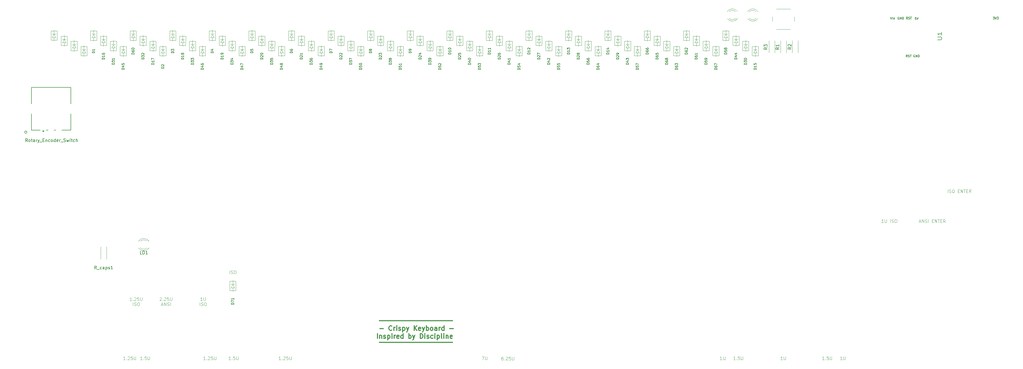
<source format=gto>
G04 #@! TF.GenerationSoftware,KiCad,Pcbnew,(5.1.8)-1*
G04 #@! TF.CreationDate,2021-04-24T10:28:59+02:00*
G04 #@! TF.ProjectId,crispy-keyboard,63726973-7079-42d6-9b65-79626f617264,rev?*
G04 #@! TF.SameCoordinates,Original*
G04 #@! TF.FileFunction,Legend,Top*
G04 #@! TF.FilePolarity,Positive*
%FSLAX46Y46*%
G04 Gerber Fmt 4.6, Leading zero omitted, Abs format (unit mm)*
G04 Created by KiCad (PCBNEW (5.1.8)-1) date 2021-04-24 10:28:59*
%MOMM*%
%LPD*%
G01*
G04 APERTURE LIST*
%ADD10C,0.300000*%
%ADD11C,0.100000*%
%ADD12C,0.120000*%
%ADD13C,0.152400*%
%ADD14C,0.150000*%
%ADD15C,0.203200*%
G04 APERTURE END LIST*
D10*
X143675100Y-168945320D02*
X167063420Y-168945320D01*
X143675100Y-161945320D02*
X167063420Y-161945320D01*
X143768894Y-164531582D02*
X144911751Y-164531582D01*
X147626037Y-164960154D02*
X147554608Y-165031582D01*
X147340322Y-165103011D01*
X147197465Y-165103011D01*
X146983180Y-165031582D01*
X146840322Y-164888725D01*
X146768894Y-164745868D01*
X146697465Y-164460154D01*
X146697465Y-164245868D01*
X146768894Y-163960154D01*
X146840322Y-163817297D01*
X146983180Y-163674440D01*
X147197465Y-163603011D01*
X147340322Y-163603011D01*
X147554608Y-163674440D01*
X147626037Y-163745868D01*
X148268894Y-165103011D02*
X148268894Y-164103011D01*
X148268894Y-164388725D02*
X148340322Y-164245868D01*
X148411751Y-164174440D01*
X148554608Y-164103011D01*
X148697465Y-164103011D01*
X149197465Y-165103011D02*
X149197465Y-164103011D01*
X149197465Y-163603011D02*
X149126037Y-163674440D01*
X149197465Y-163745868D01*
X149268894Y-163674440D01*
X149197465Y-163603011D01*
X149197465Y-163745868D01*
X149840322Y-165031582D02*
X149983180Y-165103011D01*
X150268894Y-165103011D01*
X150411751Y-165031582D01*
X150483180Y-164888725D01*
X150483180Y-164817297D01*
X150411751Y-164674440D01*
X150268894Y-164603011D01*
X150054608Y-164603011D01*
X149911751Y-164531582D01*
X149840322Y-164388725D01*
X149840322Y-164317297D01*
X149911751Y-164174440D01*
X150054608Y-164103011D01*
X150268894Y-164103011D01*
X150411751Y-164174440D01*
X151126037Y-164103011D02*
X151126037Y-165603011D01*
X151126037Y-164174440D02*
X151268894Y-164103011D01*
X151554608Y-164103011D01*
X151697465Y-164174440D01*
X151768894Y-164245868D01*
X151840322Y-164388725D01*
X151840322Y-164817297D01*
X151768894Y-164960154D01*
X151697465Y-165031582D01*
X151554608Y-165103011D01*
X151268894Y-165103011D01*
X151126037Y-165031582D01*
X152340322Y-164103011D02*
X152697465Y-165103011D01*
X153054608Y-164103011D02*
X152697465Y-165103011D01*
X152554608Y-165460154D01*
X152483180Y-165531582D01*
X152340322Y-165603011D01*
X154768894Y-165103011D02*
X154768894Y-163603011D01*
X155626037Y-165103011D02*
X154983180Y-164245868D01*
X155626037Y-163603011D02*
X154768894Y-164460154D01*
X156840322Y-165031582D02*
X156697465Y-165103011D01*
X156411751Y-165103011D01*
X156268894Y-165031582D01*
X156197465Y-164888725D01*
X156197465Y-164317297D01*
X156268894Y-164174440D01*
X156411751Y-164103011D01*
X156697465Y-164103011D01*
X156840322Y-164174440D01*
X156911751Y-164317297D01*
X156911751Y-164460154D01*
X156197465Y-164603011D01*
X157411751Y-164103011D02*
X157768894Y-165103011D01*
X158126037Y-164103011D02*
X157768894Y-165103011D01*
X157626037Y-165460154D01*
X157554608Y-165531582D01*
X157411751Y-165603011D01*
X158697465Y-165103011D02*
X158697465Y-163603011D01*
X158697465Y-164174440D02*
X158840322Y-164103011D01*
X159126037Y-164103011D01*
X159268894Y-164174440D01*
X159340322Y-164245868D01*
X159411751Y-164388725D01*
X159411751Y-164817297D01*
X159340322Y-164960154D01*
X159268894Y-165031582D01*
X159126037Y-165103011D01*
X158840322Y-165103011D01*
X158697465Y-165031582D01*
X160268894Y-165103011D02*
X160126037Y-165031582D01*
X160054608Y-164960154D01*
X159983180Y-164817297D01*
X159983180Y-164388725D01*
X160054608Y-164245868D01*
X160126037Y-164174440D01*
X160268894Y-164103011D01*
X160483180Y-164103011D01*
X160626037Y-164174440D01*
X160697465Y-164245868D01*
X160768894Y-164388725D01*
X160768894Y-164817297D01*
X160697465Y-164960154D01*
X160626037Y-165031582D01*
X160483180Y-165103011D01*
X160268894Y-165103011D01*
X162054608Y-165103011D02*
X162054608Y-164317297D01*
X161983180Y-164174440D01*
X161840322Y-164103011D01*
X161554608Y-164103011D01*
X161411751Y-164174440D01*
X162054608Y-165031582D02*
X161911751Y-165103011D01*
X161554608Y-165103011D01*
X161411751Y-165031582D01*
X161340322Y-164888725D01*
X161340322Y-164745868D01*
X161411751Y-164603011D01*
X161554608Y-164531582D01*
X161911751Y-164531582D01*
X162054608Y-164460154D01*
X162768894Y-165103011D02*
X162768894Y-164103011D01*
X162768894Y-164388725D02*
X162840322Y-164245868D01*
X162911751Y-164174440D01*
X163054608Y-164103011D01*
X163197465Y-164103011D01*
X164340322Y-165103011D02*
X164340322Y-163603011D01*
X164340322Y-165031582D02*
X164197465Y-165103011D01*
X163911751Y-165103011D01*
X163768894Y-165031582D01*
X163697465Y-164960154D01*
X163626037Y-164817297D01*
X163626037Y-164388725D01*
X163697465Y-164245868D01*
X163768894Y-164174440D01*
X163911751Y-164103011D01*
X164197465Y-164103011D01*
X164340322Y-164174440D01*
X166197465Y-164531582D02*
X167340322Y-164531582D01*
X143018894Y-167653011D02*
X143018894Y-166153011D01*
X143733180Y-166653011D02*
X143733180Y-167653011D01*
X143733180Y-166795868D02*
X143804608Y-166724440D01*
X143947465Y-166653011D01*
X144161751Y-166653011D01*
X144304608Y-166724440D01*
X144376037Y-166867297D01*
X144376037Y-167653011D01*
X145018894Y-167581582D02*
X145161751Y-167653011D01*
X145447465Y-167653011D01*
X145590322Y-167581582D01*
X145661751Y-167438725D01*
X145661751Y-167367297D01*
X145590322Y-167224440D01*
X145447465Y-167153011D01*
X145233180Y-167153011D01*
X145090322Y-167081582D01*
X145018894Y-166938725D01*
X145018894Y-166867297D01*
X145090322Y-166724440D01*
X145233180Y-166653011D01*
X145447465Y-166653011D01*
X145590322Y-166724440D01*
X146304608Y-166653011D02*
X146304608Y-168153011D01*
X146304608Y-166724440D02*
X146447465Y-166653011D01*
X146733180Y-166653011D01*
X146876037Y-166724440D01*
X146947465Y-166795868D01*
X147018894Y-166938725D01*
X147018894Y-167367297D01*
X146947465Y-167510154D01*
X146876037Y-167581582D01*
X146733180Y-167653011D01*
X146447465Y-167653011D01*
X146304608Y-167581582D01*
X147661751Y-167653011D02*
X147661751Y-166653011D01*
X147661751Y-166153011D02*
X147590322Y-166224440D01*
X147661751Y-166295868D01*
X147733180Y-166224440D01*
X147661751Y-166153011D01*
X147661751Y-166295868D01*
X148376037Y-167653011D02*
X148376037Y-166653011D01*
X148376037Y-166938725D02*
X148447465Y-166795868D01*
X148518894Y-166724440D01*
X148661751Y-166653011D01*
X148804608Y-166653011D01*
X149876037Y-167581582D02*
X149733180Y-167653011D01*
X149447465Y-167653011D01*
X149304608Y-167581582D01*
X149233180Y-167438725D01*
X149233180Y-166867297D01*
X149304608Y-166724440D01*
X149447465Y-166653011D01*
X149733180Y-166653011D01*
X149876037Y-166724440D01*
X149947465Y-166867297D01*
X149947465Y-167010154D01*
X149233180Y-167153011D01*
X151233180Y-167653011D02*
X151233180Y-166153011D01*
X151233180Y-167581582D02*
X151090322Y-167653011D01*
X150804608Y-167653011D01*
X150661751Y-167581582D01*
X150590322Y-167510154D01*
X150518894Y-167367297D01*
X150518894Y-166938725D01*
X150590322Y-166795868D01*
X150661751Y-166724440D01*
X150804608Y-166653011D01*
X151090322Y-166653011D01*
X151233180Y-166724440D01*
X153090322Y-167653011D02*
X153090322Y-166153011D01*
X153090322Y-166724440D02*
X153233180Y-166653011D01*
X153518894Y-166653011D01*
X153661751Y-166724440D01*
X153733180Y-166795868D01*
X153804608Y-166938725D01*
X153804608Y-167367297D01*
X153733180Y-167510154D01*
X153661751Y-167581582D01*
X153518894Y-167653011D01*
X153233180Y-167653011D01*
X153090322Y-167581582D01*
X154304608Y-166653011D02*
X154661751Y-167653011D01*
X155018894Y-166653011D02*
X154661751Y-167653011D01*
X154518894Y-168010154D01*
X154447465Y-168081582D01*
X154304608Y-168153011D01*
X156733180Y-167653011D02*
X156733180Y-166153011D01*
X157090322Y-166153011D01*
X157304608Y-166224440D01*
X157447465Y-166367297D01*
X157518894Y-166510154D01*
X157590322Y-166795868D01*
X157590322Y-167010154D01*
X157518894Y-167295868D01*
X157447465Y-167438725D01*
X157304608Y-167581582D01*
X157090322Y-167653011D01*
X156733180Y-167653011D01*
X158233180Y-167653011D02*
X158233180Y-166653011D01*
X158233180Y-166153011D02*
X158161751Y-166224440D01*
X158233180Y-166295868D01*
X158304608Y-166224440D01*
X158233180Y-166153011D01*
X158233180Y-166295868D01*
X158876037Y-167581582D02*
X159018894Y-167653011D01*
X159304608Y-167653011D01*
X159447465Y-167581582D01*
X159518894Y-167438725D01*
X159518894Y-167367297D01*
X159447465Y-167224440D01*
X159304608Y-167153011D01*
X159090322Y-167153011D01*
X158947465Y-167081582D01*
X158876037Y-166938725D01*
X158876037Y-166867297D01*
X158947465Y-166724440D01*
X159090322Y-166653011D01*
X159304608Y-166653011D01*
X159447465Y-166724440D01*
X160804608Y-167581582D02*
X160661751Y-167653011D01*
X160376037Y-167653011D01*
X160233180Y-167581582D01*
X160161751Y-167510154D01*
X160090322Y-167367297D01*
X160090322Y-166938725D01*
X160161751Y-166795868D01*
X160233180Y-166724440D01*
X160376037Y-166653011D01*
X160661751Y-166653011D01*
X160804608Y-166724440D01*
X161447465Y-167653011D02*
X161447465Y-166653011D01*
X161447465Y-166153011D02*
X161376037Y-166224440D01*
X161447465Y-166295868D01*
X161518894Y-166224440D01*
X161447465Y-166153011D01*
X161447465Y-166295868D01*
X162161751Y-166653011D02*
X162161751Y-168153011D01*
X162161751Y-166724440D02*
X162304608Y-166653011D01*
X162590322Y-166653011D01*
X162733180Y-166724440D01*
X162804608Y-166795868D01*
X162876037Y-166938725D01*
X162876037Y-167367297D01*
X162804608Y-167510154D01*
X162733180Y-167581582D01*
X162590322Y-167653011D01*
X162304608Y-167653011D01*
X162161751Y-167581582D01*
X163733180Y-167653011D02*
X163590322Y-167581582D01*
X163518894Y-167438725D01*
X163518894Y-166153011D01*
X164304608Y-167653011D02*
X164304608Y-166653011D01*
X164304608Y-166153011D02*
X164233180Y-166224440D01*
X164304608Y-166295868D01*
X164376037Y-166224440D01*
X164304608Y-166153011D01*
X164304608Y-166295868D01*
X165018894Y-166653011D02*
X165018894Y-167653011D01*
X165018894Y-166795868D02*
X165090322Y-166724440D01*
X165233180Y-166653011D01*
X165447465Y-166653011D01*
X165590322Y-166724440D01*
X165661751Y-166867297D01*
X165661751Y-167653011D01*
X166947465Y-167581582D02*
X166804608Y-167653011D01*
X166518894Y-167653011D01*
X166376037Y-167581582D01*
X166304608Y-167438725D01*
X166304608Y-166867297D01*
X166376037Y-166724440D01*
X166518894Y-166653011D01*
X166804608Y-166653011D01*
X166947465Y-166724440D01*
X167018894Y-166867297D01*
X167018894Y-167010154D01*
X166304608Y-167153011D01*
D11*
X95678750Y-146908780D02*
X95678750Y-145908780D01*
X96107321Y-146861161D02*
X96250178Y-146908780D01*
X96488273Y-146908780D01*
X96583511Y-146861161D01*
X96631130Y-146813542D01*
X96678750Y-146718304D01*
X96678750Y-146623066D01*
X96631130Y-146527828D01*
X96583511Y-146480209D01*
X96488273Y-146432590D01*
X96297797Y-146384971D01*
X96202559Y-146337352D01*
X96154940Y-146289733D01*
X96107321Y-146194495D01*
X96107321Y-146099257D01*
X96154940Y-146004019D01*
X96202559Y-145956400D01*
X96297797Y-145908780D01*
X96535892Y-145908780D01*
X96678750Y-145956400D01*
X97297797Y-145908780D02*
X97488273Y-145908780D01*
X97583511Y-145956400D01*
X97678750Y-146051638D01*
X97726369Y-146242114D01*
X97726369Y-146575447D01*
X97678750Y-146765923D01*
X97583511Y-146861161D01*
X97488273Y-146908780D01*
X97297797Y-146908780D01*
X97202559Y-146861161D01*
X97107321Y-146765923D01*
X97059702Y-146575447D01*
X97059702Y-146242114D01*
X97107321Y-146051638D01*
X97202559Y-145956400D01*
X97297797Y-145908780D01*
X305101857Y-130500380D02*
X304530428Y-130500380D01*
X304816142Y-130500380D02*
X304816142Y-129500380D01*
X304720904Y-129643238D01*
X304625666Y-129738476D01*
X304530428Y-129786095D01*
X305530428Y-129500380D02*
X305530428Y-130309904D01*
X305578047Y-130405142D01*
X305625666Y-130452761D01*
X305720904Y-130500380D01*
X305911380Y-130500380D01*
X306006619Y-130452761D01*
X306054238Y-130405142D01*
X306101857Y-130309904D01*
X306101857Y-129500380D01*
X307339952Y-130500380D02*
X307339952Y-129500380D01*
X307768523Y-130452761D02*
X307911380Y-130500380D01*
X308149476Y-130500380D01*
X308244714Y-130452761D01*
X308292333Y-130405142D01*
X308339952Y-130309904D01*
X308339952Y-130214666D01*
X308292333Y-130119428D01*
X308244714Y-130071809D01*
X308149476Y-130024190D01*
X307959000Y-129976571D01*
X307863761Y-129928952D01*
X307816142Y-129881333D01*
X307768523Y-129786095D01*
X307768523Y-129690857D01*
X307816142Y-129595619D01*
X307863761Y-129548000D01*
X307959000Y-129500380D01*
X308197095Y-129500380D01*
X308339952Y-129548000D01*
X308959000Y-129500380D02*
X309149476Y-129500380D01*
X309244714Y-129548000D01*
X309339952Y-129643238D01*
X309387571Y-129833714D01*
X309387571Y-130167047D01*
X309339952Y-130357523D01*
X309244714Y-130452761D01*
X309149476Y-130500380D01*
X308959000Y-130500380D01*
X308863761Y-130452761D01*
X308768523Y-130357523D01*
X308720904Y-130167047D01*
X308720904Y-129833714D01*
X308768523Y-129643238D01*
X308863761Y-129548000D01*
X308959000Y-129500380D01*
X325722123Y-120924580D02*
X325722123Y-119924580D01*
X326150695Y-120876961D02*
X326293552Y-120924580D01*
X326531647Y-120924580D01*
X326626885Y-120876961D01*
X326674504Y-120829342D01*
X326722123Y-120734104D01*
X326722123Y-120638866D01*
X326674504Y-120543628D01*
X326626885Y-120496009D01*
X326531647Y-120448390D01*
X326341171Y-120400771D01*
X326245933Y-120353152D01*
X326198314Y-120305533D01*
X326150695Y-120210295D01*
X326150695Y-120115057D01*
X326198314Y-120019819D01*
X326245933Y-119972200D01*
X326341171Y-119924580D01*
X326579266Y-119924580D01*
X326722123Y-119972200D01*
X327341171Y-119924580D02*
X327531647Y-119924580D01*
X327626885Y-119972200D01*
X327722123Y-120067438D01*
X327769742Y-120257914D01*
X327769742Y-120591247D01*
X327722123Y-120781723D01*
X327626885Y-120876961D01*
X327531647Y-120924580D01*
X327341171Y-120924580D01*
X327245933Y-120876961D01*
X327150695Y-120781723D01*
X327103076Y-120591247D01*
X327103076Y-120257914D01*
X327150695Y-120067438D01*
X327245933Y-119972200D01*
X327341171Y-119924580D01*
X328960219Y-120400771D02*
X329293552Y-120400771D01*
X329436409Y-120924580D02*
X328960219Y-120924580D01*
X328960219Y-119924580D01*
X329436409Y-119924580D01*
X329864980Y-120924580D02*
X329864980Y-119924580D01*
X330436409Y-120924580D01*
X330436409Y-119924580D01*
X330769742Y-119924580D02*
X331341171Y-119924580D01*
X331055457Y-120924580D02*
X331055457Y-119924580D01*
X331674504Y-120400771D02*
X332007838Y-120400771D01*
X332150695Y-120924580D02*
X331674504Y-120924580D01*
X331674504Y-119924580D01*
X332150695Y-119924580D01*
X333150695Y-120924580D02*
X332817361Y-120448390D01*
X332579266Y-120924580D02*
X332579266Y-119924580D01*
X332960219Y-119924580D01*
X333055457Y-119972200D01*
X333103076Y-120019819D01*
X333150695Y-120115057D01*
X333150695Y-120257914D01*
X333103076Y-120353152D01*
X333055457Y-120400771D01*
X332960219Y-120448390D01*
X332579266Y-120448390D01*
X316533733Y-130214666D02*
X317009923Y-130214666D01*
X316438495Y-130500380D02*
X316771828Y-129500380D01*
X317105161Y-130500380D01*
X317438495Y-130500380D02*
X317438495Y-129500380D01*
X318009923Y-130500380D01*
X318009923Y-129500380D01*
X318438495Y-130452761D02*
X318581352Y-130500380D01*
X318819447Y-130500380D01*
X318914685Y-130452761D01*
X318962304Y-130405142D01*
X319009923Y-130309904D01*
X319009923Y-130214666D01*
X318962304Y-130119428D01*
X318914685Y-130071809D01*
X318819447Y-130024190D01*
X318628971Y-129976571D01*
X318533733Y-129928952D01*
X318486114Y-129881333D01*
X318438495Y-129786095D01*
X318438495Y-129690857D01*
X318486114Y-129595619D01*
X318533733Y-129548000D01*
X318628971Y-129500380D01*
X318867066Y-129500380D01*
X319009923Y-129548000D01*
X319438495Y-130500380D02*
X319438495Y-129500380D01*
X320676590Y-129976571D02*
X321009923Y-129976571D01*
X321152780Y-130500380D02*
X320676590Y-130500380D01*
X320676590Y-129500380D01*
X321152780Y-129500380D01*
X321581352Y-130500380D02*
X321581352Y-129500380D01*
X322152780Y-130500380D01*
X322152780Y-129500380D01*
X322486114Y-129500380D02*
X323057542Y-129500380D01*
X322771828Y-130500380D02*
X322771828Y-129500380D01*
X323390876Y-129976571D02*
X323724209Y-129976571D01*
X323867066Y-130500380D02*
X323390876Y-130500380D01*
X323390876Y-129500380D01*
X323867066Y-129500380D01*
X324867066Y-130500380D02*
X324533733Y-130024190D01*
X324295638Y-130500380D02*
X324295638Y-129500380D01*
X324676590Y-129500380D01*
X324771828Y-129548000D01*
X324819447Y-129595619D01*
X324867066Y-129690857D01*
X324867066Y-129833714D01*
X324819447Y-129928952D01*
X324771828Y-129976571D01*
X324676590Y-130024190D01*
X324295638Y-130024190D01*
X86915654Y-155544780D02*
X86344226Y-155544780D01*
X86629940Y-155544780D02*
X86629940Y-154544780D01*
X86534702Y-154687638D01*
X86439464Y-154782876D01*
X86344226Y-154830495D01*
X87344226Y-154544780D02*
X87344226Y-155354304D01*
X87391845Y-155449542D01*
X87439464Y-155497161D01*
X87534702Y-155544780D01*
X87725178Y-155544780D01*
X87820416Y-155497161D01*
X87868035Y-155449542D01*
X87915654Y-155354304D01*
X87915654Y-154544780D01*
X86153750Y-157144780D02*
X86153750Y-156144780D01*
X86582321Y-157097161D02*
X86725178Y-157144780D01*
X86963273Y-157144780D01*
X87058511Y-157097161D01*
X87106130Y-157049542D01*
X87153750Y-156954304D01*
X87153750Y-156859066D01*
X87106130Y-156763828D01*
X87058511Y-156716209D01*
X86963273Y-156668590D01*
X86772797Y-156620971D01*
X86677559Y-156573352D01*
X86629940Y-156525733D01*
X86582321Y-156430495D01*
X86582321Y-156335257D01*
X86629940Y-156240019D01*
X86677559Y-156192400D01*
X86772797Y-156144780D01*
X87010892Y-156144780D01*
X87153750Y-156192400D01*
X87772797Y-156144780D02*
X87963273Y-156144780D01*
X88058511Y-156192400D01*
X88153750Y-156287638D01*
X88201369Y-156478114D01*
X88201369Y-156811447D01*
X88153750Y-157001923D01*
X88058511Y-157097161D01*
X87963273Y-157144780D01*
X87772797Y-157144780D01*
X87677559Y-157097161D01*
X87582321Y-157001923D01*
X87534702Y-156811447D01*
X87534702Y-156478114D01*
X87582321Y-156287638D01*
X87677559Y-156192400D01*
X87772797Y-156144780D01*
X73285600Y-154640019D02*
X73333219Y-154592400D01*
X73428457Y-154544780D01*
X73666552Y-154544780D01*
X73761790Y-154592400D01*
X73809409Y-154640019D01*
X73857028Y-154735257D01*
X73857028Y-154830495D01*
X73809409Y-154973352D01*
X73237980Y-155544780D01*
X73857028Y-155544780D01*
X74285600Y-155449542D02*
X74333219Y-155497161D01*
X74285600Y-155544780D01*
X74237980Y-155497161D01*
X74285600Y-155449542D01*
X74285600Y-155544780D01*
X74714171Y-154640019D02*
X74761790Y-154592400D01*
X74857028Y-154544780D01*
X75095123Y-154544780D01*
X75190361Y-154592400D01*
X75237980Y-154640019D01*
X75285600Y-154735257D01*
X75285600Y-154830495D01*
X75237980Y-154973352D01*
X74666552Y-155544780D01*
X75285600Y-155544780D01*
X76190361Y-154544780D02*
X75714171Y-154544780D01*
X75666552Y-155020971D01*
X75714171Y-154973352D01*
X75809409Y-154925733D01*
X76047504Y-154925733D01*
X76142742Y-154973352D01*
X76190361Y-155020971D01*
X76237980Y-155116209D01*
X76237980Y-155354304D01*
X76190361Y-155449542D01*
X76142742Y-155497161D01*
X76047504Y-155544780D01*
X75809409Y-155544780D01*
X75714171Y-155497161D01*
X75666552Y-155449542D01*
X76666552Y-154544780D02*
X76666552Y-155354304D01*
X76714171Y-155449542D01*
X76761790Y-155497161D01*
X76857028Y-155544780D01*
X77047504Y-155544780D01*
X77142742Y-155497161D01*
X77190361Y-155449542D01*
X77237980Y-155354304D01*
X77237980Y-154544780D01*
X73809409Y-156859066D02*
X74285600Y-156859066D01*
X73714171Y-157144780D02*
X74047504Y-156144780D01*
X74380838Y-157144780D01*
X74714171Y-157144780D02*
X74714171Y-156144780D01*
X75285600Y-157144780D01*
X75285600Y-156144780D01*
X75714171Y-157097161D02*
X75857028Y-157144780D01*
X76095123Y-157144780D01*
X76190361Y-157097161D01*
X76237980Y-157049542D01*
X76285600Y-156954304D01*
X76285600Y-156859066D01*
X76237980Y-156763828D01*
X76190361Y-156716209D01*
X76095123Y-156668590D01*
X75904647Y-156620971D01*
X75809409Y-156573352D01*
X75761790Y-156525733D01*
X75714171Y-156430495D01*
X75714171Y-156335257D01*
X75761790Y-156240019D01*
X75809409Y-156192400D01*
X75904647Y-156144780D01*
X76142742Y-156144780D01*
X76285600Y-156192400D01*
X76714171Y-157144780D02*
X76714171Y-156144780D01*
X64293928Y-155544780D02*
X63722500Y-155544780D01*
X64008214Y-155544780D02*
X64008214Y-154544780D01*
X63912976Y-154687638D01*
X63817738Y-154782876D01*
X63722500Y-154830495D01*
X64722500Y-155449542D02*
X64770119Y-155497161D01*
X64722500Y-155544780D01*
X64674880Y-155497161D01*
X64722500Y-155449542D01*
X64722500Y-155544780D01*
X65151071Y-154640019D02*
X65198690Y-154592400D01*
X65293928Y-154544780D01*
X65532023Y-154544780D01*
X65627261Y-154592400D01*
X65674880Y-154640019D01*
X65722500Y-154735257D01*
X65722500Y-154830495D01*
X65674880Y-154973352D01*
X65103452Y-155544780D01*
X65722500Y-155544780D01*
X66627261Y-154544780D02*
X66151071Y-154544780D01*
X66103452Y-155020971D01*
X66151071Y-154973352D01*
X66246309Y-154925733D01*
X66484404Y-154925733D01*
X66579642Y-154973352D01*
X66627261Y-155020971D01*
X66674880Y-155116209D01*
X66674880Y-155354304D01*
X66627261Y-155449542D01*
X66579642Y-155497161D01*
X66484404Y-155544780D01*
X66246309Y-155544780D01*
X66151071Y-155497161D01*
X66103452Y-155449542D01*
X67103452Y-154544780D02*
X67103452Y-155354304D01*
X67151071Y-155449542D01*
X67198690Y-155497161D01*
X67293928Y-155544780D01*
X67484404Y-155544780D01*
X67579642Y-155497161D01*
X67627261Y-155449542D01*
X67674880Y-155354304D01*
X67674880Y-154544780D01*
X64722500Y-157144780D02*
X64722500Y-156144780D01*
X65151071Y-157097161D02*
X65293928Y-157144780D01*
X65532023Y-157144780D01*
X65627261Y-157097161D01*
X65674880Y-157049542D01*
X65722500Y-156954304D01*
X65722500Y-156859066D01*
X65674880Y-156763828D01*
X65627261Y-156716209D01*
X65532023Y-156668590D01*
X65341547Y-156620971D01*
X65246309Y-156573352D01*
X65198690Y-156525733D01*
X65151071Y-156430495D01*
X65151071Y-156335257D01*
X65198690Y-156240019D01*
X65246309Y-156192400D01*
X65341547Y-156144780D01*
X65579642Y-156144780D01*
X65722500Y-156192400D01*
X66341547Y-156144780D02*
X66532023Y-156144780D01*
X66627261Y-156192400D01*
X66722500Y-156287638D01*
X66770119Y-156478114D01*
X66770119Y-156811447D01*
X66722500Y-157001923D01*
X66627261Y-157097161D01*
X66532023Y-157144780D01*
X66341547Y-157144780D01*
X66246309Y-157097161D01*
X66151071Y-157001923D01*
X66103452Y-156811447D01*
X66103452Y-156478114D01*
X66151071Y-156287638D01*
X66246309Y-156192400D01*
X66341547Y-156144780D01*
X291851210Y-174478614D02*
X291279782Y-174478614D01*
X291565496Y-174478614D02*
X291565496Y-173478614D01*
X291470258Y-173621472D01*
X291375020Y-173716710D01*
X291279782Y-173764329D01*
X292279782Y-173478614D02*
X292279782Y-174288138D01*
X292327401Y-174383376D01*
X292375020Y-174430995D01*
X292470258Y-174478614D01*
X292660734Y-174478614D01*
X292755972Y-174430995D01*
X292803591Y-174383376D01*
X292851210Y-174288138D01*
X292851210Y-173478614D01*
X272760892Y-174478614D02*
X272189464Y-174478614D01*
X272475178Y-174478614D02*
X272475178Y-173478614D01*
X272379940Y-173621472D01*
X272284702Y-173716710D01*
X272189464Y-173764329D01*
X273189464Y-173478614D02*
X273189464Y-174288138D01*
X273237083Y-174383376D01*
X273284702Y-174430995D01*
X273379940Y-174478614D01*
X273570416Y-174478614D01*
X273665654Y-174430995D01*
X273713273Y-174383376D01*
X273760892Y-174288138D01*
X273760892Y-173478614D01*
X253350650Y-174478614D02*
X252779222Y-174478614D01*
X253064936Y-174478614D02*
X253064936Y-173478614D01*
X252969698Y-173621472D01*
X252874460Y-173716710D01*
X252779222Y-173764329D01*
X253779222Y-173478614D02*
X253779222Y-174288138D01*
X253826841Y-174383376D01*
X253874460Y-174430995D01*
X253969698Y-174478614D01*
X254160174Y-174478614D01*
X254255412Y-174430995D01*
X254303031Y-174383376D01*
X254350650Y-174288138D01*
X254350650Y-173478614D01*
X286110604Y-174478614D02*
X285539175Y-174478614D01*
X285824889Y-174478614D02*
X285824889Y-173478614D01*
X285729651Y-173621472D01*
X285634413Y-173716710D01*
X285539175Y-173764329D01*
X286539175Y-174383376D02*
X286586794Y-174430995D01*
X286539175Y-174478614D01*
X286491556Y-174430995D01*
X286539175Y-174383376D01*
X286539175Y-174478614D01*
X287491556Y-173478614D02*
X287015365Y-173478614D01*
X286967746Y-173954805D01*
X287015365Y-173907186D01*
X287110604Y-173859567D01*
X287348699Y-173859567D01*
X287443937Y-173907186D01*
X287491556Y-173954805D01*
X287539175Y-174050043D01*
X287539175Y-174288138D01*
X287491556Y-174383376D01*
X287443937Y-174430995D01*
X287348699Y-174478614D01*
X287110604Y-174478614D01*
X287015365Y-174430995D01*
X286967746Y-174383376D01*
X287967746Y-173478614D02*
X287967746Y-174288138D01*
X288015365Y-174383376D01*
X288062985Y-174430995D01*
X288158223Y-174478614D01*
X288348699Y-174478614D01*
X288443937Y-174430995D01*
X288491556Y-174383376D01*
X288539175Y-174288138D01*
X288539175Y-173478614D01*
X257623200Y-174478614D02*
X257051771Y-174478614D01*
X257337485Y-174478614D02*
X257337485Y-173478614D01*
X257242247Y-173621472D01*
X257147009Y-173716710D01*
X257051771Y-173764329D01*
X258051771Y-174383376D02*
X258099390Y-174430995D01*
X258051771Y-174478614D01*
X258004152Y-174430995D01*
X258051771Y-174383376D01*
X258051771Y-174478614D01*
X259004152Y-173478614D02*
X258527961Y-173478614D01*
X258480342Y-173954805D01*
X258527961Y-173907186D01*
X258623200Y-173859567D01*
X258861295Y-173859567D01*
X258956533Y-173907186D01*
X259004152Y-173954805D01*
X259051771Y-174050043D01*
X259051771Y-174288138D01*
X259004152Y-174383376D01*
X258956533Y-174430995D01*
X258861295Y-174478614D01*
X258623200Y-174478614D01*
X258527961Y-174430995D01*
X258480342Y-174383376D01*
X259480342Y-173478614D02*
X259480342Y-174288138D01*
X259527961Y-174383376D01*
X259575581Y-174430995D01*
X259670819Y-174478614D01*
X259861295Y-174478614D01*
X259956533Y-174430995D01*
X260004152Y-174383376D01*
X260051771Y-174288138D01*
X260051771Y-173478614D01*
X95980958Y-174478614D02*
X95409529Y-174478614D01*
X95695243Y-174478614D02*
X95695243Y-173478614D01*
X95600005Y-173621472D01*
X95504767Y-173716710D01*
X95409529Y-173764329D01*
X96409529Y-174383376D02*
X96457148Y-174430995D01*
X96409529Y-174478614D01*
X96361910Y-174430995D01*
X96409529Y-174383376D01*
X96409529Y-174478614D01*
X97361910Y-173478614D02*
X96885719Y-173478614D01*
X96838100Y-173954805D01*
X96885719Y-173907186D01*
X96980958Y-173859567D01*
X97219053Y-173859567D01*
X97314291Y-173907186D01*
X97361910Y-173954805D01*
X97409529Y-174050043D01*
X97409529Y-174288138D01*
X97361910Y-174383376D01*
X97314291Y-174430995D01*
X97219053Y-174478614D01*
X96980958Y-174478614D01*
X96885719Y-174430995D01*
X96838100Y-174383376D01*
X97838100Y-173478614D02*
X97838100Y-174288138D01*
X97885719Y-174383376D01*
X97933339Y-174430995D01*
X98028577Y-174478614D01*
X98219053Y-174478614D01*
X98314291Y-174430995D01*
X98361910Y-174383376D01*
X98409529Y-174288138D01*
X98409529Y-173478614D01*
X67634738Y-174478614D02*
X67063309Y-174478614D01*
X67349023Y-174478614D02*
X67349023Y-173478614D01*
X67253785Y-173621472D01*
X67158547Y-173716710D01*
X67063309Y-173764329D01*
X68063309Y-174383376D02*
X68110928Y-174430995D01*
X68063309Y-174478614D01*
X68015690Y-174430995D01*
X68063309Y-174383376D01*
X68063309Y-174478614D01*
X69015690Y-173478614D02*
X68539499Y-173478614D01*
X68491880Y-173954805D01*
X68539499Y-173907186D01*
X68634738Y-173859567D01*
X68872833Y-173859567D01*
X68968071Y-173907186D01*
X69015690Y-173954805D01*
X69063309Y-174050043D01*
X69063309Y-174288138D01*
X69015690Y-174383376D01*
X68968071Y-174430995D01*
X68872833Y-174478614D01*
X68634738Y-174478614D01*
X68539499Y-174430995D01*
X68491880Y-174383376D01*
X69491880Y-173478614D02*
X69491880Y-174288138D01*
X69539499Y-174383376D01*
X69587119Y-174430995D01*
X69682357Y-174478614D01*
X69872833Y-174478614D01*
X69968071Y-174430995D01*
X70015690Y-174383376D01*
X70063309Y-174288138D01*
X70063309Y-173478614D01*
X112040062Y-174478614D02*
X111468634Y-174478614D01*
X111754348Y-174478614D02*
X111754348Y-173478614D01*
X111659110Y-173621472D01*
X111563872Y-173716710D01*
X111468634Y-173764329D01*
X112468634Y-174383376D02*
X112516253Y-174430995D01*
X112468634Y-174478614D01*
X112421014Y-174430995D01*
X112468634Y-174383376D01*
X112468634Y-174478614D01*
X112897205Y-173573853D02*
X112944824Y-173526234D01*
X113040062Y-173478614D01*
X113278157Y-173478614D01*
X113373395Y-173526234D01*
X113421014Y-173573853D01*
X113468634Y-173669091D01*
X113468634Y-173764329D01*
X113421014Y-173907186D01*
X112849586Y-174478614D01*
X113468634Y-174478614D01*
X114373395Y-173478614D02*
X113897205Y-173478614D01*
X113849586Y-173954805D01*
X113897205Y-173907186D01*
X113992443Y-173859567D01*
X114230538Y-173859567D01*
X114325776Y-173907186D01*
X114373395Y-173954805D01*
X114421014Y-174050043D01*
X114421014Y-174288138D01*
X114373395Y-174383376D01*
X114325776Y-174430995D01*
X114230538Y-174478614D01*
X113992443Y-174478614D01*
X113897205Y-174430995D01*
X113849586Y-174383376D01*
X114849586Y-173478614D02*
X114849586Y-174288138D01*
X114897205Y-174383376D01*
X114944824Y-174430995D01*
X115040062Y-174478614D01*
X115230538Y-174478614D01*
X115325776Y-174430995D01*
X115373395Y-174383376D01*
X115421014Y-174288138D01*
X115421014Y-173478614D01*
X87893282Y-174478614D02*
X87321854Y-174478614D01*
X87607568Y-174478614D02*
X87607568Y-173478614D01*
X87512330Y-173621472D01*
X87417092Y-173716710D01*
X87321854Y-173764329D01*
X88321854Y-174383376D02*
X88369473Y-174430995D01*
X88321854Y-174478614D01*
X88274234Y-174430995D01*
X88321854Y-174383376D01*
X88321854Y-174478614D01*
X88750425Y-173573853D02*
X88798044Y-173526234D01*
X88893282Y-173478614D01*
X89131377Y-173478614D01*
X89226615Y-173526234D01*
X89274234Y-173573853D01*
X89321854Y-173669091D01*
X89321854Y-173764329D01*
X89274234Y-173907186D01*
X88702806Y-174478614D01*
X89321854Y-174478614D01*
X90226615Y-173478614D02*
X89750425Y-173478614D01*
X89702806Y-173954805D01*
X89750425Y-173907186D01*
X89845663Y-173859567D01*
X90083758Y-173859567D01*
X90178996Y-173907186D01*
X90226615Y-173954805D01*
X90274234Y-174050043D01*
X90274234Y-174288138D01*
X90226615Y-174383376D01*
X90178996Y-174430995D01*
X90083758Y-174478614D01*
X89845663Y-174478614D01*
X89750425Y-174430995D01*
X89702806Y-174383376D01*
X90702806Y-173478614D02*
X90702806Y-174288138D01*
X90750425Y-174383376D01*
X90798044Y-174430995D01*
X90893282Y-174478614D01*
X91083758Y-174478614D01*
X91178996Y-174430995D01*
X91226615Y-174383376D01*
X91274234Y-174288138D01*
X91274234Y-173478614D01*
X62224205Y-174478614D02*
X61652777Y-174478614D01*
X61938491Y-174478614D02*
X61938491Y-173478614D01*
X61843253Y-173621472D01*
X61748015Y-173716710D01*
X61652777Y-173764329D01*
X62652777Y-174383376D02*
X62700396Y-174430995D01*
X62652777Y-174478614D01*
X62605157Y-174430995D01*
X62652777Y-174383376D01*
X62652777Y-174478614D01*
X63081348Y-173573853D02*
X63128967Y-173526234D01*
X63224205Y-173478614D01*
X63462300Y-173478614D01*
X63557538Y-173526234D01*
X63605157Y-173573853D01*
X63652777Y-173669091D01*
X63652777Y-173764329D01*
X63605157Y-173907186D01*
X63033729Y-174478614D01*
X63652777Y-174478614D01*
X64557538Y-173478614D02*
X64081348Y-173478614D01*
X64033729Y-173954805D01*
X64081348Y-173907186D01*
X64176586Y-173859567D01*
X64414681Y-173859567D01*
X64509919Y-173907186D01*
X64557538Y-173954805D01*
X64605157Y-174050043D01*
X64605157Y-174288138D01*
X64557538Y-174383376D01*
X64509919Y-174430995D01*
X64414681Y-174478614D01*
X64176586Y-174478614D01*
X64081348Y-174430995D01*
X64033729Y-174383376D01*
X65033729Y-173478614D02*
X65033729Y-174288138D01*
X65081348Y-174383376D01*
X65128967Y-174430995D01*
X65224205Y-174478614D01*
X65414681Y-174478614D01*
X65509919Y-174430995D01*
X65557538Y-174383376D01*
X65605157Y-174288138D01*
X65605157Y-173478614D01*
D12*
X276563900Y-65987800D02*
X276563900Y-64487800D01*
X275313900Y-61987800D02*
X270813900Y-61987800D01*
X269563900Y-64487800D02*
X269563900Y-65987800D01*
X270813900Y-68487800D02*
X275313900Y-68487800D01*
X268424140Y-72181960D02*
X268424140Y-76021960D01*
X270264140Y-72181960D02*
X270264140Y-76021960D01*
X277764140Y-76021960D02*
X277764140Y-72181960D01*
X275924140Y-76021960D02*
X275924140Y-72181960D01*
X272174140Y-72181960D02*
X272174140Y-76021960D01*
X274014140Y-72181960D02*
X274014140Y-76021960D01*
X261685620Y-65001640D02*
X261685620Y-65157640D01*
X261685620Y-62685640D02*
X261685620Y-62841640D01*
X264917955Y-62843032D02*
G75*
G03*
X261685620Y-62686124I-1672335J-1078608D01*
G01*
X264917955Y-65000248D02*
G75*
G02*
X261685620Y-65157156I-1672335J1078608D01*
G01*
X264286750Y-62841803D02*
G75*
G03*
X262204659Y-62841640I-1041130J-1079837D01*
G01*
X264286750Y-65001477D02*
G75*
G02*
X262204659Y-65001640I-1041130J1079837D01*
G01*
X255145620Y-65001640D02*
X255145620Y-65157640D01*
X255145620Y-62685640D02*
X255145620Y-62841640D01*
X258377955Y-62843032D02*
G75*
G03*
X255145620Y-62686124I-1672335J-1078608D01*
G01*
X258377955Y-65000248D02*
G75*
G02*
X255145620Y-65157156I-1672335J1078608D01*
G01*
X257746750Y-62841803D02*
G75*
G03*
X255664659Y-62841640I-1041130J-1079837D01*
G01*
X257746750Y-65001477D02*
G75*
G02*
X255664659Y-65001640I-1041130J1079837D01*
G01*
D13*
X32175400Y-100839600D02*
X35017719Y-100839600D01*
X44824600Y-100839600D02*
X44824600Y-95584629D01*
X44824600Y-87174400D02*
X32175400Y-87174400D01*
X32175400Y-87174400D02*
X32175400Y-92415370D01*
X36982281Y-100839600D02*
X37517719Y-100839600D01*
X39482281Y-100839600D02*
X40017719Y-100839600D01*
X41982281Y-100839600D02*
X44824600Y-100839600D01*
X32175400Y-95584629D02*
X32175400Y-100839600D01*
X44824600Y-92415370D02*
X44824600Y-87174400D01*
X30778400Y-101500000D02*
G75*
G03*
X30778400Y-101500000I-381000J0D01*
G01*
D12*
X54395860Y-138305120D02*
X54395860Y-142145120D01*
X56235860Y-138305120D02*
X56235860Y-142145120D01*
X66610000Y-138630000D02*
X66610000Y-138786000D01*
X66610000Y-136314000D02*
X66610000Y-136470000D01*
X69211130Y-138629837D02*
G75*
G02*
X67129039Y-138630000I-1041130J1079837D01*
G01*
X69211130Y-136470163D02*
G75*
G03*
X67129039Y-136470000I-1041130J-1079837D01*
G01*
X69842335Y-138628608D02*
G75*
G02*
X66610000Y-138785516I-1672335J1078608D01*
G01*
X69842335Y-136471392D02*
G75*
G03*
X66610000Y-136314484I-1672335J-1078608D01*
G01*
X38908320Y-70041960D02*
X39988320Y-70041960D01*
X38908320Y-71091960D02*
X39988320Y-71091960D01*
X39438320Y-70151960D02*
X38908320Y-71061960D01*
X39448320Y-70141960D02*
X39988320Y-71091960D01*
X38438320Y-69011960D02*
X40438320Y-69011960D01*
X39448320Y-68751960D02*
X39448320Y-70031960D01*
X39448320Y-72211960D02*
X39448320Y-71091960D01*
X38438320Y-72001960D02*
X40428320Y-72001960D01*
X40438320Y-69011960D02*
X40428320Y-72001960D01*
X38438320Y-69021960D02*
X38438320Y-71991960D01*
X48473960Y-75000040D02*
X49553960Y-75000040D01*
X48473960Y-76050040D02*
X49553960Y-76050040D01*
X49003960Y-75110040D02*
X48473960Y-76020040D01*
X49013960Y-75100040D02*
X49553960Y-76050040D01*
X48003960Y-73970040D02*
X50003960Y-73970040D01*
X49013960Y-73710040D02*
X49013960Y-74990040D01*
X49013960Y-77170040D02*
X49013960Y-76050040D01*
X48003960Y-76960040D02*
X49993960Y-76960040D01*
X50003960Y-73970040D02*
X49993960Y-76960040D01*
X48003960Y-73980040D02*
X48003960Y-76950040D01*
X42134120Y-71713280D02*
X43214120Y-71713280D01*
X42134120Y-72763280D02*
X43214120Y-72763280D01*
X42664120Y-71823280D02*
X42134120Y-72733280D01*
X42674120Y-71813280D02*
X43214120Y-72763280D01*
X41664120Y-70683280D02*
X43664120Y-70683280D01*
X42674120Y-70423280D02*
X42674120Y-71703280D01*
X42674120Y-73883280D02*
X42674120Y-72763280D01*
X41664120Y-73673280D02*
X43654120Y-73673280D01*
X43664120Y-70683280D02*
X43654120Y-73673280D01*
X41664120Y-70693280D02*
X41664120Y-73663280D01*
X45334520Y-73384600D02*
X46414520Y-73384600D01*
X45334520Y-74434600D02*
X46414520Y-74434600D01*
X45864520Y-73494600D02*
X45334520Y-74404600D01*
X45874520Y-73484600D02*
X46414520Y-74434600D01*
X44864520Y-72354600D02*
X46864520Y-72354600D01*
X45874520Y-72094600D02*
X45874520Y-73374600D01*
X45874520Y-75554600D02*
X45874520Y-74434600D01*
X44864520Y-75344600D02*
X46854520Y-75344600D01*
X46864520Y-72354600D02*
X46854520Y-75344600D01*
X44864520Y-72364600D02*
X44864520Y-75334600D01*
X95678750Y-149304400D02*
X95678750Y-152274400D01*
X97678750Y-149294400D02*
X97668750Y-152284400D01*
X95678750Y-152284400D02*
X97668750Y-152284400D01*
X96688750Y-152494400D02*
X96688750Y-151374400D01*
X96688750Y-149034400D02*
X96688750Y-150314400D01*
X95678750Y-149294400D02*
X97678750Y-149294400D01*
X96688750Y-150424400D02*
X97228750Y-151374400D01*
X96678750Y-150434400D02*
X96148750Y-151344400D01*
X96148750Y-151374400D02*
X97228750Y-151374400D01*
X96148750Y-150324400D02*
X97228750Y-150324400D01*
X51100284Y-69045612D02*
X51100284Y-72015612D01*
X53100284Y-69035612D02*
X53090284Y-72025612D01*
X51100284Y-72025612D02*
X53090284Y-72025612D01*
X52110284Y-72235612D02*
X52110284Y-71115612D01*
X52110284Y-68775612D02*
X52110284Y-70055612D01*
X51100284Y-69035612D02*
X53100284Y-69035612D01*
X52110284Y-70165612D02*
X52650284Y-71115612D01*
X52100284Y-70175612D02*
X51570284Y-71085612D01*
X51570284Y-71115612D02*
X52650284Y-71115612D01*
X51570284Y-70065612D02*
X52650284Y-70065612D01*
X60608673Y-74006199D02*
X60608673Y-76976199D01*
X62608673Y-73996199D02*
X62598673Y-76986199D01*
X60608673Y-76986199D02*
X62598673Y-76986199D01*
X61618673Y-77196199D02*
X61618673Y-76076199D01*
X61618673Y-73736199D02*
X61618673Y-75016199D01*
X60608673Y-73996199D02*
X62608673Y-73996199D01*
X61618673Y-75126199D02*
X62158673Y-76076199D01*
X61608673Y-75136199D02*
X61078673Y-76046199D01*
X61078673Y-76076199D02*
X62158673Y-76076199D01*
X61078673Y-75026199D02*
X62158673Y-75026199D01*
X73286525Y-74006199D02*
X73286525Y-76976199D01*
X75286525Y-73996199D02*
X75276525Y-76986199D01*
X73286525Y-76986199D02*
X75276525Y-76986199D01*
X74296525Y-77196199D02*
X74296525Y-76076199D01*
X74296525Y-73736199D02*
X74296525Y-75016199D01*
X73286525Y-73996199D02*
X75286525Y-73996199D01*
X74296525Y-75126199D02*
X74836525Y-76076199D01*
X74286525Y-75136199D02*
X73756525Y-76046199D01*
X73756525Y-76076199D02*
X74836525Y-76076199D01*
X73756525Y-75026199D02*
X74836525Y-75026199D01*
X76455988Y-69045612D02*
X76455988Y-72015612D01*
X78455988Y-69035612D02*
X78445988Y-72025612D01*
X76455988Y-72025612D02*
X78445988Y-72025612D01*
X77465988Y-72235612D02*
X77465988Y-71115612D01*
X77465988Y-68775612D02*
X77465988Y-70055612D01*
X76455988Y-69035612D02*
X78455988Y-69035612D01*
X77465988Y-70165612D02*
X78005988Y-71115612D01*
X77455988Y-70175612D02*
X76925988Y-71085612D01*
X76925988Y-71115612D02*
X78005988Y-71115612D01*
X76925988Y-70065612D02*
X78005988Y-70065612D01*
X89133840Y-69045612D02*
X89133840Y-72015612D01*
X91133840Y-69035612D02*
X91123840Y-72025612D01*
X89133840Y-72025612D02*
X91123840Y-72025612D01*
X90143840Y-72235612D02*
X90143840Y-71115612D01*
X90143840Y-68775612D02*
X90143840Y-70055612D01*
X89133840Y-69035612D02*
X91133840Y-69035612D01*
X90143840Y-70165612D02*
X90683840Y-71115612D01*
X90133840Y-70175612D02*
X89603840Y-71085612D01*
X89603840Y-71115612D02*
X90683840Y-71115612D01*
X89603840Y-70065612D02*
X90683840Y-70065612D01*
X101811692Y-69045612D02*
X101811692Y-72015612D01*
X103811692Y-69035612D02*
X103801692Y-72025612D01*
X101811692Y-72025612D02*
X103801692Y-72025612D01*
X102821692Y-72235612D02*
X102821692Y-71115612D01*
X102821692Y-68775612D02*
X102821692Y-70055612D01*
X101811692Y-69035612D02*
X103811692Y-69035612D01*
X102821692Y-70165612D02*
X103361692Y-71115612D01*
X102811692Y-70175612D02*
X102281692Y-71085612D01*
X102281692Y-71115612D02*
X103361692Y-71115612D01*
X102281692Y-70065612D02*
X103361692Y-70065612D01*
X114489544Y-69045612D02*
X114489544Y-72015612D01*
X116489544Y-69035612D02*
X116479544Y-72025612D01*
X114489544Y-72025612D02*
X116479544Y-72025612D01*
X115499544Y-72235612D02*
X115499544Y-71115612D01*
X115499544Y-68775612D02*
X115499544Y-70055612D01*
X114489544Y-69035612D02*
X116489544Y-69035612D01*
X115499544Y-70165612D02*
X116039544Y-71115612D01*
X115489544Y-70175612D02*
X114959544Y-71085612D01*
X114959544Y-71115612D02*
X116039544Y-71115612D01*
X114959544Y-70065612D02*
X116039544Y-70065612D01*
X127167396Y-69045612D02*
X127167396Y-72015612D01*
X129167396Y-69035612D02*
X129157396Y-72025612D01*
X127167396Y-72025612D02*
X129157396Y-72025612D01*
X128177396Y-72235612D02*
X128177396Y-71115612D01*
X128177396Y-68775612D02*
X128177396Y-70055612D01*
X127167396Y-69035612D02*
X129167396Y-69035612D01*
X128177396Y-70165612D02*
X128717396Y-71115612D01*
X128167396Y-70175612D02*
X127637396Y-71085612D01*
X127637396Y-71115612D02*
X128717396Y-71115612D01*
X127637396Y-70065612D02*
X128717396Y-70065612D01*
X139845248Y-69045612D02*
X139845248Y-72015612D01*
X141845248Y-69035612D02*
X141835248Y-72025612D01*
X139845248Y-72025612D02*
X141835248Y-72025612D01*
X140855248Y-72235612D02*
X140855248Y-71115612D01*
X140855248Y-68775612D02*
X140855248Y-70055612D01*
X139845248Y-69035612D02*
X141845248Y-69035612D01*
X140855248Y-70165612D02*
X141395248Y-71115612D01*
X140845248Y-70175612D02*
X140315248Y-71085612D01*
X140315248Y-71115612D02*
X141395248Y-71115612D01*
X140315248Y-70065612D02*
X141395248Y-70065612D01*
X152523100Y-69045612D02*
X152523100Y-72015612D01*
X154523100Y-69035612D02*
X154513100Y-72025612D01*
X152523100Y-72025612D02*
X154513100Y-72025612D01*
X153533100Y-72235612D02*
X153533100Y-71115612D01*
X153533100Y-68775612D02*
X153533100Y-70055612D01*
X152523100Y-69035612D02*
X154523100Y-69035612D01*
X153533100Y-70165612D02*
X154073100Y-71115612D01*
X153523100Y-70175612D02*
X152993100Y-71085612D01*
X152993100Y-71115612D02*
X154073100Y-71115612D01*
X152993100Y-70065612D02*
X154073100Y-70065612D01*
X165200952Y-69045612D02*
X165200952Y-72015612D01*
X167200952Y-69035612D02*
X167190952Y-72025612D01*
X165200952Y-72025612D02*
X167190952Y-72025612D01*
X166210952Y-72235612D02*
X166210952Y-71115612D01*
X166210952Y-68775612D02*
X166210952Y-70055612D01*
X165200952Y-69035612D02*
X167200952Y-69035612D01*
X166210952Y-70165612D02*
X166750952Y-71115612D01*
X166200952Y-70175612D02*
X165670952Y-71085612D01*
X165670952Y-71115612D02*
X166750952Y-71115612D01*
X165670952Y-70065612D02*
X166750952Y-70065612D01*
X177878804Y-69045612D02*
X177878804Y-72015612D01*
X179878804Y-69035612D02*
X179868804Y-72025612D01*
X177878804Y-72025612D02*
X179868804Y-72025612D01*
X178888804Y-72235612D02*
X178888804Y-71115612D01*
X178888804Y-68775612D02*
X178888804Y-70055612D01*
X177878804Y-69035612D02*
X179878804Y-69035612D01*
X178888804Y-70165612D02*
X179428804Y-71115612D01*
X178878804Y-70175612D02*
X178348804Y-71085612D01*
X178348804Y-71115612D02*
X179428804Y-71115612D01*
X178348804Y-70065612D02*
X179428804Y-70065612D01*
X190556656Y-69045612D02*
X190556656Y-72015612D01*
X192556656Y-69035612D02*
X192546656Y-72025612D01*
X190556656Y-72025612D02*
X192546656Y-72025612D01*
X191566656Y-72235612D02*
X191566656Y-71115612D01*
X191566656Y-68775612D02*
X191566656Y-70055612D01*
X190556656Y-69035612D02*
X192556656Y-69035612D01*
X191566656Y-70165612D02*
X192106656Y-71115612D01*
X191556656Y-70175612D02*
X191026656Y-71085612D01*
X191026656Y-71115612D02*
X192106656Y-71115612D01*
X191026656Y-70065612D02*
X192106656Y-70065612D01*
X203234508Y-69045612D02*
X203234508Y-72015612D01*
X205234508Y-69035612D02*
X205224508Y-72025612D01*
X203234508Y-72025612D02*
X205224508Y-72025612D01*
X204244508Y-72235612D02*
X204244508Y-71115612D01*
X204244508Y-68775612D02*
X204244508Y-70055612D01*
X203234508Y-69035612D02*
X205234508Y-69035612D01*
X204244508Y-70165612D02*
X204784508Y-71115612D01*
X204234508Y-70175612D02*
X203704508Y-71085612D01*
X203704508Y-71115612D02*
X204784508Y-71115612D01*
X203704508Y-70065612D02*
X204784508Y-70065612D01*
X215842376Y-69045612D02*
X215842376Y-72015612D01*
X217842376Y-69035612D02*
X217832376Y-72025612D01*
X215842376Y-72025612D02*
X217832376Y-72025612D01*
X216852376Y-72235612D02*
X216852376Y-71115612D01*
X216852376Y-68775612D02*
X216852376Y-70055612D01*
X215842376Y-69035612D02*
X217842376Y-69035612D01*
X216852376Y-70165612D02*
X217392376Y-71115612D01*
X216842376Y-70175612D02*
X216312376Y-71085612D01*
X216312376Y-71115612D02*
X217392376Y-71115612D01*
X216312376Y-70065612D02*
X217392376Y-70065612D01*
X263041929Y-74006199D02*
X263041929Y-76976199D01*
X265041929Y-73996199D02*
X265031929Y-76986199D01*
X263041929Y-76986199D02*
X265031929Y-76986199D01*
X264051929Y-77196199D02*
X264051929Y-76076199D01*
X264051929Y-73736199D02*
X264051929Y-75016199D01*
X263041929Y-73996199D02*
X265041929Y-73996199D01*
X264051929Y-75126199D02*
X264591929Y-76076199D01*
X264041929Y-75136199D02*
X263511929Y-76046199D01*
X263511929Y-76076199D02*
X264591929Y-76076199D01*
X263511929Y-75026199D02*
X264591929Y-75026199D01*
X54269747Y-70699141D02*
X54269747Y-73669141D01*
X56269747Y-70689141D02*
X56259747Y-73679141D01*
X54269747Y-73679141D02*
X56259747Y-73679141D01*
X55279747Y-73889141D02*
X55279747Y-72769141D01*
X55279747Y-70429141D02*
X55279747Y-71709141D01*
X54269747Y-70689141D02*
X56269747Y-70689141D01*
X55279747Y-71819141D02*
X55819747Y-72769141D01*
X55269747Y-71829141D02*
X54739747Y-72739141D01*
X54739747Y-72769141D02*
X55819747Y-72769141D01*
X54739747Y-71719141D02*
X55819747Y-71719141D01*
X70117062Y-72352670D02*
X70117062Y-75322670D01*
X72117062Y-72342670D02*
X72107062Y-75332670D01*
X70117062Y-75332670D02*
X72107062Y-75332670D01*
X71127062Y-75542670D02*
X71127062Y-74422670D01*
X71127062Y-72082670D02*
X71127062Y-73362670D01*
X70117062Y-72342670D02*
X72117062Y-72342670D01*
X71127062Y-73472670D02*
X71667062Y-74422670D01*
X71117062Y-73482670D02*
X70587062Y-74392670D01*
X70587062Y-74422670D02*
X71667062Y-74422670D01*
X70587062Y-73372670D02*
X71667062Y-73372670D01*
X79625451Y-70699141D02*
X79625451Y-73669141D01*
X81625451Y-70689141D02*
X81615451Y-73679141D01*
X79625451Y-73679141D02*
X81615451Y-73679141D01*
X80635451Y-73889141D02*
X80635451Y-72769141D01*
X80635451Y-70429141D02*
X80635451Y-71709141D01*
X79625451Y-70689141D02*
X81625451Y-70689141D01*
X80635451Y-71819141D02*
X81175451Y-72769141D01*
X80625451Y-71829141D02*
X80095451Y-72739141D01*
X80095451Y-72769141D02*
X81175451Y-72769141D01*
X80095451Y-71719141D02*
X81175451Y-71719141D01*
X92303303Y-70699141D02*
X92303303Y-73669141D01*
X94303303Y-70689141D02*
X94293303Y-73679141D01*
X92303303Y-73679141D02*
X94293303Y-73679141D01*
X93313303Y-73889141D02*
X93313303Y-72769141D01*
X93313303Y-70429141D02*
X93313303Y-71709141D01*
X92303303Y-70689141D02*
X94303303Y-70689141D01*
X93313303Y-71819141D02*
X93853303Y-72769141D01*
X93303303Y-71829141D02*
X92773303Y-72739141D01*
X92773303Y-72769141D02*
X93853303Y-72769141D01*
X92773303Y-71719141D02*
X93853303Y-71719141D01*
X104981155Y-70699141D02*
X104981155Y-73669141D01*
X106981155Y-70689141D02*
X106971155Y-73679141D01*
X104981155Y-73679141D02*
X106971155Y-73679141D01*
X105991155Y-73889141D02*
X105991155Y-72769141D01*
X105991155Y-70429141D02*
X105991155Y-71709141D01*
X104981155Y-70689141D02*
X106981155Y-70689141D01*
X105991155Y-71819141D02*
X106531155Y-72769141D01*
X105981155Y-71829141D02*
X105451155Y-72739141D01*
X105451155Y-72769141D02*
X106531155Y-72769141D01*
X105451155Y-71719141D02*
X106531155Y-71719141D01*
X117659007Y-70699141D02*
X117659007Y-73669141D01*
X119659007Y-70689141D02*
X119649007Y-73679141D01*
X117659007Y-73679141D02*
X119649007Y-73679141D01*
X118669007Y-73889141D02*
X118669007Y-72769141D01*
X118669007Y-70429141D02*
X118669007Y-71709141D01*
X117659007Y-70689141D02*
X119659007Y-70689141D01*
X118669007Y-71819141D02*
X119209007Y-72769141D01*
X118659007Y-71829141D02*
X118129007Y-72739141D01*
X118129007Y-72769141D02*
X119209007Y-72769141D01*
X118129007Y-71719141D02*
X119209007Y-71719141D01*
X130336859Y-70699141D02*
X130336859Y-73669141D01*
X132336859Y-70689141D02*
X132326859Y-73679141D01*
X130336859Y-73679141D02*
X132326859Y-73679141D01*
X131346859Y-73889141D02*
X131346859Y-72769141D01*
X131346859Y-70429141D02*
X131346859Y-71709141D01*
X130336859Y-70689141D02*
X132336859Y-70689141D01*
X131346859Y-71819141D02*
X131886859Y-72769141D01*
X131336859Y-71829141D02*
X130806859Y-72739141D01*
X130806859Y-72769141D02*
X131886859Y-72769141D01*
X130806859Y-71719141D02*
X131886859Y-71719141D01*
X143014711Y-70699141D02*
X143014711Y-73669141D01*
X145014711Y-70689141D02*
X145004711Y-73679141D01*
X143014711Y-73679141D02*
X145004711Y-73679141D01*
X144024711Y-73889141D02*
X144024711Y-72769141D01*
X144024711Y-70429141D02*
X144024711Y-71709141D01*
X143014711Y-70689141D02*
X145014711Y-70689141D01*
X144024711Y-71819141D02*
X144564711Y-72769141D01*
X144014711Y-71829141D02*
X143484711Y-72739141D01*
X143484711Y-72769141D02*
X144564711Y-72769141D01*
X143484711Y-71719141D02*
X144564711Y-71719141D01*
X155692563Y-70699141D02*
X155692563Y-73669141D01*
X157692563Y-70689141D02*
X157682563Y-73679141D01*
X155692563Y-73679141D02*
X157682563Y-73679141D01*
X156702563Y-73889141D02*
X156702563Y-72769141D01*
X156702563Y-70429141D02*
X156702563Y-71709141D01*
X155692563Y-70689141D02*
X157692563Y-70689141D01*
X156702563Y-71819141D02*
X157242563Y-72769141D01*
X156692563Y-71829141D02*
X156162563Y-72739141D01*
X156162563Y-72769141D02*
X157242563Y-72769141D01*
X156162563Y-71719141D02*
X157242563Y-71719141D01*
X168370415Y-70699141D02*
X168370415Y-73669141D01*
X170370415Y-70689141D02*
X170360415Y-73679141D01*
X168370415Y-73679141D02*
X170360415Y-73679141D01*
X169380415Y-73889141D02*
X169380415Y-72769141D01*
X169380415Y-70429141D02*
X169380415Y-71709141D01*
X168370415Y-70689141D02*
X170370415Y-70689141D01*
X169380415Y-71819141D02*
X169920415Y-72769141D01*
X169370415Y-71829141D02*
X168840415Y-72739141D01*
X168840415Y-72769141D02*
X169920415Y-72769141D01*
X168840415Y-71719141D02*
X169920415Y-71719141D01*
X181048267Y-70699141D02*
X181048267Y-73669141D01*
X183048267Y-70689141D02*
X183038267Y-73679141D01*
X181048267Y-73679141D02*
X183038267Y-73679141D01*
X182058267Y-73889141D02*
X182058267Y-72769141D01*
X182058267Y-70429141D02*
X182058267Y-71709141D01*
X181048267Y-70689141D02*
X183048267Y-70689141D01*
X182058267Y-71819141D02*
X182598267Y-72769141D01*
X182048267Y-71829141D02*
X181518267Y-72739141D01*
X181518267Y-72769141D02*
X182598267Y-72769141D01*
X181518267Y-71719141D02*
X182598267Y-71719141D01*
X193726119Y-70699141D02*
X193726119Y-73669141D01*
X195726119Y-70689141D02*
X195716119Y-73679141D01*
X193726119Y-73679141D02*
X195716119Y-73679141D01*
X194736119Y-73889141D02*
X194736119Y-72769141D01*
X194736119Y-70429141D02*
X194736119Y-71709141D01*
X193726119Y-70689141D02*
X195726119Y-70689141D01*
X194736119Y-71819141D02*
X195276119Y-72769141D01*
X194726119Y-71829141D02*
X194196119Y-72739141D01*
X194196119Y-72769141D02*
X195276119Y-72769141D01*
X194196119Y-71719141D02*
X195276119Y-71719141D01*
X206386475Y-70699141D02*
X206386475Y-73669141D01*
X208386475Y-70689141D02*
X208376475Y-73679141D01*
X206386475Y-73679141D02*
X208376475Y-73679141D01*
X207396475Y-73889141D02*
X207396475Y-72769141D01*
X207396475Y-70429141D02*
X207396475Y-71709141D01*
X206386475Y-70689141D02*
X208386475Y-70689141D01*
X207396475Y-71819141D02*
X207936475Y-72769141D01*
X207386475Y-71829141D02*
X206856475Y-72739141D01*
X206856475Y-72769141D02*
X207936475Y-72769141D01*
X206856475Y-71719141D02*
X207936475Y-71719141D01*
X218993149Y-70699141D02*
X218993149Y-73669141D01*
X220993149Y-70689141D02*
X220983149Y-73679141D01*
X218993149Y-73679141D02*
X220983149Y-73679141D01*
X220003149Y-73889141D02*
X220003149Y-72769141D01*
X220003149Y-70429141D02*
X220003149Y-71709141D01*
X218993149Y-70689141D02*
X220993149Y-70689141D01*
X220003149Y-71819141D02*
X220543149Y-72769141D01*
X219993149Y-71829141D02*
X219463149Y-72739141D01*
X219463149Y-72769141D02*
X220543149Y-72769141D01*
X219463149Y-71719141D02*
X220543149Y-71719141D01*
X259953205Y-72352670D02*
X259953205Y-75322670D01*
X261953205Y-72342670D02*
X261943205Y-75332670D01*
X259953205Y-75332670D02*
X261943205Y-75332670D01*
X260963205Y-75542670D02*
X260963205Y-74422670D01*
X260963205Y-72082670D02*
X260963205Y-73362670D01*
X259953205Y-72342670D02*
X261953205Y-72342670D01*
X260963205Y-73472670D02*
X261503205Y-74422670D01*
X260953205Y-73482670D02*
X260423205Y-74392670D01*
X260423205Y-74422670D02*
X261503205Y-74422670D01*
X260423205Y-73372670D02*
X261503205Y-73372670D01*
X57439210Y-72352670D02*
X57439210Y-75322670D01*
X59439210Y-72342670D02*
X59429210Y-75332670D01*
X57439210Y-75332670D02*
X59429210Y-75332670D01*
X58449210Y-75542670D02*
X58449210Y-74422670D01*
X58449210Y-72082670D02*
X58449210Y-73362670D01*
X57439210Y-72342670D02*
X59439210Y-72342670D01*
X58449210Y-73472670D02*
X58989210Y-74422670D01*
X58439210Y-73482670D02*
X57909210Y-74392670D01*
X57909210Y-74422670D02*
X58989210Y-74422670D01*
X57909210Y-73372670D02*
X58989210Y-73372670D01*
X66947599Y-70699141D02*
X66947599Y-73669141D01*
X68947599Y-70689141D02*
X68937599Y-73679141D01*
X66947599Y-73679141D02*
X68937599Y-73679141D01*
X67957599Y-73889141D02*
X67957599Y-72769141D01*
X67957599Y-70429141D02*
X67957599Y-71709141D01*
X66947599Y-70689141D02*
X68947599Y-70689141D01*
X67957599Y-71819141D02*
X68497599Y-72769141D01*
X67947599Y-71829141D02*
X67417599Y-72739141D01*
X67417599Y-72769141D02*
X68497599Y-72769141D01*
X67417599Y-71719141D02*
X68497599Y-71719141D01*
X82794914Y-72352670D02*
X82794914Y-75322670D01*
X84794914Y-72342670D02*
X84784914Y-75332670D01*
X82794914Y-75332670D02*
X84784914Y-75332670D01*
X83804914Y-75542670D02*
X83804914Y-74422670D01*
X83804914Y-72082670D02*
X83804914Y-73362670D01*
X82794914Y-72342670D02*
X84794914Y-72342670D01*
X83804914Y-73472670D02*
X84344914Y-74422670D01*
X83794914Y-73482670D02*
X83264914Y-74392670D01*
X83264914Y-74422670D02*
X84344914Y-74422670D01*
X83264914Y-73372670D02*
X84344914Y-73372670D01*
X95472766Y-72352670D02*
X95472766Y-75322670D01*
X97472766Y-72342670D02*
X97462766Y-75332670D01*
X95472766Y-75332670D02*
X97462766Y-75332670D01*
X96482766Y-75542670D02*
X96482766Y-74422670D01*
X96482766Y-72082670D02*
X96482766Y-73362670D01*
X95472766Y-72342670D02*
X97472766Y-72342670D01*
X96482766Y-73472670D02*
X97022766Y-74422670D01*
X96472766Y-73482670D02*
X95942766Y-74392670D01*
X95942766Y-74422670D02*
X97022766Y-74422670D01*
X95942766Y-73372670D02*
X97022766Y-73372670D01*
X108150618Y-72352670D02*
X108150618Y-75322670D01*
X110150618Y-72342670D02*
X110140618Y-75332670D01*
X108150618Y-75332670D02*
X110140618Y-75332670D01*
X109160618Y-75542670D02*
X109160618Y-74422670D01*
X109160618Y-72082670D02*
X109160618Y-73362670D01*
X108150618Y-72342670D02*
X110150618Y-72342670D01*
X109160618Y-73472670D02*
X109700618Y-74422670D01*
X109150618Y-73482670D02*
X108620618Y-74392670D01*
X108620618Y-74422670D02*
X109700618Y-74422670D01*
X108620618Y-73372670D02*
X109700618Y-73372670D01*
X120828470Y-72352670D02*
X120828470Y-75322670D01*
X122828470Y-72342670D02*
X122818470Y-75332670D01*
X120828470Y-75332670D02*
X122818470Y-75332670D01*
X121838470Y-75542670D02*
X121838470Y-74422670D01*
X121838470Y-72082670D02*
X121838470Y-73362670D01*
X120828470Y-72342670D02*
X122828470Y-72342670D01*
X121838470Y-73472670D02*
X122378470Y-74422670D01*
X121828470Y-73482670D02*
X121298470Y-74392670D01*
X121298470Y-74422670D02*
X122378470Y-74422670D01*
X121298470Y-73372670D02*
X122378470Y-73372670D01*
X133506322Y-72352670D02*
X133506322Y-75322670D01*
X135506322Y-72342670D02*
X135496322Y-75332670D01*
X133506322Y-75332670D02*
X135496322Y-75332670D01*
X134516322Y-75542670D02*
X134516322Y-74422670D01*
X134516322Y-72082670D02*
X134516322Y-73362670D01*
X133506322Y-72342670D02*
X135506322Y-72342670D01*
X134516322Y-73472670D02*
X135056322Y-74422670D01*
X134506322Y-73482670D02*
X133976322Y-74392670D01*
X133976322Y-74422670D02*
X135056322Y-74422670D01*
X133976322Y-73372670D02*
X135056322Y-73372670D01*
X146184174Y-72352670D02*
X146184174Y-75322670D01*
X148184174Y-72342670D02*
X148174174Y-75332670D01*
X146184174Y-75332670D02*
X148174174Y-75332670D01*
X147194174Y-75542670D02*
X147194174Y-74422670D01*
X147194174Y-72082670D02*
X147194174Y-73362670D01*
X146184174Y-72342670D02*
X148184174Y-72342670D01*
X147194174Y-73472670D02*
X147734174Y-74422670D01*
X147184174Y-73482670D02*
X146654174Y-74392670D01*
X146654174Y-74422670D02*
X147734174Y-74422670D01*
X146654174Y-73372670D02*
X147734174Y-73372670D01*
X158862026Y-72352670D02*
X158862026Y-75322670D01*
X160862026Y-72342670D02*
X160852026Y-75332670D01*
X158862026Y-75332670D02*
X160852026Y-75332670D01*
X159872026Y-75542670D02*
X159872026Y-74422670D01*
X159872026Y-72082670D02*
X159872026Y-73362670D01*
X158862026Y-72342670D02*
X160862026Y-72342670D01*
X159872026Y-73472670D02*
X160412026Y-74422670D01*
X159862026Y-73482670D02*
X159332026Y-74392670D01*
X159332026Y-74422670D02*
X160412026Y-74422670D01*
X159332026Y-73372670D02*
X160412026Y-73372670D01*
X171539878Y-72352670D02*
X171539878Y-75322670D01*
X173539878Y-72342670D02*
X173529878Y-75332670D01*
X171539878Y-75332670D02*
X173529878Y-75332670D01*
X172549878Y-75542670D02*
X172549878Y-74422670D01*
X172549878Y-72082670D02*
X172549878Y-73362670D01*
X171539878Y-72342670D02*
X173539878Y-72342670D01*
X172549878Y-73472670D02*
X173089878Y-74422670D01*
X172539878Y-73482670D02*
X172009878Y-74392670D01*
X172009878Y-74422670D02*
X173089878Y-74422670D01*
X172009878Y-73372670D02*
X173089878Y-73372670D01*
X184217730Y-72352670D02*
X184217730Y-75322670D01*
X186217730Y-72342670D02*
X186207730Y-75332670D01*
X184217730Y-75332670D02*
X186207730Y-75332670D01*
X185227730Y-75542670D02*
X185227730Y-74422670D01*
X185227730Y-72082670D02*
X185227730Y-73362670D01*
X184217730Y-72342670D02*
X186217730Y-72342670D01*
X185227730Y-73472670D02*
X185767730Y-74422670D01*
X185217730Y-73482670D02*
X184687730Y-74392670D01*
X184687730Y-74422670D02*
X185767730Y-74422670D01*
X184687730Y-73372670D02*
X185767730Y-73372670D01*
X196895582Y-72352670D02*
X196895582Y-75322670D01*
X198895582Y-72342670D02*
X198885582Y-75332670D01*
X196895582Y-75332670D02*
X198885582Y-75332670D01*
X197905582Y-75542670D02*
X197905582Y-74422670D01*
X197905582Y-72082670D02*
X197905582Y-73362670D01*
X196895582Y-72342670D02*
X198895582Y-72342670D01*
X197905582Y-73472670D02*
X198445582Y-74422670D01*
X197895582Y-73482670D02*
X197365582Y-74392670D01*
X197365582Y-74422670D02*
X198445582Y-74422670D01*
X197365582Y-73372670D02*
X198445582Y-73372670D01*
X222143922Y-72352670D02*
X222143922Y-75322670D01*
X224143922Y-72342670D02*
X224133922Y-75332670D01*
X222143922Y-75332670D02*
X224133922Y-75332670D01*
X223153922Y-75542670D02*
X223153922Y-74422670D01*
X223153922Y-72082670D02*
X223153922Y-73362670D01*
X222143922Y-72342670D02*
X224143922Y-72342670D01*
X223153922Y-73472670D02*
X223693922Y-74422670D01*
X223143922Y-73482670D02*
X222613922Y-74392670D01*
X222613922Y-74422670D02*
X223693922Y-74422670D01*
X222613922Y-73372670D02*
X223693922Y-73372670D01*
X256864481Y-70699141D02*
X256864481Y-73669141D01*
X258864481Y-70689141D02*
X258854481Y-73679141D01*
X256864481Y-73679141D02*
X258854481Y-73679141D01*
X257874481Y-73889141D02*
X257874481Y-72769141D01*
X257874481Y-70429141D02*
X257874481Y-71709141D01*
X256864481Y-70689141D02*
X258864481Y-70689141D01*
X257874481Y-71819141D02*
X258414481Y-72769141D01*
X257864481Y-71829141D02*
X257334481Y-72739141D01*
X257334481Y-72769141D02*
X258414481Y-72769141D01*
X257334481Y-71719141D02*
X258414481Y-71719141D01*
X85964377Y-74006199D02*
X85964377Y-76976199D01*
X87964377Y-73996199D02*
X87954377Y-76986199D01*
X85964377Y-76986199D02*
X87954377Y-76986199D01*
X86974377Y-77196199D02*
X86974377Y-76076199D01*
X86974377Y-73736199D02*
X86974377Y-75016199D01*
X85964377Y-73996199D02*
X87964377Y-73996199D01*
X86974377Y-75126199D02*
X87514377Y-76076199D01*
X86964377Y-75136199D02*
X86434377Y-76046199D01*
X86434377Y-76076199D02*
X87514377Y-76076199D01*
X86434377Y-75026199D02*
X87514377Y-75026199D01*
X98642229Y-74006199D02*
X98642229Y-76976199D01*
X100642229Y-73996199D02*
X100632229Y-76986199D01*
X98642229Y-76986199D02*
X100632229Y-76986199D01*
X99652229Y-77196199D02*
X99652229Y-76076199D01*
X99652229Y-73736199D02*
X99652229Y-75016199D01*
X98642229Y-73996199D02*
X100642229Y-73996199D01*
X99652229Y-75126199D02*
X100192229Y-76076199D01*
X99642229Y-75136199D02*
X99112229Y-76046199D01*
X99112229Y-76076199D02*
X100192229Y-76076199D01*
X99112229Y-75026199D02*
X100192229Y-75026199D01*
X111320081Y-74006199D02*
X111320081Y-76976199D01*
X113320081Y-73996199D02*
X113310081Y-76986199D01*
X111320081Y-76986199D02*
X113310081Y-76986199D01*
X112330081Y-77196199D02*
X112330081Y-76076199D01*
X112330081Y-73736199D02*
X112330081Y-75016199D01*
X111320081Y-73996199D02*
X113320081Y-73996199D01*
X112330081Y-75126199D02*
X112870081Y-76076199D01*
X112320081Y-75136199D02*
X111790081Y-76046199D01*
X111790081Y-76076199D02*
X112870081Y-76076199D01*
X111790081Y-75026199D02*
X112870081Y-75026199D01*
X123997933Y-74006199D02*
X123997933Y-76976199D01*
X125997933Y-73996199D02*
X125987933Y-76986199D01*
X123997933Y-76986199D02*
X125987933Y-76986199D01*
X125007933Y-77196199D02*
X125007933Y-76076199D01*
X125007933Y-73736199D02*
X125007933Y-75016199D01*
X123997933Y-73996199D02*
X125997933Y-73996199D01*
X125007933Y-75126199D02*
X125547933Y-76076199D01*
X124997933Y-75136199D02*
X124467933Y-76046199D01*
X124467933Y-76076199D02*
X125547933Y-76076199D01*
X124467933Y-75026199D02*
X125547933Y-75026199D01*
X136675785Y-74006199D02*
X136675785Y-76976199D01*
X138675785Y-73996199D02*
X138665785Y-76986199D01*
X136675785Y-76986199D02*
X138665785Y-76986199D01*
X137685785Y-77196199D02*
X137685785Y-76076199D01*
X137685785Y-73736199D02*
X137685785Y-75016199D01*
X136675785Y-73996199D02*
X138675785Y-73996199D01*
X137685785Y-75126199D02*
X138225785Y-76076199D01*
X137675785Y-75136199D02*
X137145785Y-76046199D01*
X137145785Y-76076199D02*
X138225785Y-76076199D01*
X137145785Y-75026199D02*
X138225785Y-75026199D01*
X149353637Y-74006199D02*
X149353637Y-76976199D01*
X151353637Y-73996199D02*
X151343637Y-76986199D01*
X149353637Y-76986199D02*
X151343637Y-76986199D01*
X150363637Y-77196199D02*
X150363637Y-76076199D01*
X150363637Y-73736199D02*
X150363637Y-75016199D01*
X149353637Y-73996199D02*
X151353637Y-73996199D01*
X150363637Y-75126199D02*
X150903637Y-76076199D01*
X150353637Y-75136199D02*
X149823637Y-76046199D01*
X149823637Y-76076199D02*
X150903637Y-76076199D01*
X149823637Y-75026199D02*
X150903637Y-75026199D01*
X162031489Y-74006199D02*
X162031489Y-76976199D01*
X164031489Y-73996199D02*
X164021489Y-76986199D01*
X162031489Y-76986199D02*
X164021489Y-76986199D01*
X163041489Y-77196199D02*
X163041489Y-76076199D01*
X163041489Y-73736199D02*
X163041489Y-75016199D01*
X162031489Y-73996199D02*
X164031489Y-73996199D01*
X163041489Y-75126199D02*
X163581489Y-76076199D01*
X163031489Y-75136199D02*
X162501489Y-76046199D01*
X162501489Y-76076199D02*
X163581489Y-76076199D01*
X162501489Y-75026199D02*
X163581489Y-75026199D01*
X174709341Y-74006199D02*
X174709341Y-76976199D01*
X176709341Y-73996199D02*
X176699341Y-76986199D01*
X174709341Y-76986199D02*
X176699341Y-76986199D01*
X175719341Y-77196199D02*
X175719341Y-76076199D01*
X175719341Y-73736199D02*
X175719341Y-75016199D01*
X174709341Y-73996199D02*
X176709341Y-73996199D01*
X175719341Y-75126199D02*
X176259341Y-76076199D01*
X175709341Y-75136199D02*
X175179341Y-76046199D01*
X175179341Y-76076199D02*
X176259341Y-76076199D01*
X175179341Y-75026199D02*
X176259341Y-75026199D01*
X187387193Y-74006199D02*
X187387193Y-76976199D01*
X189387193Y-73996199D02*
X189377193Y-76986199D01*
X187387193Y-76986199D02*
X189377193Y-76986199D01*
X188397193Y-77196199D02*
X188397193Y-76076199D01*
X188397193Y-73736199D02*
X188397193Y-75016199D01*
X187387193Y-73996199D02*
X189387193Y-73996199D01*
X188397193Y-75126199D02*
X188937193Y-76076199D01*
X188387193Y-75136199D02*
X187857193Y-76046199D01*
X187857193Y-76076199D02*
X188937193Y-76076199D01*
X187857193Y-75026199D02*
X188937193Y-75026199D01*
X200065045Y-74006199D02*
X200065045Y-76976199D01*
X202065045Y-73996199D02*
X202055045Y-76986199D01*
X200065045Y-76986199D02*
X202055045Y-76986199D01*
X201075045Y-77196199D02*
X201075045Y-76076199D01*
X201075045Y-73736199D02*
X201075045Y-75016199D01*
X200065045Y-73996199D02*
X202065045Y-73996199D01*
X201075045Y-75126199D02*
X201615045Y-76076199D01*
X201065045Y-75136199D02*
X200535045Y-76046199D01*
X200535045Y-76076199D02*
X201615045Y-76076199D01*
X200535045Y-75026199D02*
X201615045Y-75026199D01*
X209538442Y-72352670D02*
X209538442Y-75322670D01*
X211538442Y-72342670D02*
X211528442Y-75332670D01*
X209538442Y-75332670D02*
X211528442Y-75332670D01*
X210548442Y-75542670D02*
X210548442Y-74422670D01*
X210548442Y-72082670D02*
X210548442Y-73362670D01*
X209538442Y-72342670D02*
X211538442Y-72342670D01*
X210548442Y-73472670D02*
X211088442Y-74422670D01*
X210538442Y-73482670D02*
X210008442Y-74392670D01*
X210008442Y-74422670D02*
X211088442Y-74422670D01*
X210008442Y-73372670D02*
X211088442Y-73372670D01*
X225294695Y-74006199D02*
X225294695Y-76976199D01*
X227294695Y-73996199D02*
X227284695Y-76986199D01*
X225294695Y-76986199D02*
X227284695Y-76986199D01*
X226304695Y-77196199D02*
X226304695Y-76076199D01*
X226304695Y-73736199D02*
X226304695Y-75016199D01*
X225294695Y-73996199D02*
X227294695Y-73996199D01*
X226304695Y-75126199D02*
X226844695Y-76076199D01*
X226294695Y-75136199D02*
X225764695Y-76046199D01*
X225764695Y-76076199D02*
X226844695Y-76076199D01*
X225764695Y-75026199D02*
X226844695Y-75026199D01*
X253589606Y-69045612D02*
X253589606Y-72015612D01*
X255589606Y-69035612D02*
X255579606Y-72025612D01*
X253589606Y-72025612D02*
X255579606Y-72025612D01*
X254599606Y-72235612D02*
X254599606Y-71115612D01*
X254599606Y-68775612D02*
X254599606Y-70055612D01*
X253589606Y-69035612D02*
X255589606Y-69035612D01*
X254599606Y-70165612D02*
X255139606Y-71115612D01*
X254589606Y-70175612D02*
X254059606Y-71085612D01*
X254059606Y-71115612D02*
X255139606Y-71115612D01*
X254059606Y-70065612D02*
X255139606Y-70065612D01*
X247288058Y-72352670D02*
X247288058Y-75322670D01*
X249288058Y-72342670D02*
X249278058Y-75332670D01*
X247288058Y-75332670D02*
X249278058Y-75332670D01*
X248298058Y-75542670D02*
X248298058Y-74422670D01*
X248298058Y-72082670D02*
X248298058Y-73362670D01*
X247288058Y-72342670D02*
X249288058Y-72342670D01*
X248298058Y-73472670D02*
X248838058Y-74422670D01*
X248288058Y-73482670D02*
X247758058Y-74392670D01*
X247758058Y-74422670D02*
X248838058Y-74422670D01*
X247758058Y-73372670D02*
X248838058Y-73372670D01*
X63778136Y-69045612D02*
X63778136Y-72015612D01*
X65778136Y-69035612D02*
X65768136Y-72025612D01*
X63778136Y-72025612D02*
X65768136Y-72025612D01*
X64788136Y-72235612D02*
X64788136Y-71115612D01*
X64788136Y-68775612D02*
X64788136Y-70055612D01*
X63778136Y-69035612D02*
X65778136Y-69035612D01*
X64788136Y-70165612D02*
X65328136Y-71115612D01*
X64778136Y-70175612D02*
X64248136Y-71085612D01*
X64248136Y-71115612D02*
X65328136Y-71115612D01*
X64248136Y-70065612D02*
X65328136Y-70065612D01*
X244137284Y-70699141D02*
X244137284Y-73669141D01*
X246137284Y-70689141D02*
X246127284Y-73679141D01*
X244137284Y-73679141D02*
X246127284Y-73679141D01*
X245147284Y-73889141D02*
X245147284Y-72769141D01*
X245147284Y-70429141D02*
X245147284Y-71709141D01*
X244137284Y-70689141D02*
X246137284Y-70689141D01*
X245147284Y-71819141D02*
X245687284Y-72769141D01*
X245137284Y-71829141D02*
X244607284Y-72739141D01*
X244607284Y-72769141D02*
X245687284Y-72769141D01*
X244607284Y-71719141D02*
X245687284Y-71719141D01*
X240986511Y-69045612D02*
X240986511Y-72015612D01*
X242986511Y-69035612D02*
X242976511Y-72025612D01*
X240986511Y-72025612D02*
X242976511Y-72025612D01*
X241996511Y-72235612D02*
X241996511Y-71115612D01*
X241996511Y-68775612D02*
X241996511Y-70055612D01*
X240986511Y-69035612D02*
X242986511Y-69035612D01*
X241996511Y-70165612D02*
X242536511Y-71115612D01*
X241986511Y-70175612D02*
X241456511Y-71085612D01*
X241456511Y-71115612D02*
X242536511Y-71115612D01*
X241456511Y-70065612D02*
X242536511Y-70065612D01*
X237835738Y-74006199D02*
X237835738Y-76976199D01*
X239835738Y-73996199D02*
X239825738Y-76986199D01*
X237835738Y-76986199D02*
X239825738Y-76986199D01*
X238845738Y-77196199D02*
X238845738Y-76076199D01*
X238845738Y-73736199D02*
X238845738Y-75016199D01*
X237835738Y-73996199D02*
X239835738Y-73996199D01*
X238845738Y-75126199D02*
X239385738Y-76076199D01*
X238835738Y-75136199D02*
X238305738Y-76046199D01*
X238305738Y-76076199D02*
X239385738Y-76076199D01*
X238305738Y-75026199D02*
X239385738Y-75026199D01*
X212690409Y-74006199D02*
X212690409Y-76976199D01*
X214690409Y-73996199D02*
X214680409Y-76986199D01*
X212690409Y-76986199D02*
X214680409Y-76986199D01*
X213700409Y-77196199D02*
X213700409Y-76076199D01*
X213700409Y-73736199D02*
X213700409Y-75016199D01*
X212690409Y-73996199D02*
X214690409Y-73996199D01*
X213700409Y-75126199D02*
X214240409Y-76076199D01*
X213690409Y-75136199D02*
X213160409Y-76046199D01*
X213160409Y-76076199D02*
X214240409Y-76076199D01*
X213160409Y-75026199D02*
X214240409Y-75026199D01*
X231596241Y-70699141D02*
X231596241Y-73669141D01*
X233596241Y-70689141D02*
X233586241Y-73679141D01*
X231596241Y-73679141D02*
X233586241Y-73679141D01*
X232606241Y-73889141D02*
X232606241Y-72769141D01*
X232606241Y-70429141D02*
X232606241Y-71709141D01*
X231596241Y-70689141D02*
X233596241Y-70689141D01*
X232606241Y-71819141D02*
X233146241Y-72769141D01*
X232596241Y-71829141D02*
X232066241Y-72739141D01*
X232066241Y-72769141D02*
X233146241Y-72769141D01*
X232066241Y-71719141D02*
X233146241Y-71719141D01*
X228445468Y-69045612D02*
X228445468Y-72015612D01*
X230445468Y-69035612D02*
X230435468Y-72025612D01*
X228445468Y-72025612D02*
X230435468Y-72025612D01*
X229455468Y-72235612D02*
X229455468Y-71115612D01*
X229455468Y-68775612D02*
X229455468Y-70055612D01*
X228445468Y-69035612D02*
X230445468Y-69035612D01*
X229455468Y-70165612D02*
X229995468Y-71115612D01*
X229445468Y-70175612D02*
X228915468Y-71085612D01*
X228915468Y-71115612D02*
X229995468Y-71115612D01*
X228915468Y-70065612D02*
X229995468Y-70065612D01*
X250438832Y-74006199D02*
X250438832Y-76976199D01*
X252438832Y-73996199D02*
X252428832Y-76986199D01*
X250438832Y-76986199D02*
X252428832Y-76986199D01*
X251448832Y-77196199D02*
X251448832Y-76076199D01*
X251448832Y-73736199D02*
X251448832Y-75016199D01*
X250438832Y-73996199D02*
X252438832Y-73996199D01*
X251448832Y-75126199D02*
X251988832Y-76076199D01*
X251438832Y-75136199D02*
X250908832Y-76046199D01*
X250908832Y-76076199D02*
X251988832Y-76076199D01*
X250908832Y-75026199D02*
X251988832Y-75026199D01*
X234684965Y-72352670D02*
X234684965Y-75322670D01*
X236684965Y-72342670D02*
X236674965Y-75332670D01*
X234684965Y-75332670D02*
X236674965Y-75332670D01*
X235694965Y-75542670D02*
X235694965Y-74422670D01*
X235694965Y-72082670D02*
X235694965Y-73362670D01*
X234684965Y-72342670D02*
X236684965Y-72342670D01*
X235694965Y-73472670D02*
X236234965Y-74422670D01*
X235684965Y-73482670D02*
X235154965Y-74392670D01*
X235154965Y-74422670D02*
X236234965Y-74422670D01*
X235154965Y-73372670D02*
X236234965Y-73372670D01*
D14*
X267857880Y-74360066D02*
X267381690Y-74693400D01*
X267857880Y-74931495D02*
X266857880Y-74931495D01*
X266857880Y-74550542D01*
X266905500Y-74455304D01*
X266953119Y-74407685D01*
X267048357Y-74360066D01*
X267191214Y-74360066D01*
X267286452Y-74407685D01*
X267334071Y-74455304D01*
X267381690Y-74550542D01*
X267381690Y-74931495D01*
X266857880Y-74026733D02*
X266857880Y-73407685D01*
X267238833Y-73741019D01*
X267238833Y-73598161D01*
X267286452Y-73502923D01*
X267334071Y-73455304D01*
X267429309Y-73407685D01*
X267667404Y-73407685D01*
X267762642Y-73455304D01*
X267810261Y-73502923D01*
X267857880Y-73598161D01*
X267857880Y-73883876D01*
X267810261Y-73979114D01*
X267762642Y-74026733D01*
X275564860Y-74271166D02*
X275088670Y-74604500D01*
X275564860Y-74842595D02*
X274564860Y-74842595D01*
X274564860Y-74461642D01*
X274612480Y-74366404D01*
X274660099Y-74318785D01*
X274755337Y-74271166D01*
X274898194Y-74271166D01*
X274993432Y-74318785D01*
X275041051Y-74366404D01*
X275088670Y-74461642D01*
X275088670Y-74842595D01*
X274660099Y-73890214D02*
X274612480Y-73842595D01*
X274564860Y-73747357D01*
X274564860Y-73509261D01*
X274612480Y-73414023D01*
X274660099Y-73366404D01*
X274755337Y-73318785D01*
X274850575Y-73318785D01*
X274993432Y-73366404D01*
X275564860Y-73937833D01*
X275564860Y-73318785D01*
X271655180Y-74360066D02*
X271178990Y-74693400D01*
X271655180Y-74931495D02*
X270655180Y-74931495D01*
X270655180Y-74550542D01*
X270702800Y-74455304D01*
X270750419Y-74407685D01*
X270845657Y-74360066D01*
X270988514Y-74360066D01*
X271083752Y-74407685D01*
X271131371Y-74455304D01*
X271178990Y-74550542D01*
X271178990Y-74931495D01*
X271655180Y-73407685D02*
X271655180Y-73979114D01*
X271655180Y-73693400D02*
X270655180Y-73693400D01*
X270798038Y-73788638D01*
X270893276Y-73883876D01*
X270940895Y-73979114D01*
D15*
X322476343Y-71864582D02*
X323504439Y-71864582D01*
X323625391Y-71792011D01*
X323685867Y-71719440D01*
X323746343Y-71574297D01*
X323746343Y-71284011D01*
X323685867Y-71138868D01*
X323625391Y-71066297D01*
X323504439Y-70993725D01*
X322476343Y-70993725D01*
X323746343Y-69469725D02*
X323746343Y-70340582D01*
X323746343Y-69905154D02*
X322476343Y-69905154D01*
X322657772Y-70050297D01*
X322778724Y-70195440D01*
X322839200Y-70340582D01*
D14*
X315153106Y-76759320D02*
X315086440Y-76725986D01*
X314986440Y-76725986D01*
X314886440Y-76759320D01*
X314819773Y-76825986D01*
X314786440Y-76892653D01*
X314753106Y-77025986D01*
X314753106Y-77125986D01*
X314786440Y-77259320D01*
X314819773Y-77325986D01*
X314886440Y-77392653D01*
X314986440Y-77425986D01*
X315053106Y-77425986D01*
X315153106Y-77392653D01*
X315186440Y-77359320D01*
X315186440Y-77125986D01*
X315053106Y-77125986D01*
X315486440Y-77425986D02*
X315486440Y-76725986D01*
X315886440Y-77425986D01*
X315886440Y-76725986D01*
X316219773Y-77425986D02*
X316219773Y-76725986D01*
X316386440Y-76725986D01*
X316486440Y-76759320D01*
X316553106Y-76825986D01*
X316586440Y-76892653D01*
X316619773Y-77025986D01*
X316619773Y-77125986D01*
X316586440Y-77259320D01*
X316553106Y-77325986D01*
X316486440Y-77392653D01*
X316386440Y-77425986D01*
X316219773Y-77425986D01*
X315578506Y-64673686D02*
X315245173Y-64673686D01*
X315211840Y-65007020D01*
X315245173Y-64973686D01*
X315311840Y-64940353D01*
X315478506Y-64940353D01*
X315545173Y-64973686D01*
X315578506Y-65007020D01*
X315611840Y-65073686D01*
X315611840Y-65240353D01*
X315578506Y-65307020D01*
X315545173Y-65340353D01*
X315478506Y-65373686D01*
X315311840Y-65373686D01*
X315245173Y-65340353D01*
X315211840Y-65307020D01*
X315811840Y-64673686D02*
X316045173Y-65373686D01*
X316278506Y-64673686D01*
X312763106Y-77425986D02*
X312529773Y-77092653D01*
X312363106Y-77425986D02*
X312363106Y-76725986D01*
X312629773Y-76725986D01*
X312696440Y-76759320D01*
X312729773Y-76792653D01*
X312763106Y-76859320D01*
X312763106Y-76959320D01*
X312729773Y-77025986D01*
X312696440Y-77059320D01*
X312629773Y-77092653D01*
X312363106Y-77092653D01*
X313029773Y-77392653D02*
X313129773Y-77425986D01*
X313296440Y-77425986D01*
X313363106Y-77392653D01*
X313396440Y-77359320D01*
X313429773Y-77292653D01*
X313429773Y-77225986D01*
X313396440Y-77159320D01*
X313363106Y-77125986D01*
X313296440Y-77092653D01*
X313163106Y-77059320D01*
X313096440Y-77025986D01*
X313063106Y-76992653D01*
X313029773Y-76925986D01*
X313029773Y-76859320D01*
X313063106Y-76792653D01*
X313096440Y-76759320D01*
X313163106Y-76725986D01*
X313329773Y-76725986D01*
X313429773Y-76759320D01*
X313629773Y-76725986D02*
X314029773Y-76725986D01*
X313829773Y-77425986D02*
X313829773Y-76725986D01*
X310090886Y-64618120D02*
X310024220Y-64584786D01*
X309924220Y-64584786D01*
X309824220Y-64618120D01*
X309757553Y-64684786D01*
X309724220Y-64751453D01*
X309690886Y-64884786D01*
X309690886Y-64984786D01*
X309724220Y-65118120D01*
X309757553Y-65184786D01*
X309824220Y-65251453D01*
X309924220Y-65284786D01*
X309990886Y-65284786D01*
X310090886Y-65251453D01*
X310124220Y-65218120D01*
X310124220Y-64984786D01*
X309990886Y-64984786D01*
X310424220Y-65284786D02*
X310424220Y-64584786D01*
X310824220Y-65284786D01*
X310824220Y-64584786D01*
X311157553Y-65284786D02*
X311157553Y-64584786D01*
X311324220Y-64584786D01*
X311424220Y-64618120D01*
X311490886Y-64684786D01*
X311524220Y-64751453D01*
X311557553Y-64884786D01*
X311557553Y-64984786D01*
X311524220Y-65118120D01*
X311490886Y-65184786D01*
X311424220Y-65251453D01*
X311324220Y-65284786D01*
X311157553Y-65284786D01*
X307321833Y-64584786D02*
X307555166Y-65284786D01*
X307788500Y-64584786D01*
X308021833Y-65284786D02*
X308021833Y-64818120D01*
X308021833Y-64584786D02*
X307988500Y-64618120D01*
X308021833Y-64651453D01*
X308055166Y-64618120D01*
X308021833Y-64584786D01*
X308021833Y-64651453D01*
X308355166Y-64818120D02*
X308355166Y-65284786D01*
X308355166Y-64884786D02*
X308388500Y-64851453D01*
X308455166Y-64818120D01*
X308555166Y-64818120D01*
X308621833Y-64851453D01*
X308655166Y-64918120D01*
X308655166Y-65284786D01*
X312857086Y-65256846D02*
X312623753Y-64923513D01*
X312457086Y-65256846D02*
X312457086Y-64556846D01*
X312723753Y-64556846D01*
X312790420Y-64590180D01*
X312823753Y-64623513D01*
X312857086Y-64690180D01*
X312857086Y-64790180D01*
X312823753Y-64856846D01*
X312790420Y-64890180D01*
X312723753Y-64923513D01*
X312457086Y-64923513D01*
X313123753Y-65223513D02*
X313223753Y-65256846D01*
X313390420Y-65256846D01*
X313457086Y-65223513D01*
X313490420Y-65190180D01*
X313523753Y-65123513D01*
X313523753Y-65056846D01*
X313490420Y-64990180D01*
X313457086Y-64956846D01*
X313390420Y-64923513D01*
X313257086Y-64890180D01*
X313190420Y-64856846D01*
X313157086Y-64823513D01*
X313123753Y-64756846D01*
X313123753Y-64690180D01*
X313157086Y-64623513D01*
X313190420Y-64590180D01*
X313257086Y-64556846D01*
X313423753Y-64556846D01*
X313523753Y-64590180D01*
X313723753Y-64556846D02*
X314123753Y-64556846D01*
X313923753Y-65256846D02*
X313923753Y-64556846D01*
X340227393Y-64561926D02*
X340660726Y-64561926D01*
X340427393Y-64828593D01*
X340527393Y-64828593D01*
X340594060Y-64861926D01*
X340627393Y-64895260D01*
X340660726Y-64961926D01*
X340660726Y-65128593D01*
X340627393Y-65195260D01*
X340594060Y-65228593D01*
X340527393Y-65261926D01*
X340327393Y-65261926D01*
X340260726Y-65228593D01*
X340227393Y-65195260D01*
X340860726Y-64561926D02*
X341094060Y-65261926D01*
X341327393Y-64561926D01*
X341494060Y-64561926D02*
X341927393Y-64561926D01*
X341694060Y-64828593D01*
X341794060Y-64828593D01*
X341860726Y-64861926D01*
X341894060Y-64895260D01*
X341927393Y-64961926D01*
X341927393Y-65128593D01*
X341894060Y-65195260D01*
X341860726Y-65228593D01*
X341794060Y-65261926D01*
X341594060Y-65261926D01*
X341527393Y-65228593D01*
X341494060Y-65195260D01*
D11*
X176515032Y-173488914D02*
X177181698Y-173488914D01*
X176753127Y-174488914D01*
X177562651Y-173488914D02*
X177562651Y-174298438D01*
X177610270Y-174393676D01*
X177657889Y-174441295D01*
X177753127Y-174488914D01*
X177943603Y-174488914D01*
X178038841Y-174441295D01*
X178086460Y-174393676D01*
X178134079Y-174298438D01*
X178134079Y-173488914D01*
X183258390Y-173603834D02*
X183067914Y-173603834D01*
X182972676Y-173651454D01*
X182925057Y-173699073D01*
X182829819Y-173841930D01*
X182782200Y-174032406D01*
X182782200Y-174413358D01*
X182829819Y-174508596D01*
X182877438Y-174556215D01*
X182972676Y-174603834D01*
X183163152Y-174603834D01*
X183258390Y-174556215D01*
X183306009Y-174508596D01*
X183353628Y-174413358D01*
X183353628Y-174175263D01*
X183306009Y-174080025D01*
X183258390Y-174032406D01*
X183163152Y-173984787D01*
X182972676Y-173984787D01*
X182877438Y-174032406D01*
X182829819Y-174080025D01*
X182782200Y-174175263D01*
X183782200Y-174508596D02*
X183829819Y-174556215D01*
X183782200Y-174603834D01*
X183734580Y-174556215D01*
X183782200Y-174508596D01*
X183782200Y-174603834D01*
X184210771Y-173699073D02*
X184258390Y-173651454D01*
X184353628Y-173603834D01*
X184591723Y-173603834D01*
X184686961Y-173651454D01*
X184734580Y-173699073D01*
X184782200Y-173794311D01*
X184782200Y-173889549D01*
X184734580Y-174032406D01*
X184163152Y-174603834D01*
X184782200Y-174603834D01*
X185686961Y-173603834D02*
X185210771Y-173603834D01*
X185163152Y-174080025D01*
X185210771Y-174032406D01*
X185306009Y-173984787D01*
X185544104Y-173984787D01*
X185639342Y-174032406D01*
X185686961Y-174080025D01*
X185734580Y-174175263D01*
X185734580Y-174413358D01*
X185686961Y-174508596D01*
X185639342Y-174556215D01*
X185544104Y-174603834D01*
X185306009Y-174603834D01*
X185210771Y-174556215D01*
X185163152Y-174508596D01*
X186163152Y-173603834D02*
X186163152Y-174413358D01*
X186210771Y-174508596D01*
X186258390Y-174556215D01*
X186353628Y-174603834D01*
X186544104Y-174603834D01*
X186639342Y-174556215D01*
X186686961Y-174508596D01*
X186734580Y-174413358D01*
X186734580Y-173603834D01*
D14*
X30924194Y-104579680D02*
X30590860Y-104103490D01*
X30352765Y-104579680D02*
X30352765Y-103579680D01*
X30733718Y-103579680D01*
X30828956Y-103627300D01*
X30876575Y-103674919D01*
X30924194Y-103770157D01*
X30924194Y-103913014D01*
X30876575Y-104008252D01*
X30828956Y-104055871D01*
X30733718Y-104103490D01*
X30352765Y-104103490D01*
X31495622Y-104579680D02*
X31400384Y-104532061D01*
X31352765Y-104484442D01*
X31305146Y-104389204D01*
X31305146Y-104103490D01*
X31352765Y-104008252D01*
X31400384Y-103960633D01*
X31495622Y-103913014D01*
X31638479Y-103913014D01*
X31733718Y-103960633D01*
X31781337Y-104008252D01*
X31828956Y-104103490D01*
X31828956Y-104389204D01*
X31781337Y-104484442D01*
X31733718Y-104532061D01*
X31638479Y-104579680D01*
X31495622Y-104579680D01*
X32114670Y-103913014D02*
X32495622Y-103913014D01*
X32257527Y-103579680D02*
X32257527Y-104436823D01*
X32305146Y-104532061D01*
X32400384Y-104579680D01*
X32495622Y-104579680D01*
X33257527Y-104579680D02*
X33257527Y-104055871D01*
X33209908Y-103960633D01*
X33114670Y-103913014D01*
X32924194Y-103913014D01*
X32828956Y-103960633D01*
X33257527Y-104532061D02*
X33162289Y-104579680D01*
X32924194Y-104579680D01*
X32828956Y-104532061D01*
X32781337Y-104436823D01*
X32781337Y-104341585D01*
X32828956Y-104246347D01*
X32924194Y-104198728D01*
X33162289Y-104198728D01*
X33257527Y-104151109D01*
X33733718Y-104579680D02*
X33733718Y-103913014D01*
X33733718Y-104103490D02*
X33781337Y-104008252D01*
X33828956Y-103960633D01*
X33924194Y-103913014D01*
X34019432Y-103913014D01*
X34257527Y-103913014D02*
X34495622Y-104579680D01*
X34733718Y-103913014D02*
X34495622Y-104579680D01*
X34400384Y-104817776D01*
X34352765Y-104865395D01*
X34257527Y-104913014D01*
X34876575Y-104674919D02*
X35638480Y-104674919D01*
X35876575Y-104055871D02*
X36209908Y-104055871D01*
X36352765Y-104579680D02*
X35876575Y-104579680D01*
X35876575Y-103579680D01*
X36352765Y-103579680D01*
X36781337Y-103913014D02*
X36781337Y-104579680D01*
X36781337Y-104008252D02*
X36828956Y-103960633D01*
X36924194Y-103913014D01*
X37067051Y-103913014D01*
X37162289Y-103960633D01*
X37209908Y-104055871D01*
X37209908Y-104579680D01*
X38114670Y-104532061D02*
X38019432Y-104579680D01*
X37828956Y-104579680D01*
X37733718Y-104532061D01*
X37686099Y-104484442D01*
X37638480Y-104389204D01*
X37638480Y-104103490D01*
X37686099Y-104008252D01*
X37733718Y-103960633D01*
X37828956Y-103913014D01*
X38019432Y-103913014D01*
X38114670Y-103960633D01*
X38686099Y-104579680D02*
X38590860Y-104532061D01*
X38543241Y-104484442D01*
X38495622Y-104389204D01*
X38495622Y-104103490D01*
X38543241Y-104008252D01*
X38590860Y-103960633D01*
X38686099Y-103913014D01*
X38828956Y-103913014D01*
X38924194Y-103960633D01*
X38971813Y-104008252D01*
X39019432Y-104103490D01*
X39019432Y-104389204D01*
X38971813Y-104484442D01*
X38924194Y-104532061D01*
X38828956Y-104579680D01*
X38686099Y-104579680D01*
X39876575Y-104579680D02*
X39876575Y-103579680D01*
X39876575Y-104532061D02*
X39781337Y-104579680D01*
X39590860Y-104579680D01*
X39495622Y-104532061D01*
X39448003Y-104484442D01*
X39400384Y-104389204D01*
X39400384Y-104103490D01*
X39448003Y-104008252D01*
X39495622Y-103960633D01*
X39590860Y-103913014D01*
X39781337Y-103913014D01*
X39876575Y-103960633D01*
X40733718Y-104532061D02*
X40638480Y-104579680D01*
X40448003Y-104579680D01*
X40352765Y-104532061D01*
X40305146Y-104436823D01*
X40305146Y-104055871D01*
X40352765Y-103960633D01*
X40448003Y-103913014D01*
X40638480Y-103913014D01*
X40733718Y-103960633D01*
X40781337Y-104055871D01*
X40781337Y-104151109D01*
X40305146Y-104246347D01*
X41209908Y-104579680D02*
X41209908Y-103913014D01*
X41209908Y-104103490D02*
X41257527Y-104008252D01*
X41305146Y-103960633D01*
X41400384Y-103913014D01*
X41495622Y-103913014D01*
X41590860Y-104674919D02*
X42352765Y-104674919D01*
X42543241Y-104532061D02*
X42686099Y-104579680D01*
X42924194Y-104579680D01*
X43019432Y-104532061D01*
X43067051Y-104484442D01*
X43114670Y-104389204D01*
X43114670Y-104293966D01*
X43067051Y-104198728D01*
X43019432Y-104151109D01*
X42924194Y-104103490D01*
X42733718Y-104055871D01*
X42638480Y-104008252D01*
X42590860Y-103960633D01*
X42543241Y-103865395D01*
X42543241Y-103770157D01*
X42590860Y-103674919D01*
X42638480Y-103627300D01*
X42733718Y-103579680D01*
X42971813Y-103579680D01*
X43114670Y-103627300D01*
X43448003Y-103913014D02*
X43638480Y-104579680D01*
X43828956Y-104103490D01*
X44019432Y-104579680D01*
X44209908Y-103913014D01*
X44590860Y-104579680D02*
X44590860Y-103913014D01*
X44590860Y-103579680D02*
X44543241Y-103627300D01*
X44590860Y-103674919D01*
X44638479Y-103627300D01*
X44590860Y-103579680D01*
X44590860Y-103674919D01*
X44924194Y-103913014D02*
X45305146Y-103913014D01*
X45067051Y-103579680D02*
X45067051Y-104436823D01*
X45114670Y-104532061D01*
X45209908Y-104579680D01*
X45305146Y-104579680D01*
X46067051Y-104532061D02*
X45971813Y-104579680D01*
X45781337Y-104579680D01*
X45686099Y-104532061D01*
X45638479Y-104484442D01*
X45590860Y-104389204D01*
X45590860Y-104103490D01*
X45638479Y-104008252D01*
X45686099Y-103960633D01*
X45781337Y-103913014D01*
X45971813Y-103913014D01*
X46067051Y-103960633D01*
X46495622Y-104579680D02*
X46495622Y-103579680D01*
X46924194Y-104579680D02*
X46924194Y-104055871D01*
X46876575Y-103960633D01*
X46781337Y-103913014D01*
X46638479Y-103913014D01*
X46543241Y-103960633D01*
X46495622Y-104008252D01*
X36000000Y-100952380D02*
X36000000Y-101190476D01*
X35761904Y-101095238D02*
X36000000Y-101190476D01*
X36238095Y-101095238D01*
X35857142Y-101380952D02*
X36000000Y-101190476D01*
X36142857Y-101380952D01*
X53045645Y-145422880D02*
X52712312Y-144946690D01*
X52474217Y-145422880D02*
X52474217Y-144422880D01*
X52855169Y-144422880D01*
X52950407Y-144470500D01*
X52998026Y-144518119D01*
X53045645Y-144613357D01*
X53045645Y-144756214D01*
X52998026Y-144851452D01*
X52950407Y-144899071D01*
X52855169Y-144946690D01*
X52474217Y-144946690D01*
X53236121Y-145518119D02*
X53998026Y-145518119D01*
X54664693Y-145375261D02*
X54569455Y-145422880D01*
X54378979Y-145422880D01*
X54283740Y-145375261D01*
X54236121Y-145327642D01*
X54188502Y-145232404D01*
X54188502Y-144946690D01*
X54236121Y-144851452D01*
X54283740Y-144803833D01*
X54378979Y-144756214D01*
X54569455Y-144756214D01*
X54664693Y-144803833D01*
X55521836Y-145422880D02*
X55521836Y-144899071D01*
X55474217Y-144803833D01*
X55378979Y-144756214D01*
X55188502Y-144756214D01*
X55093264Y-144803833D01*
X55521836Y-145375261D02*
X55426598Y-145422880D01*
X55188502Y-145422880D01*
X55093264Y-145375261D01*
X55045645Y-145280023D01*
X55045645Y-145184785D01*
X55093264Y-145089547D01*
X55188502Y-145041928D01*
X55426598Y-145041928D01*
X55521836Y-144994309D01*
X55998026Y-144756214D02*
X55998026Y-145756214D01*
X55998026Y-144803833D02*
X56093264Y-144756214D01*
X56283740Y-144756214D01*
X56378979Y-144803833D01*
X56426598Y-144851452D01*
X56474217Y-144946690D01*
X56474217Y-145232404D01*
X56426598Y-145327642D01*
X56378979Y-145375261D01*
X56283740Y-145422880D01*
X56093264Y-145422880D01*
X55998026Y-145375261D01*
X56855169Y-145375261D02*
X56950407Y-145422880D01*
X57140883Y-145422880D01*
X57236121Y-145375261D01*
X57283740Y-145280023D01*
X57283740Y-145232404D01*
X57236121Y-145137166D01*
X57140883Y-145089547D01*
X56998026Y-145089547D01*
X56902788Y-145041928D01*
X56855169Y-144946690D01*
X56855169Y-144899071D01*
X56902788Y-144803833D01*
X56998026Y-144756214D01*
X57140883Y-144756214D01*
X57236121Y-144803833D01*
X58236121Y-145422880D02*
X57664693Y-145422880D01*
X57950407Y-145422880D02*
X57950407Y-144422880D01*
X57855169Y-144565738D01*
X57759931Y-144660976D01*
X57664693Y-144708595D01*
X67552653Y-140601960D02*
X67076462Y-140601960D01*
X67076462Y-139601960D01*
X67885986Y-140601960D02*
X67885986Y-139601960D01*
X68124081Y-139601960D01*
X68266939Y-139649580D01*
X68362177Y-139744818D01*
X68409796Y-139840056D01*
X68457415Y-140030532D01*
X68457415Y-140173389D01*
X68409796Y-140363865D01*
X68362177Y-140459103D01*
X68266939Y-140554341D01*
X68124081Y-140601960D01*
X67885986Y-140601960D01*
X69409796Y-140601960D02*
X68838367Y-140601960D01*
X69124081Y-140601960D02*
X69124081Y-139601960D01*
X69028843Y-139744818D01*
X68933605Y-139840056D01*
X68838367Y-139887675D01*
X97040654Y-156705828D02*
X96240654Y-156705828D01*
X96240654Y-156515352D01*
X96278750Y-156401066D01*
X96354940Y-156324876D01*
X96431130Y-156286780D01*
X96583511Y-156248685D01*
X96697797Y-156248685D01*
X96850178Y-156286780D01*
X96926369Y-156324876D01*
X97002559Y-156401066D01*
X97040654Y-156515352D01*
X97040654Y-156705828D01*
X96240654Y-155982019D02*
X96240654Y-155448685D01*
X97040654Y-155791542D01*
X97040654Y-154724876D02*
X97040654Y-155182019D01*
X97040654Y-154953447D02*
X96240654Y-154953447D01*
X96354940Y-155029638D01*
X96431130Y-155105828D01*
X96469226Y-155182019D01*
X52462188Y-76066088D02*
X51662188Y-76066088D01*
X51662188Y-75875612D01*
X51700284Y-75761326D01*
X51776474Y-75685135D01*
X51852664Y-75647040D01*
X52005045Y-75608945D01*
X52119331Y-75608945D01*
X52271712Y-75647040D01*
X52347903Y-75685135D01*
X52424093Y-75761326D01*
X52462188Y-75875612D01*
X52462188Y-76066088D01*
X52462188Y-74847040D02*
X52462188Y-75304183D01*
X52462188Y-75075612D02*
X51662188Y-75075612D01*
X51776474Y-75151802D01*
X51852664Y-75227992D01*
X51890760Y-75304183D01*
X61970577Y-81407627D02*
X61170577Y-81407627D01*
X61170577Y-81217151D01*
X61208673Y-81102865D01*
X61284863Y-81026675D01*
X61361053Y-80988579D01*
X61513434Y-80950484D01*
X61627720Y-80950484D01*
X61780101Y-80988579D01*
X61856292Y-81026675D01*
X61932482Y-81102865D01*
X61970577Y-81217151D01*
X61970577Y-81407627D01*
X61437244Y-80264770D02*
X61970577Y-80264770D01*
X61132482Y-80455246D02*
X61703911Y-80645722D01*
X61703911Y-80150484D01*
X61170577Y-79464770D02*
X61170577Y-79845722D01*
X61551530Y-79883818D01*
X61513434Y-79845722D01*
X61475339Y-79769532D01*
X61475339Y-79579056D01*
X61513434Y-79502865D01*
X61551530Y-79464770D01*
X61627720Y-79426675D01*
X61818196Y-79426675D01*
X61894387Y-79464770D01*
X61932482Y-79502865D01*
X61970577Y-79579056D01*
X61970577Y-79769532D01*
X61932482Y-79845722D01*
X61894387Y-79883818D01*
X74648429Y-81026675D02*
X73848429Y-81026675D01*
X73848429Y-80836199D01*
X73886525Y-80721913D01*
X73962715Y-80645722D01*
X74038905Y-80607627D01*
X74191286Y-80569532D01*
X74305572Y-80569532D01*
X74457953Y-80607627D01*
X74534144Y-80645722D01*
X74610334Y-80721913D01*
X74648429Y-80836199D01*
X74648429Y-81026675D01*
X73924620Y-80264770D02*
X73886525Y-80226675D01*
X73848429Y-80150484D01*
X73848429Y-79960008D01*
X73886525Y-79883818D01*
X73924620Y-79845722D01*
X74000810Y-79807627D01*
X74077001Y-79807627D01*
X74191286Y-79845722D01*
X74648429Y-80302865D01*
X74648429Y-79807627D01*
X77817892Y-76066088D02*
X77017892Y-76066088D01*
X77017892Y-75875612D01*
X77055988Y-75761326D01*
X77132178Y-75685135D01*
X77208368Y-75647040D01*
X77360749Y-75608945D01*
X77475035Y-75608945D01*
X77627416Y-75647040D01*
X77703607Y-75685135D01*
X77779797Y-75761326D01*
X77817892Y-75875612D01*
X77817892Y-76066088D01*
X77017892Y-75342278D02*
X77017892Y-74847040D01*
X77322654Y-75113707D01*
X77322654Y-74999421D01*
X77360749Y-74923231D01*
X77398845Y-74885135D01*
X77475035Y-74847040D01*
X77665511Y-74847040D01*
X77741702Y-74885135D01*
X77779797Y-74923231D01*
X77817892Y-74999421D01*
X77817892Y-75227992D01*
X77779797Y-75304183D01*
X77741702Y-75342278D01*
X90495744Y-76066088D02*
X89695744Y-76066088D01*
X89695744Y-75875612D01*
X89733840Y-75761326D01*
X89810030Y-75685135D01*
X89886220Y-75647040D01*
X90038601Y-75608945D01*
X90152887Y-75608945D01*
X90305268Y-75647040D01*
X90381459Y-75685135D01*
X90457649Y-75761326D01*
X90495744Y-75875612D01*
X90495744Y-76066088D01*
X89962411Y-74923231D02*
X90495744Y-74923231D01*
X89657649Y-75113707D02*
X90229078Y-75304183D01*
X90229078Y-74808945D01*
X103173596Y-76066088D02*
X102373596Y-76066088D01*
X102373596Y-75875612D01*
X102411692Y-75761326D01*
X102487882Y-75685135D01*
X102564072Y-75647040D01*
X102716453Y-75608945D01*
X102830739Y-75608945D01*
X102983120Y-75647040D01*
X103059311Y-75685135D01*
X103135501Y-75761326D01*
X103173596Y-75875612D01*
X103173596Y-76066088D01*
X102373596Y-74885135D02*
X102373596Y-75266088D01*
X102754549Y-75304183D01*
X102716453Y-75266088D01*
X102678358Y-75189897D01*
X102678358Y-74999421D01*
X102716453Y-74923231D01*
X102754549Y-74885135D01*
X102830739Y-74847040D01*
X103021215Y-74847040D01*
X103097406Y-74885135D01*
X103135501Y-74923231D01*
X103173596Y-74999421D01*
X103173596Y-75189897D01*
X103135501Y-75266088D01*
X103097406Y-75304183D01*
X115851448Y-76066088D02*
X115051448Y-76066088D01*
X115051448Y-75875612D01*
X115089544Y-75761326D01*
X115165734Y-75685135D01*
X115241924Y-75647040D01*
X115394305Y-75608945D01*
X115508591Y-75608945D01*
X115660972Y-75647040D01*
X115737163Y-75685135D01*
X115813353Y-75761326D01*
X115851448Y-75875612D01*
X115851448Y-76066088D01*
X115051448Y-74923231D02*
X115051448Y-75075612D01*
X115089544Y-75151802D01*
X115127639Y-75189897D01*
X115241924Y-75266088D01*
X115394305Y-75304183D01*
X115699067Y-75304183D01*
X115775258Y-75266088D01*
X115813353Y-75227992D01*
X115851448Y-75151802D01*
X115851448Y-74999421D01*
X115813353Y-74923231D01*
X115775258Y-74885135D01*
X115699067Y-74847040D01*
X115508591Y-74847040D01*
X115432401Y-74885135D01*
X115394305Y-74923231D01*
X115356210Y-74999421D01*
X115356210Y-75151802D01*
X115394305Y-75227992D01*
X115432401Y-75266088D01*
X115508591Y-75304183D01*
X128529300Y-76066088D02*
X127729300Y-76066088D01*
X127729300Y-75875612D01*
X127767396Y-75761326D01*
X127843586Y-75685135D01*
X127919776Y-75647040D01*
X128072157Y-75608945D01*
X128186443Y-75608945D01*
X128338824Y-75647040D01*
X128415015Y-75685135D01*
X128491205Y-75761326D01*
X128529300Y-75875612D01*
X128529300Y-76066088D01*
X127729300Y-75342278D02*
X127729300Y-74808945D01*
X128529300Y-75151802D01*
X141207152Y-76066088D02*
X140407152Y-76066088D01*
X140407152Y-75875612D01*
X140445248Y-75761326D01*
X140521438Y-75685135D01*
X140597628Y-75647040D01*
X140750009Y-75608945D01*
X140864295Y-75608945D01*
X141016676Y-75647040D01*
X141092867Y-75685135D01*
X141169057Y-75761326D01*
X141207152Y-75875612D01*
X141207152Y-76066088D01*
X140750009Y-75151802D02*
X140711914Y-75227992D01*
X140673819Y-75266088D01*
X140597628Y-75304183D01*
X140559533Y-75304183D01*
X140483343Y-75266088D01*
X140445248Y-75227992D01*
X140407152Y-75151802D01*
X140407152Y-74999421D01*
X140445248Y-74923231D01*
X140483343Y-74885135D01*
X140559533Y-74847040D01*
X140597628Y-74847040D01*
X140673819Y-74885135D01*
X140711914Y-74923231D01*
X140750009Y-74999421D01*
X140750009Y-75151802D01*
X140788105Y-75227992D01*
X140826200Y-75266088D01*
X140902390Y-75304183D01*
X141054771Y-75304183D01*
X141130962Y-75266088D01*
X141169057Y-75227992D01*
X141207152Y-75151802D01*
X141207152Y-74999421D01*
X141169057Y-74923231D01*
X141130962Y-74885135D01*
X141054771Y-74847040D01*
X140902390Y-74847040D01*
X140826200Y-74885135D01*
X140788105Y-74923231D01*
X140750009Y-74999421D01*
X153885004Y-76066088D02*
X153085004Y-76066088D01*
X153085004Y-75875612D01*
X153123100Y-75761326D01*
X153199290Y-75685135D01*
X153275480Y-75647040D01*
X153427861Y-75608945D01*
X153542147Y-75608945D01*
X153694528Y-75647040D01*
X153770719Y-75685135D01*
X153846909Y-75761326D01*
X153885004Y-75875612D01*
X153885004Y-76066088D01*
X153885004Y-75227992D02*
X153885004Y-75075612D01*
X153846909Y-74999421D01*
X153808814Y-74961326D01*
X153694528Y-74885135D01*
X153542147Y-74847040D01*
X153237385Y-74847040D01*
X153161195Y-74885135D01*
X153123100Y-74923231D01*
X153085004Y-74999421D01*
X153085004Y-75151802D01*
X153123100Y-75227992D01*
X153161195Y-75266088D01*
X153237385Y-75304183D01*
X153427861Y-75304183D01*
X153504052Y-75266088D01*
X153542147Y-75227992D01*
X153580242Y-75151802D01*
X153580242Y-74999421D01*
X153542147Y-74923231D01*
X153504052Y-74885135D01*
X153427861Y-74847040D01*
X166562856Y-76447040D02*
X165762856Y-76447040D01*
X165762856Y-76256564D01*
X165800952Y-76142278D01*
X165877142Y-76066088D01*
X165953332Y-76027992D01*
X166105713Y-75989897D01*
X166219999Y-75989897D01*
X166372380Y-76027992D01*
X166448571Y-76066088D01*
X166524761Y-76142278D01*
X166562856Y-76256564D01*
X166562856Y-76447040D01*
X166562856Y-75227992D02*
X166562856Y-75685135D01*
X166562856Y-75456564D02*
X165762856Y-75456564D01*
X165877142Y-75532754D01*
X165953332Y-75608945D01*
X165991428Y-75685135D01*
X165762856Y-74732754D02*
X165762856Y-74656564D01*
X165800952Y-74580373D01*
X165839047Y-74542278D01*
X165915237Y-74504183D01*
X166067618Y-74466088D01*
X166258094Y-74466088D01*
X166410475Y-74504183D01*
X166486666Y-74542278D01*
X166524761Y-74580373D01*
X166562856Y-74656564D01*
X166562856Y-74732754D01*
X166524761Y-74808945D01*
X166486666Y-74847040D01*
X166410475Y-74885135D01*
X166258094Y-74923231D01*
X166067618Y-74923231D01*
X165915237Y-74885135D01*
X165839047Y-74847040D01*
X165800952Y-74808945D01*
X165762856Y-74732754D01*
X179240708Y-76447040D02*
X178440708Y-76447040D01*
X178440708Y-76256564D01*
X178478804Y-76142278D01*
X178554994Y-76066088D01*
X178631184Y-76027992D01*
X178783565Y-75989897D01*
X178897851Y-75989897D01*
X179050232Y-76027992D01*
X179126423Y-76066088D01*
X179202613Y-76142278D01*
X179240708Y-76256564D01*
X179240708Y-76447040D01*
X179240708Y-75227992D02*
X179240708Y-75685135D01*
X179240708Y-75456564D02*
X178440708Y-75456564D01*
X178554994Y-75532754D01*
X178631184Y-75608945D01*
X178669280Y-75685135D01*
X179240708Y-74466088D02*
X179240708Y-74923231D01*
X179240708Y-74694659D02*
X178440708Y-74694659D01*
X178554994Y-74770850D01*
X178631184Y-74847040D01*
X178669280Y-74923231D01*
X191918560Y-76447040D02*
X191118560Y-76447040D01*
X191118560Y-76256564D01*
X191156656Y-76142278D01*
X191232846Y-76066088D01*
X191309036Y-76027992D01*
X191461417Y-75989897D01*
X191575703Y-75989897D01*
X191728084Y-76027992D01*
X191804275Y-76066088D01*
X191880465Y-76142278D01*
X191918560Y-76256564D01*
X191918560Y-76447040D01*
X191918560Y-75227992D02*
X191918560Y-75685135D01*
X191918560Y-75456564D02*
X191118560Y-75456564D01*
X191232846Y-75532754D01*
X191309036Y-75608945D01*
X191347132Y-75685135D01*
X191194751Y-74923231D02*
X191156656Y-74885135D01*
X191118560Y-74808945D01*
X191118560Y-74618469D01*
X191156656Y-74542278D01*
X191194751Y-74504183D01*
X191270941Y-74466088D01*
X191347132Y-74466088D01*
X191461417Y-74504183D01*
X191918560Y-74961326D01*
X191918560Y-74466088D01*
X204596412Y-76447040D02*
X203796412Y-76447040D01*
X203796412Y-76256564D01*
X203834508Y-76142278D01*
X203910698Y-76066088D01*
X203986888Y-76027992D01*
X204139269Y-75989897D01*
X204253555Y-75989897D01*
X204405936Y-76027992D01*
X204482127Y-76066088D01*
X204558317Y-76142278D01*
X204596412Y-76256564D01*
X204596412Y-76447040D01*
X204596412Y-75227992D02*
X204596412Y-75685135D01*
X204596412Y-75456564D02*
X203796412Y-75456564D01*
X203910698Y-75532754D01*
X203986888Y-75608945D01*
X204024984Y-75685135D01*
X203796412Y-74961326D02*
X203796412Y-74466088D01*
X204101174Y-74732754D01*
X204101174Y-74618469D01*
X204139269Y-74542278D01*
X204177365Y-74504183D01*
X204253555Y-74466088D01*
X204444031Y-74466088D01*
X204520222Y-74504183D01*
X204558317Y-74542278D01*
X204596412Y-74618469D01*
X204596412Y-74847040D01*
X204558317Y-74923231D01*
X204520222Y-74961326D01*
X217204280Y-76447040D02*
X216404280Y-76447040D01*
X216404280Y-76256564D01*
X216442376Y-76142278D01*
X216518566Y-76066088D01*
X216594756Y-76027992D01*
X216747137Y-75989897D01*
X216861423Y-75989897D01*
X217013804Y-76027992D01*
X217089995Y-76066088D01*
X217166185Y-76142278D01*
X217204280Y-76256564D01*
X217204280Y-76447040D01*
X217204280Y-75227992D02*
X217204280Y-75685135D01*
X217204280Y-75456564D02*
X216404280Y-75456564D01*
X216518566Y-75532754D01*
X216594756Y-75608945D01*
X216632852Y-75685135D01*
X216670947Y-74542278D02*
X217204280Y-74542278D01*
X216366185Y-74732754D02*
X216937614Y-74923231D01*
X216937614Y-74427992D01*
X264403833Y-81407627D02*
X263603833Y-81407627D01*
X263603833Y-81217151D01*
X263641929Y-81102865D01*
X263718119Y-81026675D01*
X263794309Y-80988579D01*
X263946690Y-80950484D01*
X264060976Y-80950484D01*
X264213357Y-80988579D01*
X264289548Y-81026675D01*
X264365738Y-81102865D01*
X264403833Y-81217151D01*
X264403833Y-81407627D01*
X264403833Y-80188579D02*
X264403833Y-80645722D01*
X264403833Y-80417151D02*
X263603833Y-80417151D01*
X263718119Y-80493341D01*
X263794309Y-80569532D01*
X263832405Y-80645722D01*
X263603833Y-79464770D02*
X263603833Y-79845722D01*
X263984786Y-79883818D01*
X263946690Y-79845722D01*
X263908595Y-79769532D01*
X263908595Y-79579056D01*
X263946690Y-79502865D01*
X263984786Y-79464770D01*
X264060976Y-79426675D01*
X264251452Y-79426675D01*
X264327643Y-79464770D01*
X264365738Y-79502865D01*
X264403833Y-79579056D01*
X264403833Y-79769532D01*
X264365738Y-79845722D01*
X264327643Y-79883818D01*
X55631651Y-78100569D02*
X54831651Y-78100569D01*
X54831651Y-77910093D01*
X54869747Y-77795807D01*
X54945937Y-77719617D01*
X55022127Y-77681521D01*
X55174508Y-77643426D01*
X55288794Y-77643426D01*
X55441175Y-77681521D01*
X55517366Y-77719617D01*
X55593556Y-77795807D01*
X55631651Y-77910093D01*
X55631651Y-78100569D01*
X55631651Y-76881521D02*
X55631651Y-77338664D01*
X55631651Y-77110093D02*
X54831651Y-77110093D01*
X54945937Y-77186283D01*
X55022127Y-77262474D01*
X55060223Y-77338664D01*
X54831651Y-76195807D02*
X54831651Y-76348188D01*
X54869747Y-76424379D01*
X54907842Y-76462474D01*
X55022127Y-76538664D01*
X55174508Y-76576760D01*
X55479270Y-76576760D01*
X55555461Y-76538664D01*
X55593556Y-76500569D01*
X55631651Y-76424379D01*
X55631651Y-76271998D01*
X55593556Y-76195807D01*
X55555461Y-76157712D01*
X55479270Y-76119617D01*
X55288794Y-76119617D01*
X55212604Y-76157712D01*
X55174508Y-76195807D01*
X55136413Y-76271998D01*
X55136413Y-76424379D01*
X55174508Y-76500569D01*
X55212604Y-76538664D01*
X55288794Y-76576760D01*
X71478966Y-79754098D02*
X70678966Y-79754098D01*
X70678966Y-79563622D01*
X70717062Y-79449336D01*
X70793252Y-79373146D01*
X70869442Y-79335050D01*
X71021823Y-79296955D01*
X71136109Y-79296955D01*
X71288490Y-79335050D01*
X71364681Y-79373146D01*
X71440871Y-79449336D01*
X71478966Y-79563622D01*
X71478966Y-79754098D01*
X71478966Y-78535050D02*
X71478966Y-78992193D01*
X71478966Y-78763622D02*
X70678966Y-78763622D01*
X70793252Y-78839812D01*
X70869442Y-78916003D01*
X70907538Y-78992193D01*
X70678966Y-78268384D02*
X70678966Y-77735050D01*
X71478966Y-78077908D01*
X80987355Y-78100569D02*
X80187355Y-78100569D01*
X80187355Y-77910093D01*
X80225451Y-77795807D01*
X80301641Y-77719617D01*
X80377831Y-77681521D01*
X80530212Y-77643426D01*
X80644498Y-77643426D01*
X80796879Y-77681521D01*
X80873070Y-77719617D01*
X80949260Y-77795807D01*
X80987355Y-77910093D01*
X80987355Y-78100569D01*
X80987355Y-76881521D02*
X80987355Y-77338664D01*
X80987355Y-77110093D02*
X80187355Y-77110093D01*
X80301641Y-77186283D01*
X80377831Y-77262474D01*
X80415927Y-77338664D01*
X80530212Y-76424379D02*
X80492117Y-76500569D01*
X80454022Y-76538664D01*
X80377831Y-76576760D01*
X80339736Y-76576760D01*
X80263546Y-76538664D01*
X80225451Y-76500569D01*
X80187355Y-76424379D01*
X80187355Y-76271998D01*
X80225451Y-76195807D01*
X80263546Y-76157712D01*
X80339736Y-76119617D01*
X80377831Y-76119617D01*
X80454022Y-76157712D01*
X80492117Y-76195807D01*
X80530212Y-76271998D01*
X80530212Y-76424379D01*
X80568308Y-76500569D01*
X80606403Y-76538664D01*
X80682593Y-76576760D01*
X80834974Y-76576760D01*
X80911165Y-76538664D01*
X80949260Y-76500569D01*
X80987355Y-76424379D01*
X80987355Y-76271998D01*
X80949260Y-76195807D01*
X80911165Y-76157712D01*
X80834974Y-76119617D01*
X80682593Y-76119617D01*
X80606403Y-76157712D01*
X80568308Y-76195807D01*
X80530212Y-76271998D01*
X93665207Y-78100569D02*
X92865207Y-78100569D01*
X92865207Y-77910093D01*
X92903303Y-77795807D01*
X92979493Y-77719617D01*
X93055683Y-77681521D01*
X93208064Y-77643426D01*
X93322350Y-77643426D01*
X93474731Y-77681521D01*
X93550922Y-77719617D01*
X93627112Y-77795807D01*
X93665207Y-77910093D01*
X93665207Y-78100569D01*
X93665207Y-76881521D02*
X93665207Y-77338664D01*
X93665207Y-77110093D02*
X92865207Y-77110093D01*
X92979493Y-77186283D01*
X93055683Y-77262474D01*
X93093779Y-77338664D01*
X93665207Y-76500569D02*
X93665207Y-76348188D01*
X93627112Y-76271998D01*
X93589017Y-76233902D01*
X93474731Y-76157712D01*
X93322350Y-76119617D01*
X93017588Y-76119617D01*
X92941398Y-76157712D01*
X92903303Y-76195807D01*
X92865207Y-76271998D01*
X92865207Y-76424379D01*
X92903303Y-76500569D01*
X92941398Y-76538664D01*
X93017588Y-76576760D01*
X93208064Y-76576760D01*
X93284255Y-76538664D01*
X93322350Y-76500569D01*
X93360445Y-76424379D01*
X93360445Y-76271998D01*
X93322350Y-76195807D01*
X93284255Y-76157712D01*
X93208064Y-76119617D01*
X106343059Y-78100569D02*
X105543059Y-78100569D01*
X105543059Y-77910093D01*
X105581155Y-77795807D01*
X105657345Y-77719617D01*
X105733535Y-77681521D01*
X105885916Y-77643426D01*
X106000202Y-77643426D01*
X106152583Y-77681521D01*
X106228774Y-77719617D01*
X106304964Y-77795807D01*
X106343059Y-77910093D01*
X106343059Y-78100569D01*
X105619250Y-77338664D02*
X105581155Y-77300569D01*
X105543059Y-77224379D01*
X105543059Y-77033902D01*
X105581155Y-76957712D01*
X105619250Y-76919617D01*
X105695440Y-76881521D01*
X105771631Y-76881521D01*
X105885916Y-76919617D01*
X106343059Y-77376760D01*
X106343059Y-76881521D01*
X105543059Y-76386283D02*
X105543059Y-76310093D01*
X105581155Y-76233902D01*
X105619250Y-76195807D01*
X105695440Y-76157712D01*
X105847821Y-76119617D01*
X106038297Y-76119617D01*
X106190678Y-76157712D01*
X106266869Y-76195807D01*
X106304964Y-76233902D01*
X106343059Y-76310093D01*
X106343059Y-76386283D01*
X106304964Y-76462474D01*
X106266869Y-76500569D01*
X106190678Y-76538664D01*
X106038297Y-76576760D01*
X105847821Y-76576760D01*
X105695440Y-76538664D01*
X105619250Y-76500569D01*
X105581155Y-76462474D01*
X105543059Y-76386283D01*
X119020911Y-78100569D02*
X118220911Y-78100569D01*
X118220911Y-77910093D01*
X118259007Y-77795807D01*
X118335197Y-77719617D01*
X118411387Y-77681521D01*
X118563768Y-77643426D01*
X118678054Y-77643426D01*
X118830435Y-77681521D01*
X118906626Y-77719617D01*
X118982816Y-77795807D01*
X119020911Y-77910093D01*
X119020911Y-78100569D01*
X118297102Y-77338664D02*
X118259007Y-77300569D01*
X118220911Y-77224379D01*
X118220911Y-77033902D01*
X118259007Y-76957712D01*
X118297102Y-76919617D01*
X118373292Y-76881521D01*
X118449483Y-76881521D01*
X118563768Y-76919617D01*
X119020911Y-77376760D01*
X119020911Y-76881521D01*
X119020911Y-76119617D02*
X119020911Y-76576760D01*
X119020911Y-76348188D02*
X118220911Y-76348188D01*
X118335197Y-76424379D01*
X118411387Y-76500569D01*
X118449483Y-76576760D01*
X131698763Y-78100569D02*
X130898763Y-78100569D01*
X130898763Y-77910093D01*
X130936859Y-77795807D01*
X131013049Y-77719617D01*
X131089239Y-77681521D01*
X131241620Y-77643426D01*
X131355906Y-77643426D01*
X131508287Y-77681521D01*
X131584478Y-77719617D01*
X131660668Y-77795807D01*
X131698763Y-77910093D01*
X131698763Y-78100569D01*
X130974954Y-77338664D02*
X130936859Y-77300569D01*
X130898763Y-77224379D01*
X130898763Y-77033902D01*
X130936859Y-76957712D01*
X130974954Y-76919617D01*
X131051144Y-76881521D01*
X131127335Y-76881521D01*
X131241620Y-76919617D01*
X131698763Y-77376760D01*
X131698763Y-76881521D01*
X130974954Y-76576760D02*
X130936859Y-76538664D01*
X130898763Y-76462474D01*
X130898763Y-76271998D01*
X130936859Y-76195807D01*
X130974954Y-76157712D01*
X131051144Y-76119617D01*
X131127335Y-76119617D01*
X131241620Y-76157712D01*
X131698763Y-76614855D01*
X131698763Y-76119617D01*
X144376615Y-78100569D02*
X143576615Y-78100569D01*
X143576615Y-77910093D01*
X143614711Y-77795807D01*
X143690901Y-77719617D01*
X143767091Y-77681521D01*
X143919472Y-77643426D01*
X144033758Y-77643426D01*
X144186139Y-77681521D01*
X144262330Y-77719617D01*
X144338520Y-77795807D01*
X144376615Y-77910093D01*
X144376615Y-78100569D01*
X143652806Y-77338664D02*
X143614711Y-77300569D01*
X143576615Y-77224379D01*
X143576615Y-77033902D01*
X143614711Y-76957712D01*
X143652806Y-76919617D01*
X143728996Y-76881521D01*
X143805187Y-76881521D01*
X143919472Y-76919617D01*
X144376615Y-77376760D01*
X144376615Y-76881521D01*
X143576615Y-76614855D02*
X143576615Y-76119617D01*
X143881377Y-76386283D01*
X143881377Y-76271998D01*
X143919472Y-76195807D01*
X143957568Y-76157712D01*
X144033758Y-76119617D01*
X144224234Y-76119617D01*
X144300425Y-76157712D01*
X144338520Y-76195807D01*
X144376615Y-76271998D01*
X144376615Y-76500569D01*
X144338520Y-76576760D01*
X144300425Y-76614855D01*
X157054467Y-78100569D02*
X156254467Y-78100569D01*
X156254467Y-77910093D01*
X156292563Y-77795807D01*
X156368753Y-77719617D01*
X156444943Y-77681521D01*
X156597324Y-77643426D01*
X156711610Y-77643426D01*
X156863991Y-77681521D01*
X156940182Y-77719617D01*
X157016372Y-77795807D01*
X157054467Y-77910093D01*
X157054467Y-78100569D01*
X156330658Y-77338664D02*
X156292563Y-77300569D01*
X156254467Y-77224379D01*
X156254467Y-77033902D01*
X156292563Y-76957712D01*
X156330658Y-76919617D01*
X156406848Y-76881521D01*
X156483039Y-76881521D01*
X156597324Y-76919617D01*
X157054467Y-77376760D01*
X157054467Y-76881521D01*
X156521134Y-76195807D02*
X157054467Y-76195807D01*
X156216372Y-76386283D02*
X156787801Y-76576760D01*
X156787801Y-76081521D01*
X169732319Y-78100569D02*
X168932319Y-78100569D01*
X168932319Y-77910093D01*
X168970415Y-77795807D01*
X169046605Y-77719617D01*
X169122795Y-77681521D01*
X169275176Y-77643426D01*
X169389462Y-77643426D01*
X169541843Y-77681521D01*
X169618034Y-77719617D01*
X169694224Y-77795807D01*
X169732319Y-77910093D01*
X169732319Y-78100569D01*
X169008510Y-77338664D02*
X168970415Y-77300569D01*
X168932319Y-77224379D01*
X168932319Y-77033902D01*
X168970415Y-76957712D01*
X169008510Y-76919617D01*
X169084700Y-76881521D01*
X169160891Y-76881521D01*
X169275176Y-76919617D01*
X169732319Y-77376760D01*
X169732319Y-76881521D01*
X168932319Y-76157712D02*
X168932319Y-76538664D01*
X169313272Y-76576760D01*
X169275176Y-76538664D01*
X169237081Y-76462474D01*
X169237081Y-76271998D01*
X169275176Y-76195807D01*
X169313272Y-76157712D01*
X169389462Y-76119617D01*
X169579938Y-76119617D01*
X169656129Y-76157712D01*
X169694224Y-76195807D01*
X169732319Y-76271998D01*
X169732319Y-76462474D01*
X169694224Y-76538664D01*
X169656129Y-76576760D01*
X182410171Y-78100569D02*
X181610171Y-78100569D01*
X181610171Y-77910093D01*
X181648267Y-77795807D01*
X181724457Y-77719617D01*
X181800647Y-77681521D01*
X181953028Y-77643426D01*
X182067314Y-77643426D01*
X182219695Y-77681521D01*
X182295886Y-77719617D01*
X182372076Y-77795807D01*
X182410171Y-77910093D01*
X182410171Y-78100569D01*
X181686362Y-77338664D02*
X181648267Y-77300569D01*
X181610171Y-77224379D01*
X181610171Y-77033902D01*
X181648267Y-76957712D01*
X181686362Y-76919617D01*
X181762552Y-76881521D01*
X181838743Y-76881521D01*
X181953028Y-76919617D01*
X182410171Y-77376760D01*
X182410171Y-76881521D01*
X181610171Y-76195807D02*
X181610171Y-76348188D01*
X181648267Y-76424379D01*
X181686362Y-76462474D01*
X181800647Y-76538664D01*
X181953028Y-76576760D01*
X182257790Y-76576760D01*
X182333981Y-76538664D01*
X182372076Y-76500569D01*
X182410171Y-76424379D01*
X182410171Y-76271998D01*
X182372076Y-76195807D01*
X182333981Y-76157712D01*
X182257790Y-76119617D01*
X182067314Y-76119617D01*
X181991124Y-76157712D01*
X181953028Y-76195807D01*
X181914933Y-76271998D01*
X181914933Y-76424379D01*
X181953028Y-76500569D01*
X181991124Y-76538664D01*
X182067314Y-76576760D01*
X195088023Y-78100569D02*
X194288023Y-78100569D01*
X194288023Y-77910093D01*
X194326119Y-77795807D01*
X194402309Y-77719617D01*
X194478499Y-77681521D01*
X194630880Y-77643426D01*
X194745166Y-77643426D01*
X194897547Y-77681521D01*
X194973738Y-77719617D01*
X195049928Y-77795807D01*
X195088023Y-77910093D01*
X195088023Y-78100569D01*
X194364214Y-77338664D02*
X194326119Y-77300569D01*
X194288023Y-77224379D01*
X194288023Y-77033902D01*
X194326119Y-76957712D01*
X194364214Y-76919617D01*
X194440404Y-76881521D01*
X194516595Y-76881521D01*
X194630880Y-76919617D01*
X195088023Y-77376760D01*
X195088023Y-76881521D01*
X194288023Y-76614855D02*
X194288023Y-76081521D01*
X195088023Y-76424379D01*
X207748379Y-78100569D02*
X206948379Y-78100569D01*
X206948379Y-77910093D01*
X206986475Y-77795807D01*
X207062665Y-77719617D01*
X207138855Y-77681521D01*
X207291236Y-77643426D01*
X207405522Y-77643426D01*
X207557903Y-77681521D01*
X207634094Y-77719617D01*
X207710284Y-77795807D01*
X207748379Y-77910093D01*
X207748379Y-78100569D01*
X207024570Y-77338664D02*
X206986475Y-77300569D01*
X206948379Y-77224379D01*
X206948379Y-77033902D01*
X206986475Y-76957712D01*
X207024570Y-76919617D01*
X207100760Y-76881521D01*
X207176951Y-76881521D01*
X207291236Y-76919617D01*
X207748379Y-77376760D01*
X207748379Y-76881521D01*
X207291236Y-76424379D02*
X207253141Y-76500569D01*
X207215046Y-76538664D01*
X207138855Y-76576760D01*
X207100760Y-76576760D01*
X207024570Y-76538664D01*
X206986475Y-76500569D01*
X206948379Y-76424379D01*
X206948379Y-76271998D01*
X206986475Y-76195807D01*
X207024570Y-76157712D01*
X207100760Y-76119617D01*
X207138855Y-76119617D01*
X207215046Y-76157712D01*
X207253141Y-76195807D01*
X207291236Y-76271998D01*
X207291236Y-76424379D01*
X207329332Y-76500569D01*
X207367427Y-76538664D01*
X207443617Y-76576760D01*
X207595998Y-76576760D01*
X207672189Y-76538664D01*
X207710284Y-76500569D01*
X207748379Y-76424379D01*
X207748379Y-76271998D01*
X207710284Y-76195807D01*
X207672189Y-76157712D01*
X207595998Y-76119617D01*
X207443617Y-76119617D01*
X207367427Y-76157712D01*
X207329332Y-76195807D01*
X207291236Y-76271998D01*
X220355053Y-78100569D02*
X219555053Y-78100569D01*
X219555053Y-77910093D01*
X219593149Y-77795807D01*
X219669339Y-77719617D01*
X219745529Y-77681521D01*
X219897910Y-77643426D01*
X220012196Y-77643426D01*
X220164577Y-77681521D01*
X220240768Y-77719617D01*
X220316958Y-77795807D01*
X220355053Y-77910093D01*
X220355053Y-78100569D01*
X219631244Y-77338664D02*
X219593149Y-77300569D01*
X219555053Y-77224379D01*
X219555053Y-77033902D01*
X219593149Y-76957712D01*
X219631244Y-76919617D01*
X219707434Y-76881521D01*
X219783625Y-76881521D01*
X219897910Y-76919617D01*
X220355053Y-77376760D01*
X220355053Y-76881521D01*
X220355053Y-76500569D02*
X220355053Y-76348188D01*
X220316958Y-76271998D01*
X220278863Y-76233902D01*
X220164577Y-76157712D01*
X220012196Y-76119617D01*
X219707434Y-76119617D01*
X219631244Y-76157712D01*
X219593149Y-76195807D01*
X219555053Y-76271998D01*
X219555053Y-76424379D01*
X219593149Y-76500569D01*
X219631244Y-76538664D01*
X219707434Y-76576760D01*
X219897910Y-76576760D01*
X219974101Y-76538664D01*
X220012196Y-76500569D01*
X220050291Y-76424379D01*
X220050291Y-76271998D01*
X220012196Y-76195807D01*
X219974101Y-76157712D01*
X219897910Y-76119617D01*
X261315109Y-79754098D02*
X260515109Y-79754098D01*
X260515109Y-79563622D01*
X260553205Y-79449336D01*
X260629395Y-79373146D01*
X260705585Y-79335050D01*
X260857966Y-79296955D01*
X260972252Y-79296955D01*
X261124633Y-79335050D01*
X261200824Y-79373146D01*
X261277014Y-79449336D01*
X261315109Y-79563622D01*
X261315109Y-79754098D01*
X260515109Y-79030289D02*
X260515109Y-78535050D01*
X260819871Y-78801717D01*
X260819871Y-78687431D01*
X260857966Y-78611241D01*
X260896062Y-78573146D01*
X260972252Y-78535050D01*
X261162728Y-78535050D01*
X261238919Y-78573146D01*
X261277014Y-78611241D01*
X261315109Y-78687431D01*
X261315109Y-78916003D01*
X261277014Y-78992193D01*
X261238919Y-79030289D01*
X260515109Y-78039812D02*
X260515109Y-77963622D01*
X260553205Y-77887431D01*
X260591300Y-77849336D01*
X260667490Y-77811241D01*
X260819871Y-77773146D01*
X261010347Y-77773146D01*
X261162728Y-77811241D01*
X261238919Y-77849336D01*
X261277014Y-77887431D01*
X261315109Y-77963622D01*
X261315109Y-78039812D01*
X261277014Y-78116003D01*
X261238919Y-78154098D01*
X261162728Y-78192193D01*
X261010347Y-78230289D01*
X260819871Y-78230289D01*
X260667490Y-78192193D01*
X260591300Y-78154098D01*
X260553205Y-78116003D01*
X260515109Y-78039812D01*
X58801114Y-79754098D02*
X58001114Y-79754098D01*
X58001114Y-79563622D01*
X58039210Y-79449336D01*
X58115400Y-79373146D01*
X58191590Y-79335050D01*
X58343971Y-79296955D01*
X58458257Y-79296955D01*
X58610638Y-79335050D01*
X58686829Y-79373146D01*
X58763019Y-79449336D01*
X58801114Y-79563622D01*
X58801114Y-79754098D01*
X58001114Y-79030289D02*
X58001114Y-78535050D01*
X58305876Y-78801717D01*
X58305876Y-78687431D01*
X58343971Y-78611241D01*
X58382067Y-78573146D01*
X58458257Y-78535050D01*
X58648733Y-78535050D01*
X58724924Y-78573146D01*
X58763019Y-78611241D01*
X58801114Y-78687431D01*
X58801114Y-78916003D01*
X58763019Y-78992193D01*
X58724924Y-79030289D01*
X58801114Y-77773146D02*
X58801114Y-78230289D01*
X58801114Y-78001717D02*
X58001114Y-78001717D01*
X58115400Y-78077908D01*
X58191590Y-78154098D01*
X58229686Y-78230289D01*
X68309503Y-78100569D02*
X67509503Y-78100569D01*
X67509503Y-77910093D01*
X67547599Y-77795807D01*
X67623789Y-77719617D01*
X67699979Y-77681521D01*
X67852360Y-77643426D01*
X67966646Y-77643426D01*
X68119027Y-77681521D01*
X68195218Y-77719617D01*
X68271408Y-77795807D01*
X68309503Y-77910093D01*
X68309503Y-78100569D01*
X67509503Y-77376760D02*
X67509503Y-76881521D01*
X67814265Y-77148188D01*
X67814265Y-77033902D01*
X67852360Y-76957712D01*
X67890456Y-76919617D01*
X67966646Y-76881521D01*
X68157122Y-76881521D01*
X68233313Y-76919617D01*
X68271408Y-76957712D01*
X68309503Y-77033902D01*
X68309503Y-77262474D01*
X68271408Y-77338664D01*
X68233313Y-77376760D01*
X67585694Y-76576760D02*
X67547599Y-76538664D01*
X67509503Y-76462474D01*
X67509503Y-76271998D01*
X67547599Y-76195807D01*
X67585694Y-76157712D01*
X67661884Y-76119617D01*
X67738075Y-76119617D01*
X67852360Y-76157712D01*
X68309503Y-76614855D01*
X68309503Y-76119617D01*
X84156818Y-79754098D02*
X83356818Y-79754098D01*
X83356818Y-79563622D01*
X83394914Y-79449336D01*
X83471104Y-79373146D01*
X83547294Y-79335050D01*
X83699675Y-79296955D01*
X83813961Y-79296955D01*
X83966342Y-79335050D01*
X84042533Y-79373146D01*
X84118723Y-79449336D01*
X84156818Y-79563622D01*
X84156818Y-79754098D01*
X83356818Y-79030289D02*
X83356818Y-78535050D01*
X83661580Y-78801717D01*
X83661580Y-78687431D01*
X83699675Y-78611241D01*
X83737771Y-78573146D01*
X83813961Y-78535050D01*
X84004437Y-78535050D01*
X84080628Y-78573146D01*
X84118723Y-78611241D01*
X84156818Y-78687431D01*
X84156818Y-78916003D01*
X84118723Y-78992193D01*
X84080628Y-79030289D01*
X83356818Y-78268384D02*
X83356818Y-77773146D01*
X83661580Y-78039812D01*
X83661580Y-77925527D01*
X83699675Y-77849336D01*
X83737771Y-77811241D01*
X83813961Y-77773146D01*
X84004437Y-77773146D01*
X84080628Y-77811241D01*
X84118723Y-77849336D01*
X84156818Y-77925527D01*
X84156818Y-78154098D01*
X84118723Y-78230289D01*
X84080628Y-78268384D01*
X96834670Y-79754098D02*
X96034670Y-79754098D01*
X96034670Y-79563622D01*
X96072766Y-79449336D01*
X96148956Y-79373146D01*
X96225146Y-79335050D01*
X96377527Y-79296955D01*
X96491813Y-79296955D01*
X96644194Y-79335050D01*
X96720385Y-79373146D01*
X96796575Y-79449336D01*
X96834670Y-79563622D01*
X96834670Y-79754098D01*
X96034670Y-79030289D02*
X96034670Y-78535050D01*
X96339432Y-78801717D01*
X96339432Y-78687431D01*
X96377527Y-78611241D01*
X96415623Y-78573146D01*
X96491813Y-78535050D01*
X96682289Y-78535050D01*
X96758480Y-78573146D01*
X96796575Y-78611241D01*
X96834670Y-78687431D01*
X96834670Y-78916003D01*
X96796575Y-78992193D01*
X96758480Y-79030289D01*
X96301337Y-77849336D02*
X96834670Y-77849336D01*
X95996575Y-78039812D02*
X96568004Y-78230289D01*
X96568004Y-77735050D01*
X109512522Y-79754098D02*
X108712522Y-79754098D01*
X108712522Y-79563622D01*
X108750618Y-79449336D01*
X108826808Y-79373146D01*
X108902998Y-79335050D01*
X109055379Y-79296955D01*
X109169665Y-79296955D01*
X109322046Y-79335050D01*
X109398237Y-79373146D01*
X109474427Y-79449336D01*
X109512522Y-79563622D01*
X109512522Y-79754098D01*
X108712522Y-79030289D02*
X108712522Y-78535050D01*
X109017284Y-78801717D01*
X109017284Y-78687431D01*
X109055379Y-78611241D01*
X109093475Y-78573146D01*
X109169665Y-78535050D01*
X109360141Y-78535050D01*
X109436332Y-78573146D01*
X109474427Y-78611241D01*
X109512522Y-78687431D01*
X109512522Y-78916003D01*
X109474427Y-78992193D01*
X109436332Y-79030289D01*
X108712522Y-77811241D02*
X108712522Y-78192193D01*
X109093475Y-78230289D01*
X109055379Y-78192193D01*
X109017284Y-78116003D01*
X109017284Y-77925527D01*
X109055379Y-77849336D01*
X109093475Y-77811241D01*
X109169665Y-77773146D01*
X109360141Y-77773146D01*
X109436332Y-77811241D01*
X109474427Y-77849336D01*
X109512522Y-77925527D01*
X109512522Y-78116003D01*
X109474427Y-78192193D01*
X109436332Y-78230289D01*
X122190374Y-79754098D02*
X121390374Y-79754098D01*
X121390374Y-79563622D01*
X121428470Y-79449336D01*
X121504660Y-79373146D01*
X121580850Y-79335050D01*
X121733231Y-79296955D01*
X121847517Y-79296955D01*
X121999898Y-79335050D01*
X122076089Y-79373146D01*
X122152279Y-79449336D01*
X122190374Y-79563622D01*
X122190374Y-79754098D01*
X121390374Y-79030289D02*
X121390374Y-78535050D01*
X121695136Y-78801717D01*
X121695136Y-78687431D01*
X121733231Y-78611241D01*
X121771327Y-78573146D01*
X121847517Y-78535050D01*
X122037993Y-78535050D01*
X122114184Y-78573146D01*
X122152279Y-78611241D01*
X122190374Y-78687431D01*
X122190374Y-78916003D01*
X122152279Y-78992193D01*
X122114184Y-79030289D01*
X121390374Y-77849336D02*
X121390374Y-78001717D01*
X121428470Y-78077908D01*
X121466565Y-78116003D01*
X121580850Y-78192193D01*
X121733231Y-78230289D01*
X122037993Y-78230289D01*
X122114184Y-78192193D01*
X122152279Y-78154098D01*
X122190374Y-78077908D01*
X122190374Y-77925527D01*
X122152279Y-77849336D01*
X122114184Y-77811241D01*
X122037993Y-77773146D01*
X121847517Y-77773146D01*
X121771327Y-77811241D01*
X121733231Y-77849336D01*
X121695136Y-77925527D01*
X121695136Y-78077908D01*
X121733231Y-78154098D01*
X121771327Y-78192193D01*
X121847517Y-78230289D01*
X134868226Y-79754098D02*
X134068226Y-79754098D01*
X134068226Y-79563622D01*
X134106322Y-79449336D01*
X134182512Y-79373146D01*
X134258702Y-79335050D01*
X134411083Y-79296955D01*
X134525369Y-79296955D01*
X134677750Y-79335050D01*
X134753941Y-79373146D01*
X134830131Y-79449336D01*
X134868226Y-79563622D01*
X134868226Y-79754098D01*
X134068226Y-79030289D02*
X134068226Y-78535050D01*
X134372988Y-78801717D01*
X134372988Y-78687431D01*
X134411083Y-78611241D01*
X134449179Y-78573146D01*
X134525369Y-78535050D01*
X134715845Y-78535050D01*
X134792036Y-78573146D01*
X134830131Y-78611241D01*
X134868226Y-78687431D01*
X134868226Y-78916003D01*
X134830131Y-78992193D01*
X134792036Y-79030289D01*
X134068226Y-78268384D02*
X134068226Y-77735050D01*
X134868226Y-78077908D01*
X147546078Y-79754098D02*
X146746078Y-79754098D01*
X146746078Y-79563622D01*
X146784174Y-79449336D01*
X146860364Y-79373146D01*
X146936554Y-79335050D01*
X147088935Y-79296955D01*
X147203221Y-79296955D01*
X147355602Y-79335050D01*
X147431793Y-79373146D01*
X147507983Y-79449336D01*
X147546078Y-79563622D01*
X147546078Y-79754098D01*
X146746078Y-79030289D02*
X146746078Y-78535050D01*
X147050840Y-78801717D01*
X147050840Y-78687431D01*
X147088935Y-78611241D01*
X147127031Y-78573146D01*
X147203221Y-78535050D01*
X147393697Y-78535050D01*
X147469888Y-78573146D01*
X147507983Y-78611241D01*
X147546078Y-78687431D01*
X147546078Y-78916003D01*
X147507983Y-78992193D01*
X147469888Y-79030289D01*
X147088935Y-78077908D02*
X147050840Y-78154098D01*
X147012745Y-78192193D01*
X146936554Y-78230289D01*
X146898459Y-78230289D01*
X146822269Y-78192193D01*
X146784174Y-78154098D01*
X146746078Y-78077908D01*
X146746078Y-77925527D01*
X146784174Y-77849336D01*
X146822269Y-77811241D01*
X146898459Y-77773146D01*
X146936554Y-77773146D01*
X147012745Y-77811241D01*
X147050840Y-77849336D01*
X147088935Y-77925527D01*
X147088935Y-78077908D01*
X147127031Y-78154098D01*
X147165126Y-78192193D01*
X147241316Y-78230289D01*
X147393697Y-78230289D01*
X147469888Y-78192193D01*
X147507983Y-78154098D01*
X147546078Y-78077908D01*
X147546078Y-77925527D01*
X147507983Y-77849336D01*
X147469888Y-77811241D01*
X147393697Y-77773146D01*
X147241316Y-77773146D01*
X147165126Y-77811241D01*
X147127031Y-77849336D01*
X147088935Y-77925527D01*
X160223930Y-79754098D02*
X159423930Y-79754098D01*
X159423930Y-79563622D01*
X159462026Y-79449336D01*
X159538216Y-79373146D01*
X159614406Y-79335050D01*
X159766787Y-79296955D01*
X159881073Y-79296955D01*
X160033454Y-79335050D01*
X160109645Y-79373146D01*
X160185835Y-79449336D01*
X160223930Y-79563622D01*
X160223930Y-79754098D01*
X159423930Y-79030289D02*
X159423930Y-78535050D01*
X159728692Y-78801717D01*
X159728692Y-78687431D01*
X159766787Y-78611241D01*
X159804883Y-78573146D01*
X159881073Y-78535050D01*
X160071549Y-78535050D01*
X160147740Y-78573146D01*
X160185835Y-78611241D01*
X160223930Y-78687431D01*
X160223930Y-78916003D01*
X160185835Y-78992193D01*
X160147740Y-79030289D01*
X160223930Y-78154098D02*
X160223930Y-78001717D01*
X160185835Y-77925527D01*
X160147740Y-77887431D01*
X160033454Y-77811241D01*
X159881073Y-77773146D01*
X159576311Y-77773146D01*
X159500121Y-77811241D01*
X159462026Y-77849336D01*
X159423930Y-77925527D01*
X159423930Y-78077908D01*
X159462026Y-78154098D01*
X159500121Y-78192193D01*
X159576311Y-78230289D01*
X159766787Y-78230289D01*
X159842978Y-78192193D01*
X159881073Y-78154098D01*
X159919168Y-78077908D01*
X159919168Y-77925527D01*
X159881073Y-77849336D01*
X159842978Y-77811241D01*
X159766787Y-77773146D01*
X172901782Y-79754098D02*
X172101782Y-79754098D01*
X172101782Y-79563622D01*
X172139878Y-79449336D01*
X172216068Y-79373146D01*
X172292258Y-79335050D01*
X172444639Y-79296955D01*
X172558925Y-79296955D01*
X172711306Y-79335050D01*
X172787497Y-79373146D01*
X172863687Y-79449336D01*
X172901782Y-79563622D01*
X172901782Y-79754098D01*
X172368449Y-78611241D02*
X172901782Y-78611241D01*
X172063687Y-78801717D02*
X172635116Y-78992193D01*
X172635116Y-78496955D01*
X172101782Y-78039812D02*
X172101782Y-77963622D01*
X172139878Y-77887431D01*
X172177973Y-77849336D01*
X172254163Y-77811241D01*
X172406544Y-77773146D01*
X172597020Y-77773146D01*
X172749401Y-77811241D01*
X172825592Y-77849336D01*
X172863687Y-77887431D01*
X172901782Y-77963622D01*
X172901782Y-78039812D01*
X172863687Y-78116003D01*
X172825592Y-78154098D01*
X172749401Y-78192193D01*
X172597020Y-78230289D01*
X172406544Y-78230289D01*
X172254163Y-78192193D01*
X172177973Y-78154098D01*
X172139878Y-78116003D01*
X172101782Y-78039812D01*
X185579634Y-79754098D02*
X184779634Y-79754098D01*
X184779634Y-79563622D01*
X184817730Y-79449336D01*
X184893920Y-79373146D01*
X184970110Y-79335050D01*
X185122491Y-79296955D01*
X185236777Y-79296955D01*
X185389158Y-79335050D01*
X185465349Y-79373146D01*
X185541539Y-79449336D01*
X185579634Y-79563622D01*
X185579634Y-79754098D01*
X185046301Y-78611241D02*
X185579634Y-78611241D01*
X184741539Y-78801717D02*
X185312968Y-78992193D01*
X185312968Y-78496955D01*
X185579634Y-77773146D02*
X185579634Y-78230289D01*
X185579634Y-78001717D02*
X184779634Y-78001717D01*
X184893920Y-78077908D01*
X184970110Y-78154098D01*
X185008206Y-78230289D01*
X198257486Y-79754098D02*
X197457486Y-79754098D01*
X197457486Y-79563622D01*
X197495582Y-79449336D01*
X197571772Y-79373146D01*
X197647962Y-79335050D01*
X197800343Y-79296955D01*
X197914629Y-79296955D01*
X198067010Y-79335050D01*
X198143201Y-79373146D01*
X198219391Y-79449336D01*
X198257486Y-79563622D01*
X198257486Y-79754098D01*
X197724153Y-78611241D02*
X198257486Y-78611241D01*
X197419391Y-78801717D02*
X197990820Y-78992193D01*
X197990820Y-78496955D01*
X197533677Y-78230289D02*
X197495582Y-78192193D01*
X197457486Y-78116003D01*
X197457486Y-77925527D01*
X197495582Y-77849336D01*
X197533677Y-77811241D01*
X197609867Y-77773146D01*
X197686058Y-77773146D01*
X197800343Y-77811241D01*
X198257486Y-78268384D01*
X198257486Y-77773146D01*
X223505826Y-79754098D02*
X222705826Y-79754098D01*
X222705826Y-79563622D01*
X222743922Y-79449336D01*
X222820112Y-79373146D01*
X222896302Y-79335050D01*
X223048683Y-79296955D01*
X223162969Y-79296955D01*
X223315350Y-79335050D01*
X223391541Y-79373146D01*
X223467731Y-79449336D01*
X223505826Y-79563622D01*
X223505826Y-79754098D01*
X222972493Y-78611241D02*
X223505826Y-78611241D01*
X222667731Y-78801717D02*
X223239160Y-78992193D01*
X223239160Y-78496955D01*
X222705826Y-78268384D02*
X222705826Y-77773146D01*
X223010588Y-78039812D01*
X223010588Y-77925527D01*
X223048683Y-77849336D01*
X223086779Y-77811241D01*
X223162969Y-77773146D01*
X223353445Y-77773146D01*
X223429636Y-77811241D01*
X223467731Y-77849336D01*
X223505826Y-77925527D01*
X223505826Y-78154098D01*
X223467731Y-78230289D01*
X223429636Y-78268384D01*
X258226385Y-78100569D02*
X257426385Y-78100569D01*
X257426385Y-77910093D01*
X257464481Y-77795807D01*
X257540671Y-77719617D01*
X257616861Y-77681521D01*
X257769242Y-77643426D01*
X257883528Y-77643426D01*
X258035909Y-77681521D01*
X258112100Y-77719617D01*
X258188290Y-77795807D01*
X258226385Y-77910093D01*
X258226385Y-78100569D01*
X257693052Y-76957712D02*
X258226385Y-76957712D01*
X257388290Y-77148188D02*
X257959719Y-77338664D01*
X257959719Y-76843426D01*
X257693052Y-76195807D02*
X258226385Y-76195807D01*
X257388290Y-76386283D02*
X257959719Y-76576760D01*
X257959719Y-76081521D01*
X87326281Y-81407627D02*
X86526281Y-81407627D01*
X86526281Y-81217151D01*
X86564377Y-81102865D01*
X86640567Y-81026675D01*
X86716757Y-80988579D01*
X86869138Y-80950484D01*
X86983424Y-80950484D01*
X87135805Y-80988579D01*
X87211996Y-81026675D01*
X87288186Y-81102865D01*
X87326281Y-81217151D01*
X87326281Y-81407627D01*
X86792948Y-80264770D02*
X87326281Y-80264770D01*
X86488186Y-80455246D02*
X87059615Y-80645722D01*
X87059615Y-80150484D01*
X86526281Y-79502865D02*
X86526281Y-79655246D01*
X86564377Y-79731437D01*
X86602472Y-79769532D01*
X86716757Y-79845722D01*
X86869138Y-79883818D01*
X87173900Y-79883818D01*
X87250091Y-79845722D01*
X87288186Y-79807627D01*
X87326281Y-79731437D01*
X87326281Y-79579056D01*
X87288186Y-79502865D01*
X87250091Y-79464770D01*
X87173900Y-79426675D01*
X86983424Y-79426675D01*
X86907234Y-79464770D01*
X86869138Y-79502865D01*
X86831043Y-79579056D01*
X86831043Y-79731437D01*
X86869138Y-79807627D01*
X86907234Y-79845722D01*
X86983424Y-79883818D01*
X100004133Y-81407627D02*
X99204133Y-81407627D01*
X99204133Y-81217151D01*
X99242229Y-81102865D01*
X99318419Y-81026675D01*
X99394609Y-80988579D01*
X99546990Y-80950484D01*
X99661276Y-80950484D01*
X99813657Y-80988579D01*
X99889848Y-81026675D01*
X99966038Y-81102865D01*
X100004133Y-81217151D01*
X100004133Y-81407627D01*
X99470800Y-80264770D02*
X100004133Y-80264770D01*
X99166038Y-80455246D02*
X99737467Y-80645722D01*
X99737467Y-80150484D01*
X99204133Y-79921913D02*
X99204133Y-79388579D01*
X100004133Y-79731437D01*
X112681985Y-81407627D02*
X111881985Y-81407627D01*
X111881985Y-81217151D01*
X111920081Y-81102865D01*
X111996271Y-81026675D01*
X112072461Y-80988579D01*
X112224842Y-80950484D01*
X112339128Y-80950484D01*
X112491509Y-80988579D01*
X112567700Y-81026675D01*
X112643890Y-81102865D01*
X112681985Y-81217151D01*
X112681985Y-81407627D01*
X112148652Y-80264770D02*
X112681985Y-80264770D01*
X111843890Y-80455246D02*
X112415319Y-80645722D01*
X112415319Y-80150484D01*
X112224842Y-79731437D02*
X112186747Y-79807627D01*
X112148652Y-79845722D01*
X112072461Y-79883818D01*
X112034366Y-79883818D01*
X111958176Y-79845722D01*
X111920081Y-79807627D01*
X111881985Y-79731437D01*
X111881985Y-79579056D01*
X111920081Y-79502865D01*
X111958176Y-79464770D01*
X112034366Y-79426675D01*
X112072461Y-79426675D01*
X112148652Y-79464770D01*
X112186747Y-79502865D01*
X112224842Y-79579056D01*
X112224842Y-79731437D01*
X112262938Y-79807627D01*
X112301033Y-79845722D01*
X112377223Y-79883818D01*
X112529604Y-79883818D01*
X112605795Y-79845722D01*
X112643890Y-79807627D01*
X112681985Y-79731437D01*
X112681985Y-79579056D01*
X112643890Y-79502865D01*
X112605795Y-79464770D01*
X112529604Y-79426675D01*
X112377223Y-79426675D01*
X112301033Y-79464770D01*
X112262938Y-79502865D01*
X112224842Y-79579056D01*
X125359837Y-81407627D02*
X124559837Y-81407627D01*
X124559837Y-81217151D01*
X124597933Y-81102865D01*
X124674123Y-81026675D01*
X124750313Y-80988579D01*
X124902694Y-80950484D01*
X125016980Y-80950484D01*
X125169361Y-80988579D01*
X125245552Y-81026675D01*
X125321742Y-81102865D01*
X125359837Y-81217151D01*
X125359837Y-81407627D01*
X124826504Y-80264770D02*
X125359837Y-80264770D01*
X124521742Y-80455246D02*
X125093171Y-80645722D01*
X125093171Y-80150484D01*
X125359837Y-79807627D02*
X125359837Y-79655246D01*
X125321742Y-79579056D01*
X125283647Y-79540960D01*
X125169361Y-79464770D01*
X125016980Y-79426675D01*
X124712218Y-79426675D01*
X124636028Y-79464770D01*
X124597933Y-79502865D01*
X124559837Y-79579056D01*
X124559837Y-79731437D01*
X124597933Y-79807627D01*
X124636028Y-79845722D01*
X124712218Y-79883818D01*
X124902694Y-79883818D01*
X124978885Y-79845722D01*
X125016980Y-79807627D01*
X125055075Y-79731437D01*
X125055075Y-79579056D01*
X125016980Y-79502865D01*
X124978885Y-79464770D01*
X124902694Y-79426675D01*
X138037689Y-81407627D02*
X137237689Y-81407627D01*
X137237689Y-81217151D01*
X137275785Y-81102865D01*
X137351975Y-81026675D01*
X137428165Y-80988579D01*
X137580546Y-80950484D01*
X137694832Y-80950484D01*
X137847213Y-80988579D01*
X137923404Y-81026675D01*
X137999594Y-81102865D01*
X138037689Y-81217151D01*
X138037689Y-81407627D01*
X137237689Y-80226675D02*
X137237689Y-80607627D01*
X137618642Y-80645722D01*
X137580546Y-80607627D01*
X137542451Y-80531437D01*
X137542451Y-80340960D01*
X137580546Y-80264770D01*
X137618642Y-80226675D01*
X137694832Y-80188579D01*
X137885308Y-80188579D01*
X137961499Y-80226675D01*
X137999594Y-80264770D01*
X138037689Y-80340960D01*
X138037689Y-80531437D01*
X137999594Y-80607627D01*
X137961499Y-80645722D01*
X137237689Y-79693341D02*
X137237689Y-79617151D01*
X137275785Y-79540960D01*
X137313880Y-79502865D01*
X137390070Y-79464770D01*
X137542451Y-79426675D01*
X137732927Y-79426675D01*
X137885308Y-79464770D01*
X137961499Y-79502865D01*
X137999594Y-79540960D01*
X138037689Y-79617151D01*
X138037689Y-79693341D01*
X137999594Y-79769532D01*
X137961499Y-79807627D01*
X137885308Y-79845722D01*
X137732927Y-79883818D01*
X137542451Y-79883818D01*
X137390070Y-79845722D01*
X137313880Y-79807627D01*
X137275785Y-79769532D01*
X137237689Y-79693341D01*
X150715541Y-81407627D02*
X149915541Y-81407627D01*
X149915541Y-81217151D01*
X149953637Y-81102865D01*
X150029827Y-81026675D01*
X150106017Y-80988579D01*
X150258398Y-80950484D01*
X150372684Y-80950484D01*
X150525065Y-80988579D01*
X150601256Y-81026675D01*
X150677446Y-81102865D01*
X150715541Y-81217151D01*
X150715541Y-81407627D01*
X149915541Y-80226675D02*
X149915541Y-80607627D01*
X150296494Y-80645722D01*
X150258398Y-80607627D01*
X150220303Y-80531437D01*
X150220303Y-80340960D01*
X150258398Y-80264770D01*
X150296494Y-80226675D01*
X150372684Y-80188579D01*
X150563160Y-80188579D01*
X150639351Y-80226675D01*
X150677446Y-80264770D01*
X150715541Y-80340960D01*
X150715541Y-80531437D01*
X150677446Y-80607627D01*
X150639351Y-80645722D01*
X150715541Y-79426675D02*
X150715541Y-79883818D01*
X150715541Y-79655246D02*
X149915541Y-79655246D01*
X150029827Y-79731437D01*
X150106017Y-79807627D01*
X150144113Y-79883818D01*
X163393393Y-81407627D02*
X162593393Y-81407627D01*
X162593393Y-81217151D01*
X162631489Y-81102865D01*
X162707679Y-81026675D01*
X162783869Y-80988579D01*
X162936250Y-80950484D01*
X163050536Y-80950484D01*
X163202917Y-80988579D01*
X163279108Y-81026675D01*
X163355298Y-81102865D01*
X163393393Y-81217151D01*
X163393393Y-81407627D01*
X162593393Y-80226675D02*
X162593393Y-80607627D01*
X162974346Y-80645722D01*
X162936250Y-80607627D01*
X162898155Y-80531437D01*
X162898155Y-80340960D01*
X162936250Y-80264770D01*
X162974346Y-80226675D01*
X163050536Y-80188579D01*
X163241012Y-80188579D01*
X163317203Y-80226675D01*
X163355298Y-80264770D01*
X163393393Y-80340960D01*
X163393393Y-80531437D01*
X163355298Y-80607627D01*
X163317203Y-80645722D01*
X162669584Y-79883818D02*
X162631489Y-79845722D01*
X162593393Y-79769532D01*
X162593393Y-79579056D01*
X162631489Y-79502865D01*
X162669584Y-79464770D01*
X162745774Y-79426675D01*
X162821965Y-79426675D01*
X162936250Y-79464770D01*
X163393393Y-79921913D01*
X163393393Y-79426675D01*
X176071245Y-81407627D02*
X175271245Y-81407627D01*
X175271245Y-81217151D01*
X175309341Y-81102865D01*
X175385531Y-81026675D01*
X175461721Y-80988579D01*
X175614102Y-80950484D01*
X175728388Y-80950484D01*
X175880769Y-80988579D01*
X175956960Y-81026675D01*
X176033150Y-81102865D01*
X176071245Y-81217151D01*
X176071245Y-81407627D01*
X175271245Y-80226675D02*
X175271245Y-80607627D01*
X175652198Y-80645722D01*
X175614102Y-80607627D01*
X175576007Y-80531437D01*
X175576007Y-80340960D01*
X175614102Y-80264770D01*
X175652198Y-80226675D01*
X175728388Y-80188579D01*
X175918864Y-80188579D01*
X175995055Y-80226675D01*
X176033150Y-80264770D01*
X176071245Y-80340960D01*
X176071245Y-80531437D01*
X176033150Y-80607627D01*
X175995055Y-80645722D01*
X175271245Y-79921913D02*
X175271245Y-79426675D01*
X175576007Y-79693341D01*
X175576007Y-79579056D01*
X175614102Y-79502865D01*
X175652198Y-79464770D01*
X175728388Y-79426675D01*
X175918864Y-79426675D01*
X175995055Y-79464770D01*
X176033150Y-79502865D01*
X176071245Y-79579056D01*
X176071245Y-79807627D01*
X176033150Y-79883818D01*
X175995055Y-79921913D01*
X188749097Y-81407627D02*
X187949097Y-81407627D01*
X187949097Y-81217151D01*
X187987193Y-81102865D01*
X188063383Y-81026675D01*
X188139573Y-80988579D01*
X188291954Y-80950484D01*
X188406240Y-80950484D01*
X188558621Y-80988579D01*
X188634812Y-81026675D01*
X188711002Y-81102865D01*
X188749097Y-81217151D01*
X188749097Y-81407627D01*
X187949097Y-80226675D02*
X187949097Y-80607627D01*
X188330050Y-80645722D01*
X188291954Y-80607627D01*
X188253859Y-80531437D01*
X188253859Y-80340960D01*
X188291954Y-80264770D01*
X188330050Y-80226675D01*
X188406240Y-80188579D01*
X188596716Y-80188579D01*
X188672907Y-80226675D01*
X188711002Y-80264770D01*
X188749097Y-80340960D01*
X188749097Y-80531437D01*
X188711002Y-80607627D01*
X188672907Y-80645722D01*
X188215764Y-79502865D02*
X188749097Y-79502865D01*
X187911002Y-79693341D02*
X188482431Y-79883818D01*
X188482431Y-79388579D01*
X201426949Y-81407627D02*
X200626949Y-81407627D01*
X200626949Y-81217151D01*
X200665045Y-81102865D01*
X200741235Y-81026675D01*
X200817425Y-80988579D01*
X200969806Y-80950484D01*
X201084092Y-80950484D01*
X201236473Y-80988579D01*
X201312664Y-81026675D01*
X201388854Y-81102865D01*
X201426949Y-81217151D01*
X201426949Y-81407627D01*
X200626949Y-80226675D02*
X200626949Y-80607627D01*
X201007902Y-80645722D01*
X200969806Y-80607627D01*
X200931711Y-80531437D01*
X200931711Y-80340960D01*
X200969806Y-80264770D01*
X201007902Y-80226675D01*
X201084092Y-80188579D01*
X201274568Y-80188579D01*
X201350759Y-80226675D01*
X201388854Y-80264770D01*
X201426949Y-80340960D01*
X201426949Y-80531437D01*
X201388854Y-80607627D01*
X201350759Y-80645722D01*
X200626949Y-79464770D02*
X200626949Y-79845722D01*
X201007902Y-79883818D01*
X200969806Y-79845722D01*
X200931711Y-79769532D01*
X200931711Y-79579056D01*
X200969806Y-79502865D01*
X201007902Y-79464770D01*
X201084092Y-79426675D01*
X201274568Y-79426675D01*
X201350759Y-79464770D01*
X201388854Y-79502865D01*
X201426949Y-79579056D01*
X201426949Y-79769532D01*
X201388854Y-79845722D01*
X201350759Y-79883818D01*
X210900346Y-79754098D02*
X210100346Y-79754098D01*
X210100346Y-79563622D01*
X210138442Y-79449336D01*
X210214632Y-79373146D01*
X210290822Y-79335050D01*
X210443203Y-79296955D01*
X210557489Y-79296955D01*
X210709870Y-79335050D01*
X210786061Y-79373146D01*
X210862251Y-79449336D01*
X210900346Y-79563622D01*
X210900346Y-79754098D01*
X210100346Y-78573146D02*
X210100346Y-78954098D01*
X210481299Y-78992193D01*
X210443203Y-78954098D01*
X210405108Y-78877908D01*
X210405108Y-78687431D01*
X210443203Y-78611241D01*
X210481299Y-78573146D01*
X210557489Y-78535050D01*
X210747965Y-78535050D01*
X210824156Y-78573146D01*
X210862251Y-78611241D01*
X210900346Y-78687431D01*
X210900346Y-78877908D01*
X210862251Y-78954098D01*
X210824156Y-78992193D01*
X210100346Y-77849336D02*
X210100346Y-78001717D01*
X210138442Y-78077908D01*
X210176537Y-78116003D01*
X210290822Y-78192193D01*
X210443203Y-78230289D01*
X210747965Y-78230289D01*
X210824156Y-78192193D01*
X210862251Y-78154098D01*
X210900346Y-78077908D01*
X210900346Y-77925527D01*
X210862251Y-77849336D01*
X210824156Y-77811241D01*
X210747965Y-77773146D01*
X210557489Y-77773146D01*
X210481299Y-77811241D01*
X210443203Y-77849336D01*
X210405108Y-77925527D01*
X210405108Y-78077908D01*
X210443203Y-78154098D01*
X210481299Y-78192193D01*
X210557489Y-78230289D01*
X226656599Y-81407627D02*
X225856599Y-81407627D01*
X225856599Y-81217151D01*
X225894695Y-81102865D01*
X225970885Y-81026675D01*
X226047075Y-80988579D01*
X226199456Y-80950484D01*
X226313742Y-80950484D01*
X226466123Y-80988579D01*
X226542314Y-81026675D01*
X226618504Y-81102865D01*
X226656599Y-81217151D01*
X226656599Y-81407627D01*
X225856599Y-80226675D02*
X225856599Y-80607627D01*
X226237552Y-80645722D01*
X226199456Y-80607627D01*
X226161361Y-80531437D01*
X226161361Y-80340960D01*
X226199456Y-80264770D01*
X226237552Y-80226675D01*
X226313742Y-80188579D01*
X226504218Y-80188579D01*
X226580409Y-80226675D01*
X226618504Y-80264770D01*
X226656599Y-80340960D01*
X226656599Y-80531437D01*
X226618504Y-80607627D01*
X226580409Y-80645722D01*
X225856599Y-79921913D02*
X225856599Y-79388579D01*
X226656599Y-79731437D01*
X254951510Y-76447040D02*
X254151510Y-76447040D01*
X254151510Y-76256564D01*
X254189606Y-76142278D01*
X254265796Y-76066088D01*
X254341986Y-76027992D01*
X254494367Y-75989897D01*
X254608653Y-75989897D01*
X254761034Y-76027992D01*
X254837225Y-76066088D01*
X254913415Y-76142278D01*
X254951510Y-76256564D01*
X254951510Y-76447040D01*
X254151510Y-75266088D02*
X254151510Y-75647040D01*
X254532463Y-75685135D01*
X254494367Y-75647040D01*
X254456272Y-75570850D01*
X254456272Y-75380373D01*
X254494367Y-75304183D01*
X254532463Y-75266088D01*
X254608653Y-75227992D01*
X254799129Y-75227992D01*
X254875320Y-75266088D01*
X254913415Y-75304183D01*
X254951510Y-75380373D01*
X254951510Y-75570850D01*
X254913415Y-75647040D01*
X254875320Y-75685135D01*
X254494367Y-74770850D02*
X254456272Y-74847040D01*
X254418177Y-74885135D01*
X254341986Y-74923231D01*
X254303891Y-74923231D01*
X254227701Y-74885135D01*
X254189606Y-74847040D01*
X254151510Y-74770850D01*
X254151510Y-74618469D01*
X254189606Y-74542278D01*
X254227701Y-74504183D01*
X254303891Y-74466088D01*
X254341986Y-74466088D01*
X254418177Y-74504183D01*
X254456272Y-74542278D01*
X254494367Y-74618469D01*
X254494367Y-74770850D01*
X254532463Y-74847040D01*
X254570558Y-74885135D01*
X254646748Y-74923231D01*
X254799129Y-74923231D01*
X254875320Y-74885135D01*
X254913415Y-74847040D01*
X254951510Y-74770850D01*
X254951510Y-74618469D01*
X254913415Y-74542278D01*
X254875320Y-74504183D01*
X254799129Y-74466088D01*
X254646748Y-74466088D01*
X254570558Y-74504183D01*
X254532463Y-74542278D01*
X254494367Y-74618469D01*
X248649962Y-79754098D02*
X247849962Y-79754098D01*
X247849962Y-79563622D01*
X247888058Y-79449336D01*
X247964248Y-79373146D01*
X248040438Y-79335050D01*
X248192819Y-79296955D01*
X248307105Y-79296955D01*
X248459486Y-79335050D01*
X248535677Y-79373146D01*
X248611867Y-79449336D01*
X248649962Y-79563622D01*
X248649962Y-79754098D01*
X247849962Y-78573146D02*
X247849962Y-78954098D01*
X248230915Y-78992193D01*
X248192819Y-78954098D01*
X248154724Y-78877908D01*
X248154724Y-78687431D01*
X248192819Y-78611241D01*
X248230915Y-78573146D01*
X248307105Y-78535050D01*
X248497581Y-78535050D01*
X248573772Y-78573146D01*
X248611867Y-78611241D01*
X248649962Y-78687431D01*
X248649962Y-78877908D01*
X248611867Y-78954098D01*
X248573772Y-78992193D01*
X248649962Y-78154098D02*
X248649962Y-78001717D01*
X248611867Y-77925527D01*
X248573772Y-77887431D01*
X248459486Y-77811241D01*
X248307105Y-77773146D01*
X248002343Y-77773146D01*
X247926153Y-77811241D01*
X247888058Y-77849336D01*
X247849962Y-77925527D01*
X247849962Y-78077908D01*
X247888058Y-78154098D01*
X247926153Y-78192193D01*
X248002343Y-78230289D01*
X248192819Y-78230289D01*
X248269010Y-78192193D01*
X248307105Y-78154098D01*
X248345200Y-78077908D01*
X248345200Y-77925527D01*
X248307105Y-77849336D01*
X248269010Y-77811241D01*
X248192819Y-77773146D01*
X65140040Y-76447040D02*
X64340040Y-76447040D01*
X64340040Y-76256564D01*
X64378136Y-76142278D01*
X64454326Y-76066088D01*
X64530516Y-76027992D01*
X64682897Y-75989897D01*
X64797183Y-75989897D01*
X64949564Y-76027992D01*
X65025755Y-76066088D01*
X65101945Y-76142278D01*
X65140040Y-76256564D01*
X65140040Y-76447040D01*
X64340040Y-75304183D02*
X64340040Y-75456564D01*
X64378136Y-75532754D01*
X64416231Y-75570850D01*
X64530516Y-75647040D01*
X64682897Y-75685135D01*
X64987659Y-75685135D01*
X65063850Y-75647040D01*
X65101945Y-75608945D01*
X65140040Y-75532754D01*
X65140040Y-75380373D01*
X65101945Y-75304183D01*
X65063850Y-75266088D01*
X64987659Y-75227992D01*
X64797183Y-75227992D01*
X64720993Y-75266088D01*
X64682897Y-75304183D01*
X64644802Y-75380373D01*
X64644802Y-75532754D01*
X64682897Y-75608945D01*
X64720993Y-75647040D01*
X64797183Y-75685135D01*
X64340040Y-74732754D02*
X64340040Y-74656564D01*
X64378136Y-74580373D01*
X64416231Y-74542278D01*
X64492421Y-74504183D01*
X64644802Y-74466088D01*
X64835278Y-74466088D01*
X64987659Y-74504183D01*
X65063850Y-74542278D01*
X65101945Y-74580373D01*
X65140040Y-74656564D01*
X65140040Y-74732754D01*
X65101945Y-74808945D01*
X65063850Y-74847040D01*
X64987659Y-74885135D01*
X64835278Y-74923231D01*
X64644802Y-74923231D01*
X64492421Y-74885135D01*
X64416231Y-74847040D01*
X64378136Y-74808945D01*
X64340040Y-74732754D01*
X245499188Y-78100569D02*
X244699188Y-78100569D01*
X244699188Y-77910093D01*
X244737284Y-77795807D01*
X244813474Y-77719617D01*
X244889664Y-77681521D01*
X245042045Y-77643426D01*
X245156331Y-77643426D01*
X245308712Y-77681521D01*
X245384903Y-77719617D01*
X245461093Y-77795807D01*
X245499188Y-77910093D01*
X245499188Y-78100569D01*
X244699188Y-76957712D02*
X244699188Y-77110093D01*
X244737284Y-77186283D01*
X244775379Y-77224379D01*
X244889664Y-77300569D01*
X245042045Y-77338664D01*
X245346807Y-77338664D01*
X245422998Y-77300569D01*
X245461093Y-77262474D01*
X245499188Y-77186283D01*
X245499188Y-77033902D01*
X245461093Y-76957712D01*
X245422998Y-76919617D01*
X245346807Y-76881521D01*
X245156331Y-76881521D01*
X245080141Y-76919617D01*
X245042045Y-76957712D01*
X245003950Y-77033902D01*
X245003950Y-77186283D01*
X245042045Y-77262474D01*
X245080141Y-77300569D01*
X245156331Y-77338664D01*
X245499188Y-76119617D02*
X245499188Y-76576760D01*
X245499188Y-76348188D02*
X244699188Y-76348188D01*
X244813474Y-76424379D01*
X244889664Y-76500569D01*
X244927760Y-76576760D01*
X242348415Y-76447040D02*
X241548415Y-76447040D01*
X241548415Y-76256564D01*
X241586511Y-76142278D01*
X241662701Y-76066088D01*
X241738891Y-76027992D01*
X241891272Y-75989897D01*
X242005558Y-75989897D01*
X242157939Y-76027992D01*
X242234130Y-76066088D01*
X242310320Y-76142278D01*
X242348415Y-76256564D01*
X242348415Y-76447040D01*
X241548415Y-75304183D02*
X241548415Y-75456564D01*
X241586511Y-75532754D01*
X241624606Y-75570850D01*
X241738891Y-75647040D01*
X241891272Y-75685135D01*
X242196034Y-75685135D01*
X242272225Y-75647040D01*
X242310320Y-75608945D01*
X242348415Y-75532754D01*
X242348415Y-75380373D01*
X242310320Y-75304183D01*
X242272225Y-75266088D01*
X242196034Y-75227992D01*
X242005558Y-75227992D01*
X241929368Y-75266088D01*
X241891272Y-75304183D01*
X241853177Y-75380373D01*
X241853177Y-75532754D01*
X241891272Y-75608945D01*
X241929368Y-75647040D01*
X242005558Y-75685135D01*
X241624606Y-74923231D02*
X241586511Y-74885135D01*
X241548415Y-74808945D01*
X241548415Y-74618469D01*
X241586511Y-74542278D01*
X241624606Y-74504183D01*
X241700796Y-74466088D01*
X241776987Y-74466088D01*
X241891272Y-74504183D01*
X242348415Y-74961326D01*
X242348415Y-74466088D01*
X239197642Y-81407627D02*
X238397642Y-81407627D01*
X238397642Y-81217151D01*
X238435738Y-81102865D01*
X238511928Y-81026675D01*
X238588118Y-80988579D01*
X238740499Y-80950484D01*
X238854785Y-80950484D01*
X239007166Y-80988579D01*
X239083357Y-81026675D01*
X239159547Y-81102865D01*
X239197642Y-81217151D01*
X239197642Y-81407627D01*
X238397642Y-80264770D02*
X238397642Y-80417151D01*
X238435738Y-80493341D01*
X238473833Y-80531437D01*
X238588118Y-80607627D01*
X238740499Y-80645722D01*
X239045261Y-80645722D01*
X239121452Y-80607627D01*
X239159547Y-80569532D01*
X239197642Y-80493341D01*
X239197642Y-80340960D01*
X239159547Y-80264770D01*
X239121452Y-80226675D01*
X239045261Y-80188579D01*
X238854785Y-80188579D01*
X238778595Y-80226675D01*
X238740499Y-80264770D01*
X238702404Y-80340960D01*
X238702404Y-80493341D01*
X238740499Y-80569532D01*
X238778595Y-80607627D01*
X238854785Y-80645722D01*
X238397642Y-79921913D02*
X238397642Y-79426675D01*
X238702404Y-79693341D01*
X238702404Y-79579056D01*
X238740499Y-79502865D01*
X238778595Y-79464770D01*
X238854785Y-79426675D01*
X239045261Y-79426675D01*
X239121452Y-79464770D01*
X239159547Y-79502865D01*
X239197642Y-79579056D01*
X239197642Y-79807627D01*
X239159547Y-79883818D01*
X239121452Y-79921913D01*
X214052313Y-81407627D02*
X213252313Y-81407627D01*
X213252313Y-81217151D01*
X213290409Y-81102865D01*
X213366599Y-81026675D01*
X213442789Y-80988579D01*
X213595170Y-80950484D01*
X213709456Y-80950484D01*
X213861837Y-80988579D01*
X213938028Y-81026675D01*
X214014218Y-81102865D01*
X214052313Y-81217151D01*
X214052313Y-81407627D01*
X213252313Y-80264770D02*
X213252313Y-80417151D01*
X213290409Y-80493341D01*
X213328504Y-80531437D01*
X213442789Y-80607627D01*
X213595170Y-80645722D01*
X213899932Y-80645722D01*
X213976123Y-80607627D01*
X214014218Y-80569532D01*
X214052313Y-80493341D01*
X214052313Y-80340960D01*
X214014218Y-80264770D01*
X213976123Y-80226675D01*
X213899932Y-80188579D01*
X213709456Y-80188579D01*
X213633266Y-80226675D01*
X213595170Y-80264770D01*
X213557075Y-80340960D01*
X213557075Y-80493341D01*
X213595170Y-80569532D01*
X213633266Y-80607627D01*
X213709456Y-80645722D01*
X213518980Y-79502865D02*
X214052313Y-79502865D01*
X213214218Y-79693341D02*
X213785647Y-79883818D01*
X213785647Y-79388579D01*
X232958145Y-78100569D02*
X232158145Y-78100569D01*
X232158145Y-77910093D01*
X232196241Y-77795807D01*
X232272431Y-77719617D01*
X232348621Y-77681521D01*
X232501002Y-77643426D01*
X232615288Y-77643426D01*
X232767669Y-77681521D01*
X232843860Y-77719617D01*
X232920050Y-77795807D01*
X232958145Y-77910093D01*
X232958145Y-78100569D01*
X232158145Y-76957712D02*
X232158145Y-77110093D01*
X232196241Y-77186283D01*
X232234336Y-77224379D01*
X232348621Y-77300569D01*
X232501002Y-77338664D01*
X232805764Y-77338664D01*
X232881955Y-77300569D01*
X232920050Y-77262474D01*
X232958145Y-77186283D01*
X232958145Y-77033902D01*
X232920050Y-76957712D01*
X232881955Y-76919617D01*
X232805764Y-76881521D01*
X232615288Y-76881521D01*
X232539098Y-76919617D01*
X232501002Y-76957712D01*
X232462907Y-77033902D01*
X232462907Y-77186283D01*
X232501002Y-77262474D01*
X232539098Y-77300569D01*
X232615288Y-77338664D01*
X232158145Y-76157712D02*
X232158145Y-76538664D01*
X232539098Y-76576760D01*
X232501002Y-76538664D01*
X232462907Y-76462474D01*
X232462907Y-76271998D01*
X232501002Y-76195807D01*
X232539098Y-76157712D01*
X232615288Y-76119617D01*
X232805764Y-76119617D01*
X232881955Y-76157712D01*
X232920050Y-76195807D01*
X232958145Y-76271998D01*
X232958145Y-76462474D01*
X232920050Y-76538664D01*
X232881955Y-76576760D01*
X229807372Y-76447040D02*
X229007372Y-76447040D01*
X229007372Y-76256564D01*
X229045468Y-76142278D01*
X229121658Y-76066088D01*
X229197848Y-76027992D01*
X229350229Y-75989897D01*
X229464515Y-75989897D01*
X229616896Y-76027992D01*
X229693087Y-76066088D01*
X229769277Y-76142278D01*
X229807372Y-76256564D01*
X229807372Y-76447040D01*
X229007372Y-75304183D02*
X229007372Y-75456564D01*
X229045468Y-75532754D01*
X229083563Y-75570850D01*
X229197848Y-75647040D01*
X229350229Y-75685135D01*
X229654991Y-75685135D01*
X229731182Y-75647040D01*
X229769277Y-75608945D01*
X229807372Y-75532754D01*
X229807372Y-75380373D01*
X229769277Y-75304183D01*
X229731182Y-75266088D01*
X229654991Y-75227992D01*
X229464515Y-75227992D01*
X229388325Y-75266088D01*
X229350229Y-75304183D01*
X229312134Y-75380373D01*
X229312134Y-75532754D01*
X229350229Y-75608945D01*
X229388325Y-75647040D01*
X229464515Y-75685135D01*
X229007372Y-74542278D02*
X229007372Y-74694659D01*
X229045468Y-74770850D01*
X229083563Y-74808945D01*
X229197848Y-74885135D01*
X229350229Y-74923231D01*
X229654991Y-74923231D01*
X229731182Y-74885135D01*
X229769277Y-74847040D01*
X229807372Y-74770850D01*
X229807372Y-74618469D01*
X229769277Y-74542278D01*
X229731182Y-74504183D01*
X229654991Y-74466088D01*
X229464515Y-74466088D01*
X229388325Y-74504183D01*
X229350229Y-74542278D01*
X229312134Y-74618469D01*
X229312134Y-74770850D01*
X229350229Y-74847040D01*
X229388325Y-74885135D01*
X229464515Y-74923231D01*
X251800736Y-81407627D02*
X251000736Y-81407627D01*
X251000736Y-81217151D01*
X251038832Y-81102865D01*
X251115022Y-81026675D01*
X251191212Y-80988579D01*
X251343593Y-80950484D01*
X251457879Y-80950484D01*
X251610260Y-80988579D01*
X251686451Y-81026675D01*
X251762641Y-81102865D01*
X251800736Y-81217151D01*
X251800736Y-81407627D01*
X251000736Y-80264770D02*
X251000736Y-80417151D01*
X251038832Y-80493341D01*
X251076927Y-80531437D01*
X251191212Y-80607627D01*
X251343593Y-80645722D01*
X251648355Y-80645722D01*
X251724546Y-80607627D01*
X251762641Y-80569532D01*
X251800736Y-80493341D01*
X251800736Y-80340960D01*
X251762641Y-80264770D01*
X251724546Y-80226675D01*
X251648355Y-80188579D01*
X251457879Y-80188579D01*
X251381689Y-80226675D01*
X251343593Y-80264770D01*
X251305498Y-80340960D01*
X251305498Y-80493341D01*
X251343593Y-80569532D01*
X251381689Y-80607627D01*
X251457879Y-80645722D01*
X251000736Y-79921913D02*
X251000736Y-79388579D01*
X251800736Y-79731437D01*
X236046869Y-79754098D02*
X235246869Y-79754098D01*
X235246869Y-79563622D01*
X235284965Y-79449336D01*
X235361155Y-79373146D01*
X235437345Y-79335050D01*
X235589726Y-79296955D01*
X235704012Y-79296955D01*
X235856393Y-79335050D01*
X235932584Y-79373146D01*
X236008774Y-79449336D01*
X236046869Y-79563622D01*
X236046869Y-79754098D01*
X235246869Y-78611241D02*
X235246869Y-78763622D01*
X235284965Y-78839812D01*
X235323060Y-78877908D01*
X235437345Y-78954098D01*
X235589726Y-78992193D01*
X235894488Y-78992193D01*
X235970679Y-78954098D01*
X236008774Y-78916003D01*
X236046869Y-78839812D01*
X236046869Y-78687431D01*
X236008774Y-78611241D01*
X235970679Y-78573146D01*
X235894488Y-78535050D01*
X235704012Y-78535050D01*
X235627822Y-78573146D01*
X235589726Y-78611241D01*
X235551631Y-78687431D01*
X235551631Y-78839812D01*
X235589726Y-78916003D01*
X235627822Y-78954098D01*
X235704012Y-78992193D01*
X235589726Y-78077908D02*
X235551631Y-78154098D01*
X235513536Y-78192193D01*
X235437345Y-78230289D01*
X235399250Y-78230289D01*
X235323060Y-78192193D01*
X235284965Y-78154098D01*
X235246869Y-78077908D01*
X235246869Y-77925527D01*
X235284965Y-77849336D01*
X235323060Y-77811241D01*
X235399250Y-77773146D01*
X235437345Y-77773146D01*
X235513536Y-77811241D01*
X235551631Y-77849336D01*
X235589726Y-77925527D01*
X235589726Y-78077908D01*
X235627822Y-78154098D01*
X235665917Y-78192193D01*
X235742107Y-78230289D01*
X235894488Y-78230289D01*
X235970679Y-78192193D01*
X236008774Y-78154098D01*
X236046869Y-78077908D01*
X236046869Y-77925527D01*
X236008774Y-77849336D01*
X235970679Y-77811241D01*
X235894488Y-77773146D01*
X235742107Y-77773146D01*
X235665917Y-77811241D01*
X235627822Y-77849336D01*
X235589726Y-77925527D01*
M02*

</source>
